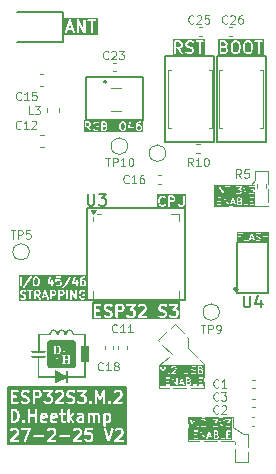
<source format=gbr>
%TF.GenerationSoftware,KiCad,Pcbnew,9.0.0*%
%TF.CreationDate,2025-02-28T21:47:31+01:00*%
%TF.ProjectId,ESP32S3_M.2_Board,45535033-3253-4335-9f4d-2e325f426f61,rev?*%
%TF.SameCoordinates,Original*%
%TF.FileFunction,Legend,Top*%
%TF.FilePolarity,Positive*%
%FSLAX46Y46*%
G04 Gerber Fmt 4.6, Leading zero omitted, Abs format (unit mm)*
G04 Created by KiCad (PCBNEW 9.0.0) date 2025-02-28 21:47:31*
%MOMM*%
%LPD*%
G01*
G04 APERTURE LIST*
%ADD10C,0.100000*%
%ADD11C,0.200000*%
%ADD12C,0.150000*%
%ADD13C,0.120000*%
%ADD14C,0.250000*%
%ADD15C,0.000000*%
G04 APERTURE END LIST*
D10*
X234700000Y-123700000D02*
X233600000Y-123700000D01*
X233200000Y-123700000D02*
X232100000Y-123700000D01*
X231700000Y-123700000D02*
X230875000Y-123700000D01*
X230875000Y-123700000D02*
X230875000Y-122600000D01*
X230875000Y-122200000D02*
X230875000Y-121800000D01*
X230875000Y-121800000D02*
X231695221Y-121067036D01*
X231941728Y-120846753D02*
X231163911Y-120068936D01*
X230881068Y-119786093D02*
X230796051Y-119701076D01*
X230796051Y-119701076D02*
X231584689Y-118934232D01*
X231871467Y-118655380D02*
X232218116Y-118318311D01*
X232218116Y-118318311D02*
X232996862Y-119095199D01*
X233280042Y-119377703D02*
X233352511Y-119450000D01*
X233352512Y-119450000D02*
X233352512Y-120298504D01*
X233352512Y-120298504D02*
X234114901Y-121091450D01*
X234392133Y-121379794D02*
X234699999Y-121700000D01*
X234700000Y-121700000D02*
X234700000Y-121700000D01*
X234700000Y-121700000D02*
X234700000Y-122800000D01*
X234700000Y-123200000D02*
X234700000Y-123700000D01*
D11*
X218075000Y-123675000D02*
X228050000Y-123675000D01*
X228050000Y-128500000D01*
X218075000Y-128500000D01*
X218075000Y-123675000D01*
D12*
X235750000Y-95602293D02*
X239950587Y-95602293D01*
X239950587Y-102875000D01*
X235750000Y-102875000D01*
X235750000Y-95602293D01*
D10*
X233300000Y-126200000D02*
X234400000Y-126200000D01*
X234800000Y-126200000D02*
X235900000Y-126200000D01*
X236300000Y-126200000D02*
X237125000Y-126200000D01*
X237125000Y-126200000D02*
X237125000Y-127000000D01*
X237125000Y-127000000D02*
X238000000Y-127625000D01*
X238000000Y-127625000D02*
X238450000Y-127625000D01*
X238450000Y-127625000D02*
X238450000Y-128725000D01*
X238450000Y-129125000D02*
X238450000Y-130000000D01*
X238450000Y-130000000D02*
X237350000Y-130000000D01*
X237350000Y-130000000D02*
X237350000Y-128900000D01*
X237350000Y-128500000D02*
X237350000Y-128300000D01*
X237350000Y-128300000D02*
X237250000Y-128200000D01*
X237250000Y-128200000D02*
X236150000Y-128200000D01*
X235750000Y-128200000D02*
X234650000Y-128200000D01*
X234250000Y-128200000D02*
X233300000Y-128200000D01*
X233300000Y-128200000D02*
X233300000Y-127100000D01*
X233300000Y-126700000D02*
X233300000Y-126200000D01*
D12*
X237517131Y-111367403D02*
X240142718Y-111367403D01*
X240142718Y-115662816D01*
X237517131Y-115662816D01*
X237517131Y-111367403D01*
D10*
X235525000Y-106500000D02*
X236625000Y-106500000D01*
X237025000Y-106500000D02*
X238125000Y-106500000D01*
X238525000Y-106500000D02*
X238650000Y-106500000D01*
X238650000Y-106500000D02*
X239000000Y-106150000D01*
X239000000Y-106150000D02*
X239000000Y-105350000D01*
X239000000Y-105350000D02*
X240100000Y-105350000D01*
X240150000Y-105350000D02*
X240150000Y-106450000D01*
X240150000Y-106850000D02*
X240150000Y-107950000D01*
X240150000Y-108350000D02*
X240150000Y-108350000D01*
X240150000Y-108350000D02*
X239250000Y-108350000D01*
X239250000Y-108350000D02*
X238250000Y-108350000D01*
X238250000Y-108350000D02*
X237150000Y-108350000D01*
X236750000Y-108350000D02*
X235650000Y-108350000D01*
X235525000Y-108350000D02*
X235525000Y-107250000D01*
X235525000Y-106850000D02*
X235525000Y-106500000D01*
X225275247Y-116225000D02*
X232597686Y-116225000D01*
X232597686Y-116525000D01*
X225275247Y-116525000D01*
X225275247Y-116225000D01*
G36*
X225275247Y-116225000D02*
G01*
X232597686Y-116225000D01*
X232597686Y-116525000D01*
X225275247Y-116525000D01*
X225275247Y-116225000D01*
G37*
D12*
X231374413Y-95602293D02*
X235575000Y-95602293D01*
X235575000Y-102875000D01*
X231374413Y-102875000D01*
X231374413Y-95602293D01*
X224800000Y-108450000D02*
X233075000Y-108450000D01*
X233075000Y-116250000D01*
X224800000Y-116250000D01*
X224800000Y-108450000D01*
X224690000Y-97402293D02*
X229500587Y-97402293D01*
X229500587Y-101000000D01*
X224690000Y-101000000D01*
X224690000Y-97402293D01*
G36*
X236522455Y-94959180D02*
G01*
X236548949Y-94985674D01*
X236583207Y-95054190D01*
X236583207Y-95161637D01*
X236548948Y-95230153D01*
X236518541Y-95260561D01*
X236450026Y-95294819D01*
X236161779Y-95294819D01*
X236161779Y-94921009D01*
X236407942Y-94921009D01*
X236522455Y-94959180D01*
G37*
G36*
X236470923Y-94479077D02*
G01*
X236501330Y-94509484D01*
X236535588Y-94578000D01*
X236535588Y-94637828D01*
X236501330Y-94706344D01*
X236470923Y-94736751D01*
X236402407Y-94771009D01*
X236161779Y-94771009D01*
X236161779Y-94444819D01*
X236402407Y-94444819D01*
X236470923Y-94479077D01*
G37*
G36*
X237518542Y-94479077D02*
G01*
X237590484Y-94551019D01*
X237630826Y-94712386D01*
X237630826Y-95027251D01*
X237590484Y-95188617D01*
X237518541Y-95260561D01*
X237450026Y-95294819D01*
X237294960Y-95294819D01*
X237226444Y-95260561D01*
X237154501Y-95188617D01*
X237114160Y-95027251D01*
X237114160Y-94712386D01*
X237154501Y-94551019D01*
X237226444Y-94479077D01*
X237294960Y-94444819D01*
X237450026Y-94444819D01*
X237518542Y-94479077D01*
G37*
G36*
X238566161Y-94479077D02*
G01*
X238638103Y-94551019D01*
X238678445Y-94712386D01*
X238678445Y-95027251D01*
X238638103Y-95188617D01*
X238566160Y-95260561D01*
X238497645Y-95294819D01*
X238342579Y-95294819D01*
X238274063Y-95260561D01*
X238202120Y-95188617D01*
X238161779Y-95027251D01*
X238161779Y-94712386D01*
X238202120Y-94551019D01*
X238274063Y-94479077D01*
X238342579Y-94444819D01*
X238497645Y-94444819D01*
X238566161Y-94479077D01*
G37*
G36*
X239795258Y-95555930D02*
G01*
X235900668Y-95555930D01*
X235900668Y-94369819D01*
X236011779Y-94369819D01*
X236011779Y-95369819D01*
X236013220Y-95384451D01*
X236024419Y-95411487D01*
X236045111Y-95432179D01*
X236072147Y-95443378D01*
X236086779Y-95444819D01*
X236467731Y-95444819D01*
X236482363Y-95443378D01*
X236484852Y-95442346D01*
X236487540Y-95442156D01*
X236501272Y-95436901D01*
X236596510Y-95389282D01*
X236602809Y-95385317D01*
X236604637Y-95384560D01*
X236606693Y-95382872D01*
X236608953Y-95381450D01*
X236610253Y-95379950D01*
X236616003Y-95375232D01*
X236663621Y-95327613D01*
X236668339Y-95321863D01*
X236669838Y-95320564D01*
X236671259Y-95318305D01*
X236672949Y-95316247D01*
X236673706Y-95314417D01*
X236677670Y-95308121D01*
X236725289Y-95212883D01*
X236730544Y-95199152D01*
X236730735Y-95196462D01*
X236731766Y-95193974D01*
X236733207Y-95179342D01*
X236733207Y-95036485D01*
X236731766Y-95021853D01*
X236730735Y-95019364D01*
X236730544Y-95016675D01*
X236725289Y-95002944D01*
X236677670Y-94907706D01*
X236673705Y-94901406D01*
X236672948Y-94899579D01*
X236671259Y-94897522D01*
X236669838Y-94895263D01*
X236668339Y-94893963D01*
X236663621Y-94888214D01*
X236616002Y-94840595D01*
X236604637Y-94831268D01*
X236602146Y-94830236D01*
X236600111Y-94828471D01*
X236594043Y-94825762D01*
X236616002Y-94803804D01*
X236620720Y-94798054D01*
X236622219Y-94796755D01*
X236623640Y-94794495D01*
X236625329Y-94792439D01*
X236626086Y-94790611D01*
X236630051Y-94784312D01*
X236670631Y-94703152D01*
X236964160Y-94703152D01*
X236964160Y-95036485D01*
X236964411Y-95039038D01*
X236964249Y-95040131D01*
X236965058Y-95045604D01*
X236965601Y-95051117D01*
X236966023Y-95052138D01*
X236966399Y-95054675D01*
X237014018Y-95245151D01*
X237018965Y-95258997D01*
X237022284Y-95263476D01*
X237024418Y-95268628D01*
X237033746Y-95279994D01*
X237128984Y-95375233D01*
X237134734Y-95379953D01*
X237136033Y-95381450D01*
X237138287Y-95382869D01*
X237140349Y-95384561D01*
X237142181Y-95385319D01*
X237148476Y-95389282D01*
X237243714Y-95436901D01*
X237257445Y-95442156D01*
X237260134Y-95442347D01*
X237262623Y-95443378D01*
X237277255Y-95444819D01*
X237467731Y-95444819D01*
X237482363Y-95443378D01*
X237484852Y-95442346D01*
X237487540Y-95442156D01*
X237501272Y-95436901D01*
X237596510Y-95389282D01*
X237602809Y-95385317D01*
X237604637Y-95384560D01*
X237606693Y-95382871D01*
X237608953Y-95381450D01*
X237610252Y-95379951D01*
X237616002Y-95375233D01*
X237711241Y-95279993D01*
X237720568Y-95268628D01*
X237722701Y-95263476D01*
X237726021Y-95258997D01*
X237730968Y-95245151D01*
X237778587Y-95054675D01*
X237778962Y-95052138D01*
X237779385Y-95051117D01*
X237779927Y-95045604D01*
X237780737Y-95040131D01*
X237780574Y-95039038D01*
X237780826Y-95036485D01*
X237780826Y-94703152D01*
X238011779Y-94703152D01*
X238011779Y-95036485D01*
X238012030Y-95039038D01*
X238011868Y-95040131D01*
X238012677Y-95045604D01*
X238013220Y-95051117D01*
X238013642Y-95052138D01*
X238014018Y-95054675D01*
X238061637Y-95245151D01*
X238066584Y-95258997D01*
X238069903Y-95263476D01*
X238072037Y-95268628D01*
X238081365Y-95279994D01*
X238176603Y-95375233D01*
X238182353Y-95379953D01*
X238183652Y-95381450D01*
X238185906Y-95382869D01*
X238187968Y-95384561D01*
X238189800Y-95385319D01*
X238196095Y-95389282D01*
X238291333Y-95436901D01*
X238305064Y-95442156D01*
X238307753Y-95442347D01*
X238310242Y-95443378D01*
X238324874Y-95444819D01*
X238515350Y-95444819D01*
X238529982Y-95443378D01*
X238532471Y-95442346D01*
X238535159Y-95442156D01*
X238548891Y-95436901D01*
X238644129Y-95389282D01*
X238650428Y-95385317D01*
X238652256Y-95384560D01*
X238654312Y-95382871D01*
X238656572Y-95381450D01*
X238657871Y-95379951D01*
X238663621Y-95375233D01*
X238758860Y-95279993D01*
X238768187Y-95268628D01*
X238770320Y-95263476D01*
X238773640Y-95258997D01*
X238778587Y-95245151D01*
X238826206Y-95054675D01*
X238826581Y-95052138D01*
X238827004Y-95051117D01*
X238827546Y-95045604D01*
X238828356Y-95040131D01*
X238828193Y-95039038D01*
X238828445Y-95036485D01*
X238828445Y-94703152D01*
X238828193Y-94700598D01*
X238828356Y-94699506D01*
X238827546Y-94694032D01*
X238827004Y-94688520D01*
X238826581Y-94687498D01*
X238826206Y-94684962D01*
X238778587Y-94494486D01*
X238773640Y-94480640D01*
X238770321Y-94476161D01*
X238768187Y-94471008D01*
X238758859Y-94459643D01*
X238663621Y-94364405D01*
X238657871Y-94359686D01*
X238656572Y-94358188D01*
X238654312Y-94356766D01*
X238652389Y-94355187D01*
X238965601Y-94355187D01*
X238965601Y-94384451D01*
X238976800Y-94411487D01*
X238997492Y-94432179D01*
X239024528Y-94443378D01*
X239039160Y-94444819D01*
X239249874Y-94444819D01*
X239249874Y-95369819D01*
X239251315Y-95384451D01*
X239262514Y-95411487D01*
X239283206Y-95432179D01*
X239310242Y-95443378D01*
X239339506Y-95443378D01*
X239366542Y-95432179D01*
X239387234Y-95411487D01*
X239398433Y-95384451D01*
X239399874Y-95369819D01*
X239399874Y-94444819D01*
X239610588Y-94444819D01*
X239625220Y-94443378D01*
X239652256Y-94432179D01*
X239672948Y-94411487D01*
X239684147Y-94384451D01*
X239684147Y-94355187D01*
X239672948Y-94328151D01*
X239652256Y-94307459D01*
X239625220Y-94296260D01*
X239610588Y-94294819D01*
X239039160Y-94294819D01*
X239024528Y-94296260D01*
X238997492Y-94307459D01*
X238976800Y-94328151D01*
X238965601Y-94355187D01*
X238652389Y-94355187D01*
X238652256Y-94355078D01*
X238650428Y-94354320D01*
X238644129Y-94350356D01*
X238548891Y-94302737D01*
X238535159Y-94297482D01*
X238532471Y-94297291D01*
X238529982Y-94296260D01*
X238515350Y-94294819D01*
X238324874Y-94294819D01*
X238310242Y-94296260D01*
X238307753Y-94297290D01*
X238305064Y-94297482D01*
X238291333Y-94302737D01*
X238196095Y-94350356D01*
X238189800Y-94354318D01*
X238187968Y-94355077D01*
X238185906Y-94356768D01*
X238183652Y-94358188D01*
X238182353Y-94359684D01*
X238176603Y-94364405D01*
X238081365Y-94459643D01*
X238072038Y-94471008D01*
X238069904Y-94476158D01*
X238066584Y-94480640D01*
X238061637Y-94494486D01*
X238014018Y-94684962D01*
X238013642Y-94687498D01*
X238013220Y-94688520D01*
X238012677Y-94694032D01*
X238011868Y-94699506D01*
X238012030Y-94700598D01*
X238011779Y-94703152D01*
X237780826Y-94703152D01*
X237780574Y-94700598D01*
X237780737Y-94699506D01*
X237779927Y-94694032D01*
X237779385Y-94688520D01*
X237778962Y-94687498D01*
X237778587Y-94684962D01*
X237730968Y-94494486D01*
X237726021Y-94480640D01*
X237722702Y-94476161D01*
X237720568Y-94471008D01*
X237711240Y-94459643D01*
X237616002Y-94364405D01*
X237610252Y-94359686D01*
X237608953Y-94358188D01*
X237606693Y-94356766D01*
X237604637Y-94355078D01*
X237602809Y-94354320D01*
X237596510Y-94350356D01*
X237501272Y-94302737D01*
X237487540Y-94297482D01*
X237484852Y-94297291D01*
X237482363Y-94296260D01*
X237467731Y-94294819D01*
X237277255Y-94294819D01*
X237262623Y-94296260D01*
X237260134Y-94297290D01*
X237257445Y-94297482D01*
X237243714Y-94302737D01*
X237148476Y-94350356D01*
X237142181Y-94354318D01*
X237140349Y-94355077D01*
X237138287Y-94356768D01*
X237136033Y-94358188D01*
X237134734Y-94359684D01*
X237128984Y-94364405D01*
X237033746Y-94459643D01*
X237024419Y-94471008D01*
X237022285Y-94476158D01*
X237018965Y-94480640D01*
X237014018Y-94494486D01*
X236966399Y-94684962D01*
X236966023Y-94687498D01*
X236965601Y-94688520D01*
X236965058Y-94694032D01*
X236964249Y-94699506D01*
X236964411Y-94700598D01*
X236964160Y-94703152D01*
X236670631Y-94703152D01*
X236677670Y-94689074D01*
X236682925Y-94675343D01*
X236683116Y-94672653D01*
X236684147Y-94670165D01*
X236685588Y-94655533D01*
X236685588Y-94560295D01*
X236684147Y-94545663D01*
X236683116Y-94543174D01*
X236682925Y-94540485D01*
X236677670Y-94526754D01*
X236630051Y-94431516D01*
X236626086Y-94425216D01*
X236625329Y-94423389D01*
X236623640Y-94421332D01*
X236622219Y-94419073D01*
X236620720Y-94417773D01*
X236616002Y-94412024D01*
X236568383Y-94364405D01*
X236562633Y-94359686D01*
X236561334Y-94358188D01*
X236559074Y-94356766D01*
X236557018Y-94355078D01*
X236555190Y-94354320D01*
X236548891Y-94350356D01*
X236453653Y-94302737D01*
X236439921Y-94297482D01*
X236437233Y-94297291D01*
X236434744Y-94296260D01*
X236420112Y-94294819D01*
X236086779Y-94294819D01*
X236072147Y-94296260D01*
X236045111Y-94307459D01*
X236024419Y-94328151D01*
X236013220Y-94355187D01*
X236011779Y-94369819D01*
X235900668Y-94369819D01*
X235900668Y-94183708D01*
X239795258Y-94183708D01*
X239795258Y-95555930D01*
G37*
D10*
G36*
X237807201Y-107979358D02*
G01*
X237821689Y-107993846D01*
X237841354Y-108033174D01*
X237841354Y-108095281D01*
X237821689Y-108134609D01*
X237804592Y-108151707D01*
X237765264Y-108171371D01*
X237598497Y-108171371D01*
X237598497Y-107957085D01*
X237740383Y-107957085D01*
X237807201Y-107979358D01*
G37*
G36*
X237776021Y-107691034D02*
G01*
X237793117Y-107708131D01*
X237812782Y-107747460D01*
X237812782Y-107780997D01*
X237793118Y-107820323D01*
X237776021Y-107837421D01*
X237736693Y-107857085D01*
X237598497Y-107857085D01*
X237598497Y-107671371D01*
X237736693Y-107671371D01*
X237776021Y-107691034D01*
G37*
G36*
X237221982Y-107999942D02*
G01*
X237075010Y-107999942D01*
X237148495Y-107779484D01*
X237221982Y-107999942D01*
G37*
G36*
X239036591Y-108338038D02*
G01*
X235574686Y-108338038D01*
X235574686Y-107621371D01*
X235812783Y-107621371D01*
X235812783Y-108221371D01*
X235816589Y-108240505D01*
X235843649Y-108267565D01*
X235862783Y-108271371D01*
X236148497Y-108271371D01*
X236167631Y-108267565D01*
X236194691Y-108240505D01*
X236194691Y-108202237D01*
X236167631Y-108175177D01*
X236148497Y-108171371D01*
X235912783Y-108171371D01*
X235912783Y-107957085D01*
X236062783Y-107957085D01*
X236081917Y-107953279D01*
X236108977Y-107926219D01*
X236108977Y-107887951D01*
X236081917Y-107860891D01*
X236062783Y-107857085D01*
X235912783Y-107857085D01*
X235912783Y-107671371D01*
X236148497Y-107671371D01*
X236167631Y-107667565D01*
X236194691Y-107640505D01*
X236194691Y-107621371D01*
X236355640Y-107621371D01*
X236355640Y-108221371D01*
X236359446Y-108240505D01*
X236386506Y-108267565D01*
X236424774Y-108267565D01*
X236451834Y-108240505D01*
X236455640Y-108221371D01*
X236455640Y-107809649D01*
X236705085Y-108246178D01*
X236717883Y-108260903D01*
X236724507Y-108262709D01*
X236729363Y-108267565D01*
X236742311Y-108267565D01*
X236754803Y-108270972D01*
X236760765Y-108267565D01*
X236767631Y-108267565D01*
X236776784Y-108258411D01*
X236788029Y-108251986D01*
X236789836Y-108245359D01*
X236794691Y-108240505D01*
X236797792Y-108224915D01*
X236898622Y-108224915D01*
X236915736Y-108259144D01*
X236952040Y-108271245D01*
X236986269Y-108254131D01*
X236995930Y-108237182D01*
X237041677Y-108099942D01*
X237255315Y-108099942D01*
X237301062Y-108237183D01*
X237310723Y-108254131D01*
X237344952Y-108271246D01*
X237381256Y-108259144D01*
X237398370Y-108224916D01*
X237395930Y-108205560D01*
X237201200Y-107621371D01*
X237498497Y-107621371D01*
X237498497Y-108221371D01*
X237502303Y-108240505D01*
X237529363Y-108267565D01*
X237548497Y-108271371D01*
X237777068Y-108271371D01*
X237779524Y-108270882D01*
X237780612Y-108271245D01*
X237788341Y-108269128D01*
X237796202Y-108267565D01*
X237797012Y-108266754D01*
X237799428Y-108266093D01*
X237856572Y-108237521D01*
X237862900Y-108232609D01*
X237869567Y-108228155D01*
X237898138Y-108199583D01*
X237902591Y-108192917D01*
X237907503Y-108186589D01*
X237936075Y-108129446D01*
X237936736Y-108127030D01*
X237937548Y-108126219D01*
X237939111Y-108118357D01*
X237941228Y-108110630D01*
X237940865Y-108109541D01*
X237941354Y-108107085D01*
X237941354Y-108021371D01*
X237940865Y-108018914D01*
X237941228Y-108017826D01*
X237939111Y-108010098D01*
X237937548Y-108002237D01*
X237936736Y-108001425D01*
X237936075Y-107999010D01*
X237907503Y-107941867D01*
X237902591Y-107935538D01*
X237898137Y-107928872D01*
X237869566Y-107900302D01*
X237867483Y-107898910D01*
X237866971Y-107897885D01*
X237860607Y-107894257D01*
X237869567Y-107885297D01*
X237874020Y-107878631D01*
X237878932Y-107872303D01*
X237907503Y-107815160D01*
X237908164Y-107812745D01*
X237908976Y-107811934D01*
X237910540Y-107804068D01*
X237912656Y-107796344D01*
X237912293Y-107795256D01*
X237912782Y-107792800D01*
X237912782Y-107735657D01*
X237912293Y-107733200D01*
X237912656Y-107732113D01*
X237910539Y-107724383D01*
X237908976Y-107716523D01*
X237908165Y-107715712D01*
X237907504Y-107713297D01*
X237878933Y-107656154D01*
X237874021Y-107649825D01*
X237869567Y-107643159D01*
X237847780Y-107621371D01*
X238098497Y-107621371D01*
X238098497Y-108221371D01*
X238102303Y-108240505D01*
X238129363Y-108267565D01*
X238148497Y-108271371D01*
X238434211Y-108271371D01*
X238453345Y-108267565D01*
X238480405Y-108240505D01*
X238480405Y-108202237D01*
X238453345Y-108175177D01*
X238434211Y-108171371D01*
X238198497Y-108171371D01*
X238198497Y-107621371D01*
X238584211Y-107621371D01*
X238584211Y-108221371D01*
X238588017Y-108240505D01*
X238615077Y-108267565D01*
X238634211Y-108271371D01*
X238919925Y-108271371D01*
X238939059Y-108267565D01*
X238966119Y-108240505D01*
X238966119Y-108202237D01*
X238939059Y-108175177D01*
X238919925Y-108171371D01*
X238684211Y-108171371D01*
X238684211Y-107957085D01*
X238834211Y-107957085D01*
X238853345Y-107953279D01*
X238880405Y-107926219D01*
X238880405Y-107887951D01*
X238853345Y-107860891D01*
X238834211Y-107857085D01*
X238684211Y-107857085D01*
X238684211Y-107671371D01*
X238919925Y-107671371D01*
X238939059Y-107667565D01*
X238966119Y-107640505D01*
X238966119Y-107602237D01*
X238939059Y-107575177D01*
X238919925Y-107571371D01*
X238634211Y-107571371D01*
X238615077Y-107575177D01*
X238588017Y-107602237D01*
X238584211Y-107621371D01*
X238198497Y-107621371D01*
X238194691Y-107602237D01*
X238167631Y-107575177D01*
X238129363Y-107575177D01*
X238102303Y-107602237D01*
X238098497Y-107621371D01*
X237847780Y-107621371D01*
X237840996Y-107614587D01*
X237834329Y-107610132D01*
X237828001Y-107605221D01*
X237770857Y-107576649D01*
X237768441Y-107575987D01*
X237767631Y-107575177D01*
X237759770Y-107573613D01*
X237752041Y-107571497D01*
X237750953Y-107571859D01*
X237748497Y-107571371D01*
X237548497Y-107571371D01*
X237529363Y-107575177D01*
X237502303Y-107602237D01*
X237498497Y-107621371D01*
X237201200Y-107621371D01*
X237195930Y-107605560D01*
X237186269Y-107588611D01*
X237182927Y-107586940D01*
X237181256Y-107583598D01*
X237166213Y-107578583D01*
X237152040Y-107571497D01*
X237148497Y-107572677D01*
X237144952Y-107571496D01*
X237130772Y-107578585D01*
X237115736Y-107583598D01*
X237114065Y-107586939D01*
X237110723Y-107588611D01*
X237101062Y-107605559D01*
X236901062Y-108205560D01*
X236898622Y-108224915D01*
X236797792Y-108224915D01*
X236798497Y-108221371D01*
X236798497Y-107621371D01*
X236794691Y-107602237D01*
X236767631Y-107575177D01*
X236729363Y-107575177D01*
X236702303Y-107602237D01*
X236698497Y-107621371D01*
X236698497Y-108033092D01*
X236449052Y-107596564D01*
X236436255Y-107581839D01*
X236429628Y-107580031D01*
X236424774Y-107575177D01*
X236411827Y-107575177D01*
X236399334Y-107571770D01*
X236393372Y-107575177D01*
X236386506Y-107575177D01*
X236377352Y-107584330D01*
X236366108Y-107590756D01*
X236364300Y-107597382D01*
X236359446Y-107602237D01*
X236355640Y-107621371D01*
X236194691Y-107621371D01*
X236194691Y-107602237D01*
X236167631Y-107575177D01*
X236148497Y-107571371D01*
X235862783Y-107571371D01*
X235843649Y-107575177D01*
X235816589Y-107602237D01*
X235812783Y-107621371D01*
X235574686Y-107621371D01*
X235574686Y-106655405D01*
X235641353Y-106655405D01*
X235641353Y-107255405D01*
X235645159Y-107274539D01*
X235672219Y-107301599D01*
X235710487Y-107301599D01*
X235737547Y-107274539D01*
X235741353Y-107255405D01*
X235741353Y-106655405D01*
X235927067Y-106655405D01*
X235927067Y-107255405D01*
X235930873Y-107274539D01*
X235957933Y-107301599D01*
X235996201Y-107301599D01*
X236023261Y-107274539D01*
X236027067Y-107255405D01*
X236027067Y-106843683D01*
X236276512Y-107280212D01*
X236289310Y-107294937D01*
X236295934Y-107296743D01*
X236300790Y-107301599D01*
X236313738Y-107301599D01*
X236326230Y-107305006D01*
X236332192Y-107301599D01*
X236339058Y-107301599D01*
X236348211Y-107292445D01*
X236359456Y-107286020D01*
X236361263Y-107279393D01*
X236366118Y-107274539D01*
X236369924Y-107255405D01*
X236369924Y-106655405D01*
X236366118Y-106636271D01*
X236473729Y-106636271D01*
X236473729Y-106674539D01*
X236500789Y-106701599D01*
X236519923Y-106705405D01*
X236641352Y-106705405D01*
X236641352Y-107255405D01*
X236645158Y-107274539D01*
X236672218Y-107301599D01*
X236710486Y-107301599D01*
X236737546Y-107274539D01*
X236741352Y-107255405D01*
X236741352Y-106705405D01*
X236862781Y-106705405D01*
X236881915Y-106701599D01*
X236908975Y-106674539D01*
X236908975Y-106636271D01*
X237416587Y-106636271D01*
X237416587Y-106674539D01*
X237443647Y-106701599D01*
X237462781Y-106705405D01*
X237724020Y-106705405D01*
X237596580Y-106851051D01*
X237589485Y-106863371D01*
X237588015Y-106864842D01*
X237588015Y-106865925D01*
X237586845Y-106867957D01*
X237588015Y-106885511D01*
X237588015Y-106903110D01*
X237589271Y-106904366D01*
X237589390Y-106906141D01*
X237602634Y-106917729D01*
X237615075Y-106930170D01*
X237617375Y-106930627D01*
X237618190Y-106931340D01*
X237620262Y-106931201D01*
X237634209Y-106933976D01*
X237708121Y-106933976D01*
X237747449Y-106953640D01*
X237764544Y-106970736D01*
X237784209Y-107010065D01*
X237784209Y-107129316D01*
X237764544Y-107168644D01*
X237747448Y-107185741D01*
X237708120Y-107205405D01*
X237560298Y-107205405D01*
X237520970Y-107185741D01*
X237498137Y-107162907D01*
X237481916Y-107152068D01*
X237443647Y-107152068D01*
X237416587Y-107179127D01*
X237416587Y-107217396D01*
X237427425Y-107233617D01*
X237455996Y-107262189D01*
X237462660Y-107266642D01*
X237468992Y-107271556D01*
X237526135Y-107300127D01*
X237528550Y-107300788D01*
X237529361Y-107301599D01*
X237537221Y-107303162D01*
X237544951Y-107305279D01*
X237546038Y-107304916D01*
X237548495Y-107305405D01*
X237719924Y-107305405D01*
X237722380Y-107304916D01*
X237723468Y-107305279D01*
X237731197Y-107303162D01*
X237739058Y-107301599D01*
X237739868Y-107300788D01*
X237742284Y-107300127D01*
X237799428Y-107271555D01*
X237805756Y-107266643D01*
X237812423Y-107262189D01*
X237840994Y-107233617D01*
X237845448Y-107226950D01*
X237850360Y-107220622D01*
X237878931Y-107163479D01*
X237879592Y-107161063D01*
X237880403Y-107160253D01*
X237881966Y-107152392D01*
X237884083Y-107144663D01*
X237883720Y-107143575D01*
X237884209Y-107141119D01*
X237884209Y-106998262D01*
X237883720Y-106995805D01*
X237884083Y-106994718D01*
X237881966Y-106986988D01*
X237880403Y-106979128D01*
X237879592Y-106978317D01*
X237878931Y-106975902D01*
X237850360Y-106918759D01*
X237845449Y-106912431D01*
X237840993Y-106905763D01*
X237812422Y-106877193D01*
X237805762Y-106872742D01*
X237799428Y-106867827D01*
X237742285Y-106839255D01*
X237740262Y-106838701D01*
X237871838Y-106688330D01*
X237878932Y-106676009D01*
X237880403Y-106674539D01*
X237880403Y-106673455D01*
X237881573Y-106671424D01*
X237880403Y-106653869D01*
X237880403Y-106651861D01*
X237955764Y-106651861D01*
X237958204Y-106671216D01*
X238158204Y-107271217D01*
X238167865Y-107288165D01*
X238171207Y-107289836D01*
X238172878Y-107293178D01*
X238187914Y-107298190D01*
X238202094Y-107305280D01*
X238205639Y-107304098D01*
X238209182Y-107305279D01*
X238223355Y-107298192D01*
X238238398Y-107293178D01*
X238240069Y-107289835D01*
X238243411Y-107288165D01*
X238253072Y-107271216D01*
X238453072Y-106671216D01*
X238455512Y-106651860D01*
X238447717Y-106636271D01*
X238502302Y-106636271D01*
X238502302Y-106674539D01*
X238529362Y-106701599D01*
X238548496Y-106705405D01*
X238809735Y-106705405D01*
X238682295Y-106851051D01*
X238675200Y-106863371D01*
X238673730Y-106864842D01*
X238673730Y-106865925D01*
X238672560Y-106867957D01*
X238673730Y-106885511D01*
X238673730Y-106903110D01*
X238674986Y-106904366D01*
X238675105Y-106906141D01*
X238688349Y-106917729D01*
X238700790Y-106930170D01*
X238703090Y-106930627D01*
X238703905Y-106931340D01*
X238705977Y-106931201D01*
X238719924Y-106933976D01*
X238793836Y-106933976D01*
X238833164Y-106953640D01*
X238850259Y-106970736D01*
X238869924Y-107010065D01*
X238869924Y-107129316D01*
X238850259Y-107168644D01*
X238833163Y-107185741D01*
X238793835Y-107205405D01*
X238646013Y-107205405D01*
X238606685Y-107185741D01*
X238583852Y-107162907D01*
X238567631Y-107152068D01*
X238529362Y-107152068D01*
X238502302Y-107179127D01*
X238502302Y-107217396D01*
X238513140Y-107233617D01*
X238541711Y-107262189D01*
X238548375Y-107266642D01*
X238554707Y-107271556D01*
X238611850Y-107300127D01*
X238614265Y-107300788D01*
X238615076Y-107301599D01*
X238622936Y-107303162D01*
X238630666Y-107305279D01*
X238631753Y-107304916D01*
X238634210Y-107305405D01*
X238805639Y-107305405D01*
X238808095Y-107304916D01*
X238809183Y-107305279D01*
X238816912Y-107303162D01*
X238824773Y-107301599D01*
X238825583Y-107300788D01*
X238827999Y-107300127D01*
X238885143Y-107271555D01*
X238891471Y-107266643D01*
X238898138Y-107262189D01*
X238926709Y-107233617D01*
X238931163Y-107226950D01*
X238936075Y-107220622D01*
X238964646Y-107163479D01*
X238965307Y-107161063D01*
X238966118Y-107160253D01*
X238967681Y-107152392D01*
X238969798Y-107144663D01*
X238969435Y-107143575D01*
X238969924Y-107141119D01*
X238969924Y-106998262D01*
X238969435Y-106995805D01*
X238969798Y-106994718D01*
X238967681Y-106986988D01*
X238966118Y-106979128D01*
X238965307Y-106978317D01*
X238964646Y-106975902D01*
X238936075Y-106918759D01*
X238931164Y-106912431D01*
X238926708Y-106905763D01*
X238898137Y-106877193D01*
X238891477Y-106872742D01*
X238885143Y-106867827D01*
X238828000Y-106839255D01*
X238825977Y-106838701D01*
X238957553Y-106688330D01*
X238964647Y-106676009D01*
X238966118Y-106674539D01*
X238966118Y-106673455D01*
X238967288Y-106671424D01*
X238966118Y-106653869D01*
X238966118Y-106636271D01*
X238964861Y-106635014D01*
X238964743Y-106633240D01*
X238951498Y-106621651D01*
X238939058Y-106609211D01*
X238936757Y-106608753D01*
X238935943Y-106608041D01*
X238933870Y-106608179D01*
X238919924Y-106605405D01*
X238548496Y-106605405D01*
X238529362Y-106609211D01*
X238502302Y-106636271D01*
X238447717Y-106636271D01*
X238438398Y-106617632D01*
X238402094Y-106605530D01*
X238367865Y-106622645D01*
X238358204Y-106639593D01*
X238205637Y-107097291D01*
X238053072Y-106639594D01*
X238043411Y-106622645D01*
X238009182Y-106605531D01*
X237972878Y-106617632D01*
X237955764Y-106651861D01*
X237880403Y-106651861D01*
X237880403Y-106636271D01*
X237879146Y-106635014D01*
X237879028Y-106633240D01*
X237865783Y-106621651D01*
X237853343Y-106609211D01*
X237851042Y-106608753D01*
X237850228Y-106608041D01*
X237848155Y-106608179D01*
X237834209Y-106605405D01*
X237462781Y-106605405D01*
X237443647Y-106609211D01*
X237416587Y-106636271D01*
X236908975Y-106636271D01*
X236881915Y-106609211D01*
X236862781Y-106605405D01*
X236519923Y-106605405D01*
X236500789Y-106609211D01*
X236473729Y-106636271D01*
X236366118Y-106636271D01*
X236339058Y-106609211D01*
X236300790Y-106609211D01*
X236273730Y-106636271D01*
X236269924Y-106655405D01*
X236269924Y-107067126D01*
X236020479Y-106630598D01*
X236007682Y-106615873D01*
X236001055Y-106614065D01*
X235996201Y-106609211D01*
X235983254Y-106609211D01*
X235970761Y-106605804D01*
X235964799Y-106609211D01*
X235957933Y-106609211D01*
X235948779Y-106618364D01*
X235937535Y-106624790D01*
X235935727Y-106631416D01*
X235930873Y-106636271D01*
X235927067Y-106655405D01*
X235741353Y-106655405D01*
X235737547Y-106636271D01*
X235710487Y-106609211D01*
X235672219Y-106609211D01*
X235645159Y-106636271D01*
X235641353Y-106655405D01*
X235574686Y-106655405D01*
X235574686Y-106538738D01*
X239036591Y-106538738D01*
X239036591Y-108338038D01*
G37*
G36*
X235807201Y-127729358D02*
G01*
X235821689Y-127743846D01*
X235841354Y-127783174D01*
X235841354Y-127845281D01*
X235821689Y-127884609D01*
X235804592Y-127901707D01*
X235765264Y-127921371D01*
X235598497Y-127921371D01*
X235598497Y-127707085D01*
X235740383Y-127707085D01*
X235807201Y-127729358D01*
G37*
G36*
X235776021Y-127441034D02*
G01*
X235793117Y-127458131D01*
X235812782Y-127497460D01*
X235812782Y-127530997D01*
X235793118Y-127570323D01*
X235776021Y-127587421D01*
X235736693Y-127607085D01*
X235598497Y-127607085D01*
X235598497Y-127421371D01*
X235736693Y-127421371D01*
X235776021Y-127441034D01*
G37*
G36*
X235221982Y-127749942D02*
G01*
X235075010Y-127749942D01*
X235148495Y-127529484D01*
X235221982Y-127749942D01*
G37*
G36*
X237036591Y-128088038D02*
G01*
X233403257Y-128088038D01*
X233403257Y-127371371D01*
X233812783Y-127371371D01*
X233812783Y-127971371D01*
X233816589Y-127990505D01*
X233843649Y-128017565D01*
X233862783Y-128021371D01*
X234148497Y-128021371D01*
X234167631Y-128017565D01*
X234194691Y-127990505D01*
X234194691Y-127952237D01*
X234167631Y-127925177D01*
X234148497Y-127921371D01*
X233912783Y-127921371D01*
X233912783Y-127707085D01*
X234062783Y-127707085D01*
X234081917Y-127703279D01*
X234108977Y-127676219D01*
X234108977Y-127637951D01*
X234081917Y-127610891D01*
X234062783Y-127607085D01*
X233912783Y-127607085D01*
X233912783Y-127421371D01*
X234148497Y-127421371D01*
X234167631Y-127417565D01*
X234194691Y-127390505D01*
X234194691Y-127371371D01*
X234355640Y-127371371D01*
X234355640Y-127971371D01*
X234359446Y-127990505D01*
X234386506Y-128017565D01*
X234424774Y-128017565D01*
X234451834Y-127990505D01*
X234455640Y-127971371D01*
X234455640Y-127559649D01*
X234705085Y-127996178D01*
X234717883Y-128010903D01*
X234724507Y-128012709D01*
X234729363Y-128017565D01*
X234742311Y-128017565D01*
X234754803Y-128020972D01*
X234760765Y-128017565D01*
X234767631Y-128017565D01*
X234776784Y-128008411D01*
X234788029Y-128001986D01*
X234789836Y-127995359D01*
X234794691Y-127990505D01*
X234797792Y-127974915D01*
X234898622Y-127974915D01*
X234915736Y-128009144D01*
X234952040Y-128021245D01*
X234986269Y-128004131D01*
X234995930Y-127987182D01*
X235041677Y-127849942D01*
X235255315Y-127849942D01*
X235301062Y-127987183D01*
X235310723Y-128004131D01*
X235344952Y-128021246D01*
X235381256Y-128009144D01*
X235398370Y-127974916D01*
X235395930Y-127955560D01*
X235201200Y-127371371D01*
X235498497Y-127371371D01*
X235498497Y-127971371D01*
X235502303Y-127990505D01*
X235529363Y-128017565D01*
X235548497Y-128021371D01*
X235777068Y-128021371D01*
X235779524Y-128020882D01*
X235780612Y-128021245D01*
X235788341Y-128019128D01*
X235796202Y-128017565D01*
X235797012Y-128016754D01*
X235799428Y-128016093D01*
X235856572Y-127987521D01*
X235862900Y-127982609D01*
X235869567Y-127978155D01*
X235898138Y-127949583D01*
X235902591Y-127942917D01*
X235907503Y-127936589D01*
X235936075Y-127879446D01*
X235936736Y-127877030D01*
X235937548Y-127876219D01*
X235939111Y-127868357D01*
X235941228Y-127860630D01*
X235940865Y-127859541D01*
X235941354Y-127857085D01*
X235941354Y-127771371D01*
X235940865Y-127768914D01*
X235941228Y-127767826D01*
X235939111Y-127760098D01*
X235937548Y-127752237D01*
X235936736Y-127751425D01*
X235936075Y-127749010D01*
X235907503Y-127691867D01*
X235902591Y-127685538D01*
X235898137Y-127678872D01*
X235869566Y-127650302D01*
X235867483Y-127648910D01*
X235866971Y-127647885D01*
X235860607Y-127644257D01*
X235869567Y-127635297D01*
X235874020Y-127628631D01*
X235878932Y-127622303D01*
X235907503Y-127565160D01*
X235908164Y-127562745D01*
X235908976Y-127561934D01*
X235910540Y-127554068D01*
X235912656Y-127546344D01*
X235912293Y-127545256D01*
X235912782Y-127542800D01*
X235912782Y-127485657D01*
X235912293Y-127483200D01*
X235912656Y-127482113D01*
X235910539Y-127474383D01*
X235908976Y-127466523D01*
X235908165Y-127465712D01*
X235907504Y-127463297D01*
X235878933Y-127406154D01*
X235874021Y-127399825D01*
X235869567Y-127393159D01*
X235847780Y-127371371D01*
X236098497Y-127371371D01*
X236098497Y-127971371D01*
X236102303Y-127990505D01*
X236129363Y-128017565D01*
X236148497Y-128021371D01*
X236434211Y-128021371D01*
X236453345Y-128017565D01*
X236480405Y-127990505D01*
X236480405Y-127952237D01*
X236453345Y-127925177D01*
X236434211Y-127921371D01*
X236198497Y-127921371D01*
X236198497Y-127371371D01*
X236584211Y-127371371D01*
X236584211Y-127971371D01*
X236588017Y-127990505D01*
X236615077Y-128017565D01*
X236634211Y-128021371D01*
X236919925Y-128021371D01*
X236939059Y-128017565D01*
X236966119Y-127990505D01*
X236966119Y-127952237D01*
X236939059Y-127925177D01*
X236919925Y-127921371D01*
X236684211Y-127921371D01*
X236684211Y-127707085D01*
X236834211Y-127707085D01*
X236853345Y-127703279D01*
X236880405Y-127676219D01*
X236880405Y-127637951D01*
X236853345Y-127610891D01*
X236834211Y-127607085D01*
X236684211Y-127607085D01*
X236684211Y-127421371D01*
X236919925Y-127421371D01*
X236939059Y-127417565D01*
X236966119Y-127390505D01*
X236966119Y-127352237D01*
X236939059Y-127325177D01*
X236919925Y-127321371D01*
X236634211Y-127321371D01*
X236615077Y-127325177D01*
X236588017Y-127352237D01*
X236584211Y-127371371D01*
X236198497Y-127371371D01*
X236194691Y-127352237D01*
X236167631Y-127325177D01*
X236129363Y-127325177D01*
X236102303Y-127352237D01*
X236098497Y-127371371D01*
X235847780Y-127371371D01*
X235840996Y-127364587D01*
X235834329Y-127360132D01*
X235828001Y-127355221D01*
X235770857Y-127326649D01*
X235768441Y-127325987D01*
X235767631Y-127325177D01*
X235759770Y-127323613D01*
X235752041Y-127321497D01*
X235750953Y-127321859D01*
X235748497Y-127321371D01*
X235548497Y-127321371D01*
X235529363Y-127325177D01*
X235502303Y-127352237D01*
X235498497Y-127371371D01*
X235201200Y-127371371D01*
X235195930Y-127355560D01*
X235186269Y-127338611D01*
X235182927Y-127336940D01*
X235181256Y-127333598D01*
X235166213Y-127328583D01*
X235152040Y-127321497D01*
X235148497Y-127322677D01*
X235144952Y-127321496D01*
X235130772Y-127328585D01*
X235115736Y-127333598D01*
X235114065Y-127336939D01*
X235110723Y-127338611D01*
X235101062Y-127355559D01*
X234901062Y-127955560D01*
X234898622Y-127974915D01*
X234797792Y-127974915D01*
X234798497Y-127971371D01*
X234798497Y-127371371D01*
X234794691Y-127352237D01*
X234767631Y-127325177D01*
X234729363Y-127325177D01*
X234702303Y-127352237D01*
X234698497Y-127371371D01*
X234698497Y-127783092D01*
X234449052Y-127346564D01*
X234436255Y-127331839D01*
X234429628Y-127330031D01*
X234424774Y-127325177D01*
X234411827Y-127325177D01*
X234399334Y-127321770D01*
X234393372Y-127325177D01*
X234386506Y-127325177D01*
X234377352Y-127334330D01*
X234366108Y-127340756D01*
X234364300Y-127347382D01*
X234359446Y-127352237D01*
X234355640Y-127371371D01*
X234194691Y-127371371D01*
X234194691Y-127352237D01*
X234167631Y-127325177D01*
X234148497Y-127321371D01*
X233862783Y-127321371D01*
X233843649Y-127325177D01*
X233816589Y-127352237D01*
X233812783Y-127371371D01*
X233403257Y-127371371D01*
X233403257Y-126405405D01*
X233469924Y-126405405D01*
X233469924Y-127005405D01*
X233473730Y-127024539D01*
X233500790Y-127051599D01*
X233539058Y-127051599D01*
X233566118Y-127024539D01*
X233569924Y-127005405D01*
X233569924Y-126630782D01*
X233674615Y-126855120D01*
X233682237Y-126865509D01*
X233683050Y-126867745D01*
X233684307Y-126868331D01*
X233686155Y-126870850D01*
X233702227Y-126876694D01*
X233717728Y-126883928D01*
X233719924Y-126883129D01*
X233722120Y-126883928D01*
X233737620Y-126876694D01*
X233753693Y-126870850D01*
X233755540Y-126868331D01*
X233756798Y-126867745D01*
X233757610Y-126865509D01*
X233765233Y-126855120D01*
X233869924Y-126630782D01*
X233869924Y-127005405D01*
X233873730Y-127024539D01*
X233900790Y-127051599D01*
X233939058Y-127051599D01*
X233966118Y-127024539D01*
X233969924Y-127005405D01*
X233969924Y-126957700D01*
X234130872Y-126957700D01*
X234130872Y-126995969D01*
X234141711Y-127012190D01*
X234170283Y-127040761D01*
X234186504Y-127051599D01*
X234224772Y-127051599D01*
X234240993Y-127040760D01*
X234269564Y-127012190D01*
X234280403Y-126995969D01*
X234280403Y-126986271D01*
X234388015Y-126986271D01*
X234388015Y-127024539D01*
X234415075Y-127051599D01*
X234434209Y-127055405D01*
X234805637Y-127055405D01*
X234824771Y-127051599D01*
X234851831Y-127024539D01*
X234851831Y-126986271D01*
X234824771Y-126959211D01*
X234805637Y-126955405D01*
X234554919Y-126955405D01*
X234812421Y-126697903D01*
X234813811Y-126695821D01*
X234814839Y-126695308D01*
X234818809Y-126688342D01*
X234823260Y-126681682D01*
X234823260Y-126680534D01*
X234824500Y-126678359D01*
X234853071Y-126592646D01*
X234854073Y-126584695D01*
X234855637Y-126576834D01*
X234855637Y-126519691D01*
X234855148Y-126517234D01*
X234855511Y-126516147D01*
X234853394Y-126508417D01*
X234851831Y-126500557D01*
X234851020Y-126499746D01*
X234850359Y-126497331D01*
X234821788Y-126440188D01*
X234816876Y-126433859D01*
X234812422Y-126427193D01*
X234783851Y-126398621D01*
X234777184Y-126394166D01*
X234770856Y-126389255D01*
X234764888Y-126386271D01*
X235416587Y-126386271D01*
X235416587Y-126424539D01*
X235443647Y-126451599D01*
X235462781Y-126455405D01*
X235724020Y-126455405D01*
X235596580Y-126601051D01*
X235589485Y-126613371D01*
X235588015Y-126614842D01*
X235588015Y-126615925D01*
X235586845Y-126617957D01*
X235588015Y-126635511D01*
X235588015Y-126653110D01*
X235589271Y-126654366D01*
X235589390Y-126656141D01*
X235602634Y-126667729D01*
X235615075Y-126680170D01*
X235617375Y-126680627D01*
X235618190Y-126681340D01*
X235620262Y-126681201D01*
X235634209Y-126683976D01*
X235708121Y-126683976D01*
X235747449Y-126703640D01*
X235764544Y-126720736D01*
X235784209Y-126760065D01*
X235784209Y-126879316D01*
X235764544Y-126918644D01*
X235747448Y-126935741D01*
X235708120Y-126955405D01*
X235560298Y-126955405D01*
X235520970Y-126935741D01*
X235498137Y-126912907D01*
X235481916Y-126902068D01*
X235443647Y-126902068D01*
X235416587Y-126929127D01*
X235416587Y-126967396D01*
X235427425Y-126983617D01*
X235455996Y-127012189D01*
X235462660Y-127016642D01*
X235468992Y-127021556D01*
X235526135Y-127050127D01*
X235528550Y-127050788D01*
X235529361Y-127051599D01*
X235537221Y-127053162D01*
X235544951Y-127055279D01*
X235546038Y-127054916D01*
X235548495Y-127055405D01*
X235719924Y-127055405D01*
X235722380Y-127054916D01*
X235723468Y-127055279D01*
X235731197Y-127053162D01*
X235739058Y-127051599D01*
X235739868Y-127050788D01*
X235742284Y-127050127D01*
X235799428Y-127021555D01*
X235805756Y-127016643D01*
X235812423Y-127012189D01*
X235840994Y-126983617D01*
X235845448Y-126976950D01*
X235850360Y-126970622D01*
X235878931Y-126913479D01*
X235879592Y-126911063D01*
X235880403Y-126910253D01*
X235881966Y-126902392D01*
X235884083Y-126894663D01*
X235883720Y-126893575D01*
X235884209Y-126891119D01*
X235884209Y-126748262D01*
X235883720Y-126745805D01*
X235884083Y-126744718D01*
X235881966Y-126736988D01*
X235880403Y-126729128D01*
X235879592Y-126728317D01*
X235878931Y-126725902D01*
X235850360Y-126668759D01*
X235845449Y-126662431D01*
X235840993Y-126655763D01*
X235812422Y-126627193D01*
X235805762Y-126622742D01*
X235799428Y-126617827D01*
X235742285Y-126589255D01*
X235740262Y-126588701D01*
X235871838Y-126438330D01*
X235878932Y-126426009D01*
X235880403Y-126424539D01*
X235880403Y-126423455D01*
X235881573Y-126421424D01*
X235880403Y-126403869D01*
X235880403Y-126401861D01*
X235955764Y-126401861D01*
X235958204Y-126421216D01*
X236158204Y-127021217D01*
X236167865Y-127038165D01*
X236171207Y-127039836D01*
X236172878Y-127043178D01*
X236187914Y-127048190D01*
X236202094Y-127055280D01*
X236205639Y-127054098D01*
X236209182Y-127055279D01*
X236223355Y-127048192D01*
X236238398Y-127043178D01*
X236240069Y-127039835D01*
X236243411Y-127038165D01*
X236253072Y-127021216D01*
X236453072Y-126421216D01*
X236455512Y-126401860D01*
X236447717Y-126386271D01*
X236502302Y-126386271D01*
X236502302Y-126424539D01*
X236529362Y-126451599D01*
X236548496Y-126455405D01*
X236809735Y-126455405D01*
X236682295Y-126601051D01*
X236675200Y-126613371D01*
X236673730Y-126614842D01*
X236673730Y-126615925D01*
X236672560Y-126617957D01*
X236673730Y-126635511D01*
X236673730Y-126653110D01*
X236674986Y-126654366D01*
X236675105Y-126656141D01*
X236688349Y-126667729D01*
X236700790Y-126680170D01*
X236703090Y-126680627D01*
X236703905Y-126681340D01*
X236705977Y-126681201D01*
X236719924Y-126683976D01*
X236793836Y-126683976D01*
X236833164Y-126703640D01*
X236850259Y-126720736D01*
X236869924Y-126760065D01*
X236869924Y-126879316D01*
X236850259Y-126918644D01*
X236833163Y-126935741D01*
X236793835Y-126955405D01*
X236646013Y-126955405D01*
X236606685Y-126935741D01*
X236583852Y-126912907D01*
X236567631Y-126902068D01*
X236529362Y-126902068D01*
X236502302Y-126929127D01*
X236502302Y-126967396D01*
X236513140Y-126983617D01*
X236541711Y-127012189D01*
X236548375Y-127016642D01*
X236554707Y-127021556D01*
X236611850Y-127050127D01*
X236614265Y-127050788D01*
X236615076Y-127051599D01*
X236622936Y-127053162D01*
X236630666Y-127055279D01*
X236631753Y-127054916D01*
X236634210Y-127055405D01*
X236805639Y-127055405D01*
X236808095Y-127054916D01*
X236809183Y-127055279D01*
X236816912Y-127053162D01*
X236824773Y-127051599D01*
X236825583Y-127050788D01*
X236827999Y-127050127D01*
X236885143Y-127021555D01*
X236891471Y-127016643D01*
X236898138Y-127012189D01*
X236926709Y-126983617D01*
X236931163Y-126976950D01*
X236936075Y-126970622D01*
X236964646Y-126913479D01*
X236965307Y-126911063D01*
X236966118Y-126910253D01*
X236967681Y-126902392D01*
X236969798Y-126894663D01*
X236969435Y-126893575D01*
X236969924Y-126891119D01*
X236969924Y-126748262D01*
X236969435Y-126745805D01*
X236969798Y-126744718D01*
X236967681Y-126736988D01*
X236966118Y-126729128D01*
X236965307Y-126728317D01*
X236964646Y-126725902D01*
X236936075Y-126668759D01*
X236931164Y-126662431D01*
X236926708Y-126655763D01*
X236898137Y-126627193D01*
X236891477Y-126622742D01*
X236885143Y-126617827D01*
X236828000Y-126589255D01*
X236825977Y-126588701D01*
X236957553Y-126438330D01*
X236964647Y-126426009D01*
X236966118Y-126424539D01*
X236966118Y-126423455D01*
X236967288Y-126421424D01*
X236966118Y-126403869D01*
X236966118Y-126386271D01*
X236964861Y-126385014D01*
X236964743Y-126383240D01*
X236951498Y-126371651D01*
X236939058Y-126359211D01*
X236936757Y-126358753D01*
X236935943Y-126358041D01*
X236933870Y-126358179D01*
X236919924Y-126355405D01*
X236548496Y-126355405D01*
X236529362Y-126359211D01*
X236502302Y-126386271D01*
X236447717Y-126386271D01*
X236438398Y-126367632D01*
X236402094Y-126355530D01*
X236367865Y-126372645D01*
X236358204Y-126389593D01*
X236205637Y-126847291D01*
X236053072Y-126389594D01*
X236043411Y-126372645D01*
X236009182Y-126355531D01*
X235972878Y-126367632D01*
X235955764Y-126401861D01*
X235880403Y-126401861D01*
X235880403Y-126386271D01*
X235879146Y-126385014D01*
X235879028Y-126383240D01*
X235865783Y-126371651D01*
X235853343Y-126359211D01*
X235851042Y-126358753D01*
X235850228Y-126358041D01*
X235848155Y-126358179D01*
X235834209Y-126355405D01*
X235462781Y-126355405D01*
X235443647Y-126359211D01*
X235416587Y-126386271D01*
X234764888Y-126386271D01*
X234713712Y-126360683D01*
X234711296Y-126360021D01*
X234710486Y-126359211D01*
X234702625Y-126357647D01*
X234694896Y-126355531D01*
X234693808Y-126355893D01*
X234691352Y-126355405D01*
X234548495Y-126355405D01*
X234546038Y-126355893D01*
X234544951Y-126355531D01*
X234537221Y-126357647D01*
X234529361Y-126359211D01*
X234528550Y-126360021D01*
X234526135Y-126360683D01*
X234468992Y-126389254D01*
X234462658Y-126394169D01*
X234455997Y-126398621D01*
X234427425Y-126427193D01*
X234416586Y-126443414D01*
X234416586Y-126481682D01*
X234443646Y-126508742D01*
X234481914Y-126508742D01*
X234498135Y-126497903D01*
X234520968Y-126475070D01*
X234560298Y-126455405D01*
X234679548Y-126455405D01*
X234718876Y-126475068D01*
X234735972Y-126492165D01*
X234755637Y-126531494D01*
X234755637Y-126568721D01*
X234733364Y-126635539D01*
X234398854Y-126970050D01*
X234388016Y-126986270D01*
X234388015Y-126986271D01*
X234280403Y-126986271D01*
X234280403Y-126957700D01*
X234269565Y-126941479D01*
X234240994Y-126912907D01*
X234224773Y-126902068D01*
X234224772Y-126902068D01*
X234186504Y-126902068D01*
X234170283Y-126912907D01*
X234141711Y-126941479D01*
X234130872Y-126957700D01*
X233969924Y-126957700D01*
X233969924Y-126405405D01*
X233966118Y-126386271D01*
X233959835Y-126379988D01*
X233956798Y-126371636D01*
X233946832Y-126366985D01*
X233939058Y-126359211D01*
X233930173Y-126359211D01*
X233922120Y-126355453D01*
X233911785Y-126359211D01*
X233900790Y-126359211D01*
X233894507Y-126365493D01*
X233886155Y-126368531D01*
X233874615Y-126384261D01*
X233719924Y-126715741D01*
X233565233Y-126384261D01*
X233553693Y-126368531D01*
X233545340Y-126365493D01*
X233539058Y-126359211D01*
X233528063Y-126359211D01*
X233517728Y-126355453D01*
X233509675Y-126359211D01*
X233500790Y-126359211D01*
X233493015Y-126366985D01*
X233483050Y-126371636D01*
X233480012Y-126379988D01*
X233473730Y-126386271D01*
X233469924Y-126405405D01*
X233403257Y-126405405D01*
X233403257Y-126288738D01*
X237036591Y-126288738D01*
X237036591Y-128088038D01*
G37*
D11*
G36*
X227710070Y-116823455D02*
G01*
X227734739Y-116848123D01*
X227764544Y-116907733D01*
X227764544Y-117003376D01*
X227734739Y-117062985D01*
X227710070Y-117087653D01*
X227650461Y-117117459D01*
X227393116Y-117117459D01*
X227393116Y-116793650D01*
X227650461Y-116793650D01*
X227710070Y-116823455D01*
G37*
G36*
X232647084Y-117904761D02*
G01*
X225224862Y-117904761D01*
X225224862Y-116693650D01*
X225335973Y-116693650D01*
X225335973Y-117693650D01*
X225337894Y-117713159D01*
X225352826Y-117749207D01*
X225380416Y-117776797D01*
X225416464Y-117791729D01*
X225435973Y-117793650D01*
X225912163Y-117793650D01*
X225931672Y-117791729D01*
X225967720Y-117776797D01*
X225995310Y-117749207D01*
X226010242Y-117713159D01*
X226010242Y-117674141D01*
X225995310Y-117638093D01*
X225967720Y-117610503D01*
X225931672Y-117595571D01*
X225912163Y-117593650D01*
X225535973Y-117593650D01*
X225535973Y-117269840D01*
X225769306Y-117269840D01*
X225788815Y-117267919D01*
X225824863Y-117252987D01*
X225852453Y-117225397D01*
X225867385Y-117189349D01*
X225867385Y-117150331D01*
X225852453Y-117114283D01*
X225824863Y-117086693D01*
X225788815Y-117071761D01*
X225769306Y-117069840D01*
X225535973Y-117069840D01*
X225535973Y-116884126D01*
X226193116Y-116884126D01*
X226193116Y-116979364D01*
X226195037Y-116998873D01*
X226196412Y-117002193D01*
X226196667Y-117005777D01*
X226203673Y-117024085D01*
X226251292Y-117119323D01*
X226256577Y-117127719D01*
X226257588Y-117130159D01*
X226259841Y-117132905D01*
X226261735Y-117135913D01*
X226263729Y-117137642D01*
X226270024Y-117145313D01*
X226317643Y-117192931D01*
X226325309Y-117199223D01*
X226327042Y-117201221D01*
X226330050Y-117203114D01*
X226332796Y-117205368D01*
X226335236Y-117206378D01*
X226343633Y-117211664D01*
X226438870Y-117259283D01*
X226440298Y-117259829D01*
X226440878Y-117260259D01*
X226449054Y-117263180D01*
X226457179Y-117266289D01*
X226457899Y-117266340D01*
X226459338Y-117266854D01*
X226639163Y-117311810D01*
X226710070Y-117347264D01*
X226734739Y-117371932D01*
X226764544Y-117431542D01*
X226764544Y-117479566D01*
X226734739Y-117539174D01*
X226710070Y-117563844D01*
X226650461Y-117593650D01*
X226452199Y-117593650D01*
X226324739Y-117551163D01*
X226305623Y-117546816D01*
X226266703Y-117549582D01*
X226231804Y-117567032D01*
X226206239Y-117596508D01*
X226193901Y-117633524D01*
X226196667Y-117672444D01*
X226214117Y-117707343D01*
X226243593Y-117732908D01*
X226261493Y-117740899D01*
X226404350Y-117788518D01*
X226414022Y-117790717D01*
X226416464Y-117791729D01*
X226420001Y-117792077D01*
X226423465Y-117792865D01*
X226426099Y-117792677D01*
X226435973Y-117793650D01*
X226674068Y-117793650D01*
X226693577Y-117791729D01*
X226696897Y-117790353D01*
X226700481Y-117790099D01*
X226718789Y-117783093D01*
X226814027Y-117735474D01*
X226822422Y-117730189D01*
X226824864Y-117729178D01*
X226827611Y-117726922D01*
X226830617Y-117725031D01*
X226832347Y-117723036D01*
X226840017Y-117716741D01*
X226887636Y-117669121D01*
X226893928Y-117661454D01*
X226895925Y-117659723D01*
X226897818Y-117656715D01*
X226900073Y-117653968D01*
X226901084Y-117651526D01*
X226906368Y-117643132D01*
X226953987Y-117547895D01*
X226960993Y-117529586D01*
X226961247Y-117526002D01*
X226962623Y-117522682D01*
X226964544Y-117503173D01*
X226964544Y-117407935D01*
X226962623Y-117388426D01*
X226961247Y-117385105D01*
X226960993Y-117381522D01*
X226953987Y-117363213D01*
X226906368Y-117267976D01*
X226901082Y-117259579D01*
X226900072Y-117257139D01*
X226897818Y-117254393D01*
X226895925Y-117251385D01*
X226893927Y-117249652D01*
X226887635Y-117241986D01*
X226840017Y-117194367D01*
X226832346Y-117188072D01*
X226830617Y-117186078D01*
X226827609Y-117184184D01*
X226824863Y-117181931D01*
X226822423Y-117180920D01*
X226814027Y-117175635D01*
X226718789Y-117128016D01*
X226717362Y-117127470D01*
X226716782Y-117127040D01*
X226708605Y-117124118D01*
X226700481Y-117121010D01*
X226699758Y-117120958D01*
X226698321Y-117120445D01*
X226518496Y-117075488D01*
X226447589Y-117040035D01*
X226422921Y-117015366D01*
X226393116Y-116955756D01*
X226393116Y-116907733D01*
X226422921Y-116848123D01*
X226447589Y-116823454D01*
X226507199Y-116793650D01*
X226705460Y-116793650D01*
X226832921Y-116836137D01*
X226852036Y-116840484D01*
X226890956Y-116837718D01*
X226925855Y-116820268D01*
X226951420Y-116790792D01*
X226963759Y-116753776D01*
X226960992Y-116714856D01*
X226950389Y-116693650D01*
X227193116Y-116693650D01*
X227193116Y-117693650D01*
X227195037Y-117713159D01*
X227209969Y-117749207D01*
X227237559Y-117776797D01*
X227273607Y-117791729D01*
X227312625Y-117791729D01*
X227348673Y-117776797D01*
X227376263Y-117749207D01*
X227391195Y-117713159D01*
X227393116Y-117693650D01*
X227393116Y-117317459D01*
X227674068Y-117317459D01*
X227693577Y-117315538D01*
X227696897Y-117314162D01*
X227700481Y-117313908D01*
X227718789Y-117306902D01*
X227814027Y-117259283D01*
X227822423Y-117253997D01*
X227824863Y-117252987D01*
X227827609Y-117250733D01*
X227830617Y-117248840D01*
X227832346Y-117246845D01*
X227840017Y-117240551D01*
X227887635Y-117192932D01*
X227893927Y-117185265D01*
X227895925Y-117183533D01*
X227897818Y-117180524D01*
X227900072Y-117177779D01*
X227901082Y-117175338D01*
X227906368Y-117166942D01*
X227953987Y-117071705D01*
X227960993Y-117053396D01*
X227961247Y-117049812D01*
X227962623Y-117046492D01*
X227964544Y-117026983D01*
X227964544Y-116884126D01*
X227962623Y-116864617D01*
X227961247Y-116861296D01*
X227960993Y-116857713D01*
X227953987Y-116839404D01*
X227906368Y-116744167D01*
X227901082Y-116735770D01*
X227900072Y-116733330D01*
X227897818Y-116730584D01*
X227895925Y-116727576D01*
X227893927Y-116725843D01*
X227887635Y-116718177D01*
X227843600Y-116674141D01*
X228099799Y-116674141D01*
X228099799Y-116713159D01*
X228114731Y-116749207D01*
X228142321Y-116776797D01*
X228178369Y-116791729D01*
X228197878Y-116793650D01*
X228596548Y-116793650D01*
X228408334Y-117008752D01*
X228402304Y-117017185D01*
X228400445Y-117019045D01*
X228399714Y-117020808D01*
X228396933Y-117024699D01*
X228391728Y-117040087D01*
X228385513Y-117055093D01*
X228385513Y-117058466D01*
X228384433Y-117061660D01*
X228385513Y-117077862D01*
X228385513Y-117094111D01*
X228386803Y-117097226D01*
X228387028Y-117100592D01*
X228394228Y-117115152D01*
X228400445Y-117130159D01*
X228402829Y-117132543D01*
X228404325Y-117135567D01*
X228416550Y-117146264D01*
X228428035Y-117157749D01*
X228431149Y-117159039D01*
X228433689Y-117161261D01*
X228449077Y-117166465D01*
X228464083Y-117172681D01*
X228468842Y-117173149D01*
X228470650Y-117173761D01*
X228473274Y-117173586D01*
X228483592Y-117174602D01*
X228602842Y-117174602D01*
X228662451Y-117204407D01*
X228687120Y-117229075D01*
X228716925Y-117288685D01*
X228716925Y-117479566D01*
X228687120Y-117539174D01*
X228662451Y-117563844D01*
X228602842Y-117593650D01*
X228364342Y-117593650D01*
X228304732Y-117563845D01*
X228268589Y-117527701D01*
X228253436Y-117515264D01*
X228217388Y-117500333D01*
X228178370Y-117500332D01*
X228142321Y-117515263D01*
X228114731Y-117542853D01*
X228099800Y-117578901D01*
X228099799Y-117617919D01*
X228114730Y-117653968D01*
X228127167Y-117669121D01*
X228174785Y-117716741D01*
X228182453Y-117723034D01*
X228184185Y-117725031D01*
X228187193Y-117726924D01*
X228189939Y-117729178D01*
X228192379Y-117730188D01*
X228200776Y-117735474D01*
X228296013Y-117783093D01*
X228314322Y-117790099D01*
X228317905Y-117790353D01*
X228321226Y-117791729D01*
X228340735Y-117793650D01*
X228626449Y-117793650D01*
X228645958Y-117791729D01*
X228649278Y-117790353D01*
X228652862Y-117790099D01*
X228671170Y-117783093D01*
X228766408Y-117735474D01*
X228774803Y-117730189D01*
X228777245Y-117729178D01*
X228779992Y-117726922D01*
X228782998Y-117725031D01*
X228784728Y-117723036D01*
X228792398Y-117716741D01*
X228834997Y-117674141D01*
X229052180Y-117674141D01*
X229052180Y-117713159D01*
X229067112Y-117749207D01*
X229094702Y-117776797D01*
X229130750Y-117791729D01*
X229150259Y-117793650D01*
X229769306Y-117793650D01*
X229788815Y-117791729D01*
X229824863Y-117776797D01*
X229852453Y-117749207D01*
X229867385Y-117713159D01*
X229867385Y-117674141D01*
X229852453Y-117638093D01*
X229824863Y-117610503D01*
X229788815Y-117595571D01*
X229769306Y-117593650D01*
X229391681Y-117593650D01*
X229792398Y-117192932D01*
X229804834Y-117177778D01*
X229806208Y-117174459D01*
X229808564Y-117171744D01*
X229816555Y-117153844D01*
X229864174Y-117010987D01*
X229866373Y-117001314D01*
X229867385Y-116998873D01*
X229867733Y-116995335D01*
X229868521Y-116991872D01*
X229868333Y-116989237D01*
X229869306Y-116979364D01*
X229869306Y-116884126D01*
X230812164Y-116884126D01*
X230812164Y-116979364D01*
X230814085Y-116998873D01*
X230815460Y-117002193D01*
X230815715Y-117005777D01*
X230822721Y-117024085D01*
X230870340Y-117119323D01*
X230875625Y-117127719D01*
X230876636Y-117130159D01*
X230878889Y-117132905D01*
X230880783Y-117135913D01*
X230882777Y-117137642D01*
X230889072Y-117145313D01*
X230936691Y-117192931D01*
X230944357Y-117199223D01*
X230946090Y-117201221D01*
X230949098Y-117203114D01*
X230951844Y-117205368D01*
X230954284Y-117206378D01*
X230962681Y-117211664D01*
X231057918Y-117259283D01*
X231059346Y-117259829D01*
X231059926Y-117260259D01*
X231068102Y-117263180D01*
X231076227Y-117266289D01*
X231076947Y-117266340D01*
X231078386Y-117266854D01*
X231258211Y-117311810D01*
X231329118Y-117347264D01*
X231353787Y-117371932D01*
X231383592Y-117431542D01*
X231383592Y-117479566D01*
X231353787Y-117539174D01*
X231329118Y-117563844D01*
X231269509Y-117593650D01*
X231071247Y-117593650D01*
X230943787Y-117551163D01*
X230924671Y-117546816D01*
X230885751Y-117549582D01*
X230850852Y-117567032D01*
X230825287Y-117596508D01*
X230812949Y-117633524D01*
X230815715Y-117672444D01*
X230833165Y-117707343D01*
X230862641Y-117732908D01*
X230880541Y-117740899D01*
X231023398Y-117788518D01*
X231033070Y-117790717D01*
X231035512Y-117791729D01*
X231039049Y-117792077D01*
X231042513Y-117792865D01*
X231045147Y-117792677D01*
X231055021Y-117793650D01*
X231293116Y-117793650D01*
X231312625Y-117791729D01*
X231315945Y-117790353D01*
X231319529Y-117790099D01*
X231337837Y-117783093D01*
X231433075Y-117735474D01*
X231441470Y-117730189D01*
X231443912Y-117729178D01*
X231446659Y-117726922D01*
X231449665Y-117725031D01*
X231451395Y-117723036D01*
X231459065Y-117716741D01*
X231506684Y-117669121D01*
X231512976Y-117661454D01*
X231514973Y-117659723D01*
X231516866Y-117656715D01*
X231519121Y-117653968D01*
X231520132Y-117651526D01*
X231525416Y-117643132D01*
X231573035Y-117547895D01*
X231580041Y-117529586D01*
X231580295Y-117526002D01*
X231581671Y-117522682D01*
X231583592Y-117503173D01*
X231583592Y-117407935D01*
X231581671Y-117388426D01*
X231580295Y-117385105D01*
X231580041Y-117381522D01*
X231573035Y-117363213D01*
X231525416Y-117267976D01*
X231520130Y-117259579D01*
X231519120Y-117257139D01*
X231516866Y-117254393D01*
X231514973Y-117251385D01*
X231512975Y-117249652D01*
X231506683Y-117241986D01*
X231459065Y-117194367D01*
X231451394Y-117188072D01*
X231449665Y-117186078D01*
X231446657Y-117184184D01*
X231443911Y-117181931D01*
X231441471Y-117180920D01*
X231433075Y-117175635D01*
X231337837Y-117128016D01*
X231336410Y-117127470D01*
X231335830Y-117127040D01*
X231327653Y-117124118D01*
X231319529Y-117121010D01*
X231318806Y-117120958D01*
X231317369Y-117120445D01*
X231137544Y-117075488D01*
X231066637Y-117040035D01*
X231041969Y-117015366D01*
X231012164Y-116955756D01*
X231012164Y-116907733D01*
X231041969Y-116848123D01*
X231066637Y-116823454D01*
X231126247Y-116793650D01*
X231324508Y-116793650D01*
X231451969Y-116836137D01*
X231471084Y-116840484D01*
X231510004Y-116837718D01*
X231544903Y-116820268D01*
X231570468Y-116790792D01*
X231582807Y-116753776D01*
X231580040Y-116714856D01*
X231562591Y-116679957D01*
X231555885Y-116674141D01*
X231718847Y-116674141D01*
X231718847Y-116713159D01*
X231733779Y-116749207D01*
X231761369Y-116776797D01*
X231797417Y-116791729D01*
X231816926Y-116793650D01*
X232215596Y-116793650D01*
X232027382Y-117008752D01*
X232021352Y-117017185D01*
X232019493Y-117019045D01*
X232018762Y-117020808D01*
X232015981Y-117024699D01*
X232010776Y-117040087D01*
X232004561Y-117055093D01*
X232004561Y-117058466D01*
X232003481Y-117061660D01*
X232004561Y-117077862D01*
X232004561Y-117094111D01*
X232005851Y-117097226D01*
X232006076Y-117100592D01*
X232013276Y-117115152D01*
X232019493Y-117130159D01*
X232021877Y-117132543D01*
X232023373Y-117135567D01*
X232035598Y-117146264D01*
X232047083Y-117157749D01*
X232050197Y-117159039D01*
X232052737Y-117161261D01*
X232068125Y-117166465D01*
X232083131Y-117172681D01*
X232087890Y-117173149D01*
X232089698Y-117173761D01*
X232092322Y-117173586D01*
X232102640Y-117174602D01*
X232221890Y-117174602D01*
X232281499Y-117204407D01*
X232306168Y-117229075D01*
X232335973Y-117288685D01*
X232335973Y-117479566D01*
X232306168Y-117539174D01*
X232281499Y-117563844D01*
X232221890Y-117593650D01*
X231983390Y-117593650D01*
X231923780Y-117563845D01*
X231887637Y-117527701D01*
X231872484Y-117515264D01*
X231836436Y-117500333D01*
X231797418Y-117500332D01*
X231761369Y-117515263D01*
X231733779Y-117542853D01*
X231718848Y-117578901D01*
X231718847Y-117617919D01*
X231733778Y-117653968D01*
X231746215Y-117669121D01*
X231793833Y-117716741D01*
X231801501Y-117723034D01*
X231803233Y-117725031D01*
X231806241Y-117726924D01*
X231808987Y-117729178D01*
X231811427Y-117730188D01*
X231819824Y-117735474D01*
X231915061Y-117783093D01*
X231933370Y-117790099D01*
X231936953Y-117790353D01*
X231940274Y-117791729D01*
X231959783Y-117793650D01*
X232245497Y-117793650D01*
X232265006Y-117791729D01*
X232268326Y-117790353D01*
X232271910Y-117790099D01*
X232290218Y-117783093D01*
X232385456Y-117735474D01*
X232393851Y-117730189D01*
X232396293Y-117729178D01*
X232399040Y-117726922D01*
X232402046Y-117725031D01*
X232403776Y-117723036D01*
X232411446Y-117716741D01*
X232459065Y-117669121D01*
X232465357Y-117661454D01*
X232467354Y-117659723D01*
X232469247Y-117656715D01*
X232471502Y-117653968D01*
X232472513Y-117651526D01*
X232477797Y-117643132D01*
X232525416Y-117547895D01*
X232532422Y-117529586D01*
X232532676Y-117526002D01*
X232534052Y-117522682D01*
X232535973Y-117503173D01*
X232535973Y-117265078D01*
X232534052Y-117245569D01*
X232532676Y-117242248D01*
X232532422Y-117238665D01*
X232525416Y-117220356D01*
X232477797Y-117125119D01*
X232472511Y-117116722D01*
X232471501Y-117114282D01*
X232469247Y-117111536D01*
X232467354Y-117108528D01*
X232465356Y-117106795D01*
X232459064Y-117099129D01*
X232411446Y-117051510D01*
X232403775Y-117045215D01*
X232402046Y-117043221D01*
X232399038Y-117041327D01*
X232396292Y-117039074D01*
X232393852Y-117038063D01*
X232385456Y-117032778D01*
X232306608Y-116993354D01*
X232511231Y-116759500D01*
X232517260Y-116751066D01*
X232519120Y-116749207D01*
X232519850Y-116747443D01*
X232522632Y-116743553D01*
X232527836Y-116728164D01*
X232534052Y-116713159D01*
X232534052Y-116709785D01*
X232535132Y-116706592D01*
X232534052Y-116690389D01*
X232534052Y-116674141D01*
X232532761Y-116671025D01*
X232532537Y-116667660D01*
X232525334Y-116653094D01*
X232519120Y-116638093D01*
X232516736Y-116635709D01*
X232515241Y-116632685D01*
X232503007Y-116621980D01*
X232491530Y-116610503D01*
X232488416Y-116609213D01*
X232485877Y-116606991D01*
X232470485Y-116601785D01*
X232455482Y-116595571D01*
X232450722Y-116595102D01*
X232448915Y-116594491D01*
X232446290Y-116594665D01*
X232435973Y-116593650D01*
X231816926Y-116593650D01*
X231797417Y-116595571D01*
X231761369Y-116610503D01*
X231733779Y-116638093D01*
X231718847Y-116674141D01*
X231555885Y-116674141D01*
X231533115Y-116654392D01*
X231515214Y-116646401D01*
X231372358Y-116598782D01*
X231362686Y-116596582D01*
X231360244Y-116595571D01*
X231356705Y-116595222D01*
X231353242Y-116594435D01*
X231350608Y-116594622D01*
X231340735Y-116593650D01*
X231102640Y-116593650D01*
X231083131Y-116595571D01*
X231079810Y-116596946D01*
X231076227Y-116597201D01*
X231057918Y-116604207D01*
X230962681Y-116651826D01*
X230954284Y-116657111D01*
X230951844Y-116658122D01*
X230949098Y-116660375D01*
X230946090Y-116662269D01*
X230944357Y-116664266D01*
X230936691Y-116670559D01*
X230889072Y-116718177D01*
X230882777Y-116725847D01*
X230880783Y-116727577D01*
X230878889Y-116730584D01*
X230876636Y-116733331D01*
X230875625Y-116735770D01*
X230870340Y-116744167D01*
X230822721Y-116839405D01*
X230815715Y-116857713D01*
X230815460Y-116861296D01*
X230814085Y-116864617D01*
X230812164Y-116884126D01*
X229869306Y-116884126D01*
X229867385Y-116864617D01*
X229866009Y-116861296D01*
X229865755Y-116857713D01*
X229858749Y-116839404D01*
X229811130Y-116744167D01*
X229805844Y-116735770D01*
X229804834Y-116733330D01*
X229802580Y-116730584D01*
X229800687Y-116727576D01*
X229798689Y-116725843D01*
X229792397Y-116718177D01*
X229744779Y-116670558D01*
X229737108Y-116664263D01*
X229735379Y-116662269D01*
X229732371Y-116660375D01*
X229729625Y-116658122D01*
X229727185Y-116657111D01*
X229718789Y-116651826D01*
X229623551Y-116604207D01*
X229605243Y-116597201D01*
X229601659Y-116596946D01*
X229598339Y-116595571D01*
X229578830Y-116593650D01*
X229340735Y-116593650D01*
X229321226Y-116595571D01*
X229317905Y-116596946D01*
X229314322Y-116597201D01*
X229296013Y-116604207D01*
X229200776Y-116651826D01*
X229192379Y-116657111D01*
X229189939Y-116658122D01*
X229187193Y-116660375D01*
X229184185Y-116662269D01*
X229182452Y-116664266D01*
X229174786Y-116670559D01*
X229127167Y-116718177D01*
X229114731Y-116733331D01*
X229099799Y-116769379D01*
X229099799Y-116808397D01*
X229114731Y-116844445D01*
X229142321Y-116872035D01*
X229178369Y-116886967D01*
X229217387Y-116886967D01*
X229253435Y-116872035D01*
X229268589Y-116859599D01*
X229304732Y-116823454D01*
X229364342Y-116793650D01*
X229555223Y-116793650D01*
X229614832Y-116823455D01*
X229639501Y-116848123D01*
X229669306Y-116907733D01*
X229669306Y-116963137D01*
X229634284Y-117068201D01*
X229079548Y-117622939D01*
X229067112Y-117638093D01*
X229052180Y-117674141D01*
X228834997Y-117674141D01*
X228840017Y-117669121D01*
X228846309Y-117661454D01*
X228848306Y-117659723D01*
X228850199Y-117656715D01*
X228852454Y-117653968D01*
X228853465Y-117651526D01*
X228858749Y-117643132D01*
X228906368Y-117547895D01*
X228913374Y-117529586D01*
X228913628Y-117526002D01*
X228915004Y-117522682D01*
X228916925Y-117503173D01*
X228916925Y-117265078D01*
X228915004Y-117245569D01*
X228913628Y-117242248D01*
X228913374Y-117238665D01*
X228906368Y-117220356D01*
X228858749Y-117125119D01*
X228853463Y-117116722D01*
X228852453Y-117114282D01*
X228850199Y-117111536D01*
X228848306Y-117108528D01*
X228846308Y-117106795D01*
X228840016Y-117099129D01*
X228792398Y-117051510D01*
X228784727Y-117045215D01*
X228782998Y-117043221D01*
X228779990Y-117041327D01*
X228777244Y-117039074D01*
X228774804Y-117038063D01*
X228766408Y-117032778D01*
X228687560Y-116993354D01*
X228892183Y-116759500D01*
X228898212Y-116751066D01*
X228900072Y-116749207D01*
X228900802Y-116747443D01*
X228903584Y-116743553D01*
X228908788Y-116728164D01*
X228915004Y-116713159D01*
X228915004Y-116709785D01*
X228916084Y-116706592D01*
X228915004Y-116690389D01*
X228915004Y-116674141D01*
X228913713Y-116671025D01*
X228913489Y-116667660D01*
X228906286Y-116653094D01*
X228900072Y-116638093D01*
X228897688Y-116635709D01*
X228896193Y-116632685D01*
X228883959Y-116621980D01*
X228872482Y-116610503D01*
X228869368Y-116609213D01*
X228866829Y-116606991D01*
X228851437Y-116601785D01*
X228836434Y-116595571D01*
X228831674Y-116595102D01*
X228829867Y-116594491D01*
X228827242Y-116594665D01*
X228816925Y-116593650D01*
X228197878Y-116593650D01*
X228178369Y-116595571D01*
X228142321Y-116610503D01*
X228114731Y-116638093D01*
X228099799Y-116674141D01*
X227843600Y-116674141D01*
X227840017Y-116670558D01*
X227832346Y-116664263D01*
X227830617Y-116662269D01*
X227827609Y-116660375D01*
X227824863Y-116658122D01*
X227822423Y-116657111D01*
X227814027Y-116651826D01*
X227718789Y-116604207D01*
X227700481Y-116597201D01*
X227696897Y-116596946D01*
X227693577Y-116595571D01*
X227674068Y-116593650D01*
X227293116Y-116593650D01*
X227273607Y-116595571D01*
X227237559Y-116610503D01*
X227209969Y-116638093D01*
X227195037Y-116674141D01*
X227193116Y-116693650D01*
X226950389Y-116693650D01*
X226943543Y-116679957D01*
X226914067Y-116654392D01*
X226896166Y-116646401D01*
X226753310Y-116598782D01*
X226743638Y-116596582D01*
X226741196Y-116595571D01*
X226737657Y-116595222D01*
X226734194Y-116594435D01*
X226731560Y-116594622D01*
X226721687Y-116593650D01*
X226483592Y-116593650D01*
X226464083Y-116595571D01*
X226460762Y-116596946D01*
X226457179Y-116597201D01*
X226438870Y-116604207D01*
X226343633Y-116651826D01*
X226335236Y-116657111D01*
X226332796Y-116658122D01*
X226330050Y-116660375D01*
X226327042Y-116662269D01*
X226325309Y-116664266D01*
X226317643Y-116670559D01*
X226270024Y-116718177D01*
X226263729Y-116725847D01*
X226261735Y-116727577D01*
X226259841Y-116730584D01*
X226257588Y-116733331D01*
X226256577Y-116735770D01*
X226251292Y-116744167D01*
X226203673Y-116839405D01*
X226196667Y-116857713D01*
X226196412Y-116861296D01*
X226195037Y-116864617D01*
X226193116Y-116884126D01*
X225535973Y-116884126D01*
X225535973Y-116793650D01*
X225912163Y-116793650D01*
X225931672Y-116791729D01*
X225967720Y-116776797D01*
X225995310Y-116749207D01*
X226010242Y-116713159D01*
X226010242Y-116674141D01*
X225995310Y-116638093D01*
X225967720Y-116610503D01*
X225931672Y-116595571D01*
X225912163Y-116593650D01*
X225435973Y-116593650D01*
X225416464Y-116595571D01*
X225380416Y-116610503D01*
X225352826Y-116638093D01*
X225337894Y-116674141D01*
X225335973Y-116693650D01*
X225224862Y-116693650D01*
X225224862Y-116482539D01*
X232647084Y-116482539D01*
X232647084Y-117904761D01*
G37*
D10*
G36*
X233457201Y-123229358D02*
G01*
X233471689Y-123243846D01*
X233491354Y-123283174D01*
X233491354Y-123345281D01*
X233471689Y-123384609D01*
X233454592Y-123401707D01*
X233415264Y-123421371D01*
X233248497Y-123421371D01*
X233248497Y-123207085D01*
X233390383Y-123207085D01*
X233457201Y-123229358D01*
G37*
G36*
X233426021Y-122941034D02*
G01*
X233443117Y-122958131D01*
X233462782Y-122997460D01*
X233462782Y-123030997D01*
X233443118Y-123070323D01*
X233426021Y-123087421D01*
X233386693Y-123107085D01*
X233248497Y-123107085D01*
X233248497Y-122921371D01*
X233386693Y-122921371D01*
X233426021Y-122941034D01*
G37*
G36*
X232871982Y-123249942D02*
G01*
X232725010Y-123249942D01*
X232798495Y-123029484D01*
X232871982Y-123249942D01*
G37*
G36*
X234485772Y-122263392D02*
G01*
X234500260Y-122277880D01*
X234519925Y-122317208D01*
X234519925Y-122379315D01*
X234500260Y-122418643D01*
X234483163Y-122435741D01*
X234443835Y-122455405D01*
X234277068Y-122455405D01*
X234277068Y-122241119D01*
X234418954Y-122241119D01*
X234485772Y-122263392D01*
G37*
G36*
X234454592Y-121975068D02*
G01*
X234471688Y-121992165D01*
X234491353Y-122031494D01*
X234491353Y-122065031D01*
X234471689Y-122104357D01*
X234454592Y-122121455D01*
X234415264Y-122141119D01*
X234277068Y-122141119D01*
X234277068Y-121955405D01*
X234415264Y-121955405D01*
X234454592Y-121975068D01*
G37*
G36*
X234686592Y-123588038D02*
G01*
X230910401Y-123588038D01*
X230910401Y-122871371D01*
X231462783Y-122871371D01*
X231462783Y-123471371D01*
X231466589Y-123490505D01*
X231493649Y-123517565D01*
X231512783Y-123521371D01*
X231798497Y-123521371D01*
X231817631Y-123517565D01*
X231844691Y-123490505D01*
X231844691Y-123452237D01*
X231817631Y-123425177D01*
X231798497Y-123421371D01*
X231562783Y-123421371D01*
X231562783Y-123207085D01*
X231712783Y-123207085D01*
X231731917Y-123203279D01*
X231758977Y-123176219D01*
X231758977Y-123137951D01*
X231731917Y-123110891D01*
X231712783Y-123107085D01*
X231562783Y-123107085D01*
X231562783Y-122921371D01*
X231798497Y-122921371D01*
X231817631Y-122917565D01*
X231844691Y-122890505D01*
X231844691Y-122871371D01*
X232005640Y-122871371D01*
X232005640Y-123471371D01*
X232009446Y-123490505D01*
X232036506Y-123517565D01*
X232074774Y-123517565D01*
X232101834Y-123490505D01*
X232105640Y-123471371D01*
X232105640Y-123059649D01*
X232355085Y-123496178D01*
X232367883Y-123510903D01*
X232374507Y-123512709D01*
X232379363Y-123517565D01*
X232392311Y-123517565D01*
X232404803Y-123520972D01*
X232410765Y-123517565D01*
X232417631Y-123517565D01*
X232426784Y-123508411D01*
X232438029Y-123501986D01*
X232439836Y-123495359D01*
X232444691Y-123490505D01*
X232447792Y-123474915D01*
X232548622Y-123474915D01*
X232565736Y-123509144D01*
X232602040Y-123521245D01*
X232636269Y-123504131D01*
X232645930Y-123487182D01*
X232691677Y-123349942D01*
X232905315Y-123349942D01*
X232951062Y-123487183D01*
X232960723Y-123504131D01*
X232994952Y-123521246D01*
X233031256Y-123509144D01*
X233048370Y-123474916D01*
X233045930Y-123455560D01*
X232851200Y-122871371D01*
X233148497Y-122871371D01*
X233148497Y-123471371D01*
X233152303Y-123490505D01*
X233179363Y-123517565D01*
X233198497Y-123521371D01*
X233427068Y-123521371D01*
X233429524Y-123520882D01*
X233430612Y-123521245D01*
X233438341Y-123519128D01*
X233446202Y-123517565D01*
X233447012Y-123516754D01*
X233449428Y-123516093D01*
X233506572Y-123487521D01*
X233512900Y-123482609D01*
X233519567Y-123478155D01*
X233548138Y-123449583D01*
X233552591Y-123442917D01*
X233557503Y-123436589D01*
X233586075Y-123379446D01*
X233586736Y-123377030D01*
X233587548Y-123376219D01*
X233589111Y-123368357D01*
X233591228Y-123360630D01*
X233590865Y-123359541D01*
X233591354Y-123357085D01*
X233591354Y-123271371D01*
X233590865Y-123268914D01*
X233591228Y-123267826D01*
X233589111Y-123260098D01*
X233587548Y-123252237D01*
X233586736Y-123251425D01*
X233586075Y-123249010D01*
X233557503Y-123191867D01*
X233552591Y-123185538D01*
X233548137Y-123178872D01*
X233519566Y-123150302D01*
X233517483Y-123148910D01*
X233516971Y-123147885D01*
X233510607Y-123144257D01*
X233519567Y-123135297D01*
X233524020Y-123128631D01*
X233528932Y-123122303D01*
X233557503Y-123065160D01*
X233558164Y-123062745D01*
X233558976Y-123061934D01*
X233560540Y-123054068D01*
X233562656Y-123046344D01*
X233562293Y-123045256D01*
X233562782Y-123042800D01*
X233562782Y-122985657D01*
X233562293Y-122983200D01*
X233562656Y-122982113D01*
X233560539Y-122974383D01*
X233558976Y-122966523D01*
X233558165Y-122965712D01*
X233557504Y-122963297D01*
X233528933Y-122906154D01*
X233524021Y-122899825D01*
X233519567Y-122893159D01*
X233497780Y-122871371D01*
X233748497Y-122871371D01*
X233748497Y-123471371D01*
X233752303Y-123490505D01*
X233779363Y-123517565D01*
X233798497Y-123521371D01*
X234084211Y-123521371D01*
X234103345Y-123517565D01*
X234130405Y-123490505D01*
X234130405Y-123452237D01*
X234103345Y-123425177D01*
X234084211Y-123421371D01*
X233848497Y-123421371D01*
X233848497Y-122871371D01*
X234234211Y-122871371D01*
X234234211Y-123471371D01*
X234238017Y-123490505D01*
X234265077Y-123517565D01*
X234284211Y-123521371D01*
X234569925Y-123521371D01*
X234589059Y-123517565D01*
X234616119Y-123490505D01*
X234616119Y-123452237D01*
X234589059Y-123425177D01*
X234569925Y-123421371D01*
X234334211Y-123421371D01*
X234334211Y-123207085D01*
X234484211Y-123207085D01*
X234503345Y-123203279D01*
X234530405Y-123176219D01*
X234530405Y-123137951D01*
X234503345Y-123110891D01*
X234484211Y-123107085D01*
X234334211Y-123107085D01*
X234334211Y-122921371D01*
X234569925Y-122921371D01*
X234589059Y-122917565D01*
X234616119Y-122890505D01*
X234616119Y-122852237D01*
X234589059Y-122825177D01*
X234569925Y-122821371D01*
X234284211Y-122821371D01*
X234265077Y-122825177D01*
X234238017Y-122852237D01*
X234234211Y-122871371D01*
X233848497Y-122871371D01*
X233844691Y-122852237D01*
X233817631Y-122825177D01*
X233779363Y-122825177D01*
X233752303Y-122852237D01*
X233748497Y-122871371D01*
X233497780Y-122871371D01*
X233490996Y-122864587D01*
X233484329Y-122860132D01*
X233478001Y-122855221D01*
X233420857Y-122826649D01*
X233418441Y-122825987D01*
X233417631Y-122825177D01*
X233409770Y-122823613D01*
X233402041Y-122821497D01*
X233400953Y-122821859D01*
X233398497Y-122821371D01*
X233198497Y-122821371D01*
X233179363Y-122825177D01*
X233152303Y-122852237D01*
X233148497Y-122871371D01*
X232851200Y-122871371D01*
X232845930Y-122855560D01*
X232836269Y-122838611D01*
X232832927Y-122836940D01*
X232831256Y-122833598D01*
X232816213Y-122828583D01*
X232802040Y-122821497D01*
X232798497Y-122822677D01*
X232794952Y-122821496D01*
X232780772Y-122828585D01*
X232765736Y-122833598D01*
X232764065Y-122836939D01*
X232760723Y-122838611D01*
X232751062Y-122855559D01*
X232551062Y-123455560D01*
X232548622Y-123474915D01*
X232447792Y-123474915D01*
X232448497Y-123471371D01*
X232448497Y-122871371D01*
X232444691Y-122852237D01*
X232417631Y-122825177D01*
X232379363Y-122825177D01*
X232352303Y-122852237D01*
X232348497Y-122871371D01*
X232348497Y-123283092D01*
X232099052Y-122846564D01*
X232086255Y-122831839D01*
X232079628Y-122830031D01*
X232074774Y-122825177D01*
X232061827Y-122825177D01*
X232049334Y-122821770D01*
X232043372Y-122825177D01*
X232036506Y-122825177D01*
X232027352Y-122834330D01*
X232016108Y-122840756D01*
X232014300Y-122847382D01*
X232009446Y-122852237D01*
X232005640Y-122871371D01*
X231844691Y-122871371D01*
X231844691Y-122852237D01*
X231817631Y-122825177D01*
X231798497Y-122821371D01*
X231512783Y-122821371D01*
X231493649Y-122825177D01*
X231466589Y-122852237D01*
X231462783Y-122871371D01*
X230910401Y-122871371D01*
X230910401Y-121905405D01*
X230977068Y-121905405D01*
X230977068Y-122505405D01*
X230980874Y-122524539D01*
X231007934Y-122551599D01*
X231046202Y-122551599D01*
X231073262Y-122524539D01*
X231077068Y-122505405D01*
X231077068Y-122130782D01*
X231181759Y-122355120D01*
X231189381Y-122365509D01*
X231190194Y-122367745D01*
X231191451Y-122368331D01*
X231193299Y-122370850D01*
X231209371Y-122376694D01*
X231224872Y-122383928D01*
X231227068Y-122383129D01*
X231229264Y-122383928D01*
X231244764Y-122376694D01*
X231260837Y-122370850D01*
X231262684Y-122368331D01*
X231263942Y-122367745D01*
X231264754Y-122365509D01*
X231272377Y-122355120D01*
X231377068Y-122130782D01*
X231377068Y-122505405D01*
X231380874Y-122524539D01*
X231407934Y-122551599D01*
X231446202Y-122551599D01*
X231473262Y-122524539D01*
X231477068Y-122505405D01*
X231477068Y-122457700D01*
X231638016Y-122457700D01*
X231638016Y-122495969D01*
X231648855Y-122512190D01*
X231677427Y-122540761D01*
X231693648Y-122551599D01*
X231731916Y-122551599D01*
X231748137Y-122540760D01*
X231776708Y-122512190D01*
X231787547Y-122495969D01*
X231787547Y-122486271D01*
X231895159Y-122486271D01*
X231895159Y-122524539D01*
X231922219Y-122551599D01*
X231941353Y-122555405D01*
X232312781Y-122555405D01*
X232331915Y-122551599D01*
X232358975Y-122524539D01*
X232358975Y-122486271D01*
X232331915Y-122459211D01*
X232312781Y-122455405D01*
X232062063Y-122455405D01*
X232319565Y-122197903D01*
X232320955Y-122195821D01*
X232321983Y-122195308D01*
X232325953Y-122188342D01*
X232330404Y-122181682D01*
X232330404Y-122180534D01*
X232331644Y-122178359D01*
X232360215Y-122092646D01*
X232361217Y-122084695D01*
X232362781Y-122076834D01*
X232362781Y-122019691D01*
X232362292Y-122017234D01*
X232362655Y-122016147D01*
X232360538Y-122008417D01*
X232358975Y-122000557D01*
X232358164Y-121999746D01*
X232357503Y-121997331D01*
X232328932Y-121940188D01*
X232324020Y-121933859D01*
X232319566Y-121927193D01*
X232297779Y-121905405D01*
X232977068Y-121905405D01*
X232977068Y-122391119D01*
X232977556Y-122393575D01*
X232977194Y-122394663D01*
X232979310Y-122402392D01*
X232980874Y-122410253D01*
X232981684Y-122411063D01*
X232982346Y-122413479D01*
X233010918Y-122470623D01*
X233015833Y-122476957D01*
X233020284Y-122483617D01*
X233048856Y-122512189D01*
X233055515Y-122516639D01*
X233061850Y-122521555D01*
X233118993Y-122550126D01*
X233121407Y-122550787D01*
X233122219Y-122551599D01*
X233130084Y-122553163D01*
X233137809Y-122555279D01*
X233138896Y-122554916D01*
X233141353Y-122555405D01*
X233255639Y-122555405D01*
X233258095Y-122554916D01*
X233259183Y-122555279D01*
X233266912Y-122553162D01*
X233274773Y-122551599D01*
X233275583Y-122550788D01*
X233277999Y-122550127D01*
X233335143Y-122521555D01*
X233341471Y-122516643D01*
X233348138Y-122512189D01*
X233376709Y-122483617D01*
X233381162Y-122476951D01*
X233386074Y-122470623D01*
X233414646Y-122413480D01*
X233415307Y-122411064D01*
X233416119Y-122410253D01*
X233417682Y-122402391D01*
X233419799Y-122394664D01*
X233419436Y-122393575D01*
X233419925Y-122391119D01*
X233419925Y-122019691D01*
X233577067Y-122019691D01*
X233577067Y-122076834D01*
X233577555Y-122079290D01*
X233577193Y-122080379D01*
X233579309Y-122088106D01*
X233580873Y-122095968D01*
X233581684Y-122096779D01*
X233582346Y-122099195D01*
X233610918Y-122156337D01*
X233615829Y-122162665D01*
X233620283Y-122169331D01*
X233648854Y-122197903D01*
X233655518Y-122202356D01*
X233661850Y-122207270D01*
X233718993Y-122235841D01*
X233724275Y-122237287D01*
X233729226Y-122239626D01*
X233838186Y-122266866D01*
X233883163Y-122289354D01*
X233900260Y-122306452D01*
X233919924Y-122345779D01*
X233919924Y-122379316D01*
X233900259Y-122418644D01*
X233883163Y-122435741D01*
X233843835Y-122455405D01*
X233720895Y-122455405D01*
X233642878Y-122429400D01*
X233623522Y-122426960D01*
X233589294Y-122444074D01*
X233577193Y-122480379D01*
X233594307Y-122514607D01*
X233611256Y-122524268D01*
X233696971Y-122552839D01*
X233704919Y-122553841D01*
X233712782Y-122555405D01*
X233855639Y-122555405D01*
X233858095Y-122554916D01*
X233859183Y-122555279D01*
X233866912Y-122553162D01*
X233874773Y-122551599D01*
X233875583Y-122550788D01*
X233877999Y-122550127D01*
X233935143Y-122521555D01*
X233941471Y-122516643D01*
X233948138Y-122512189D01*
X233976709Y-122483617D01*
X233981163Y-122476950D01*
X233986075Y-122470622D01*
X234014646Y-122413479D01*
X234015307Y-122411063D01*
X234016118Y-122410253D01*
X234017681Y-122402392D01*
X234019798Y-122394663D01*
X234019435Y-122393575D01*
X234019924Y-122391119D01*
X234019924Y-122333976D01*
X234019435Y-122331519D01*
X234019798Y-122330432D01*
X234017682Y-122322707D01*
X234016118Y-122314842D01*
X234015306Y-122314030D01*
X234014645Y-122311616D01*
X233986074Y-122254473D01*
X233981162Y-122248144D01*
X233976709Y-122241479D01*
X233948138Y-122212907D01*
X233941471Y-122208452D01*
X233935143Y-122203541D01*
X233877999Y-122174969D01*
X233872715Y-122173522D01*
X233867766Y-122171184D01*
X233758804Y-122143943D01*
X233713828Y-122121455D01*
X233696730Y-122104357D01*
X233677067Y-122065030D01*
X233677067Y-122031494D01*
X233696731Y-121992166D01*
X233713828Y-121975068D01*
X233753156Y-121955405D01*
X233876097Y-121955405D01*
X233954112Y-121981410D01*
X233973468Y-121983850D01*
X234007697Y-121966736D01*
X234019798Y-121930431D01*
X234007284Y-121905405D01*
X234177068Y-121905405D01*
X234177068Y-122505405D01*
X234180874Y-122524538D01*
X234180874Y-122524539D01*
X234207934Y-122551599D01*
X234227068Y-122555405D01*
X234455639Y-122555405D01*
X234458095Y-122554916D01*
X234459183Y-122555279D01*
X234466912Y-122553162D01*
X234474773Y-122551599D01*
X234475583Y-122550788D01*
X234477999Y-122550127D01*
X234535143Y-122521555D01*
X234541471Y-122516643D01*
X234548138Y-122512189D01*
X234576709Y-122483617D01*
X234581162Y-122476951D01*
X234586074Y-122470623D01*
X234614646Y-122413480D01*
X234615307Y-122411064D01*
X234616119Y-122410253D01*
X234617682Y-122402391D01*
X234619799Y-122394664D01*
X234619436Y-122393575D01*
X234619925Y-122391119D01*
X234619925Y-122305405D01*
X234619436Y-122302948D01*
X234619799Y-122301860D01*
X234617682Y-122294132D01*
X234616119Y-122286271D01*
X234615307Y-122285459D01*
X234614646Y-122283044D01*
X234586074Y-122225901D01*
X234581162Y-122219572D01*
X234576708Y-122212906D01*
X234548137Y-122184336D01*
X234546054Y-122182944D01*
X234545542Y-122181919D01*
X234539178Y-122178291D01*
X234548138Y-122169331D01*
X234552591Y-122162665D01*
X234557503Y-122156337D01*
X234586074Y-122099194D01*
X234586735Y-122096779D01*
X234587547Y-122095968D01*
X234589111Y-122088102D01*
X234591227Y-122080378D01*
X234590864Y-122079290D01*
X234591353Y-122076834D01*
X234591353Y-122019691D01*
X234590864Y-122017234D01*
X234591227Y-122016147D01*
X234589110Y-122008417D01*
X234587547Y-122000557D01*
X234586736Y-121999746D01*
X234586075Y-121997331D01*
X234557504Y-121940188D01*
X234552592Y-121933859D01*
X234548138Y-121927193D01*
X234519567Y-121898621D01*
X234512900Y-121894166D01*
X234506572Y-121889255D01*
X234449428Y-121860683D01*
X234447012Y-121860021D01*
X234446202Y-121859211D01*
X234438341Y-121857647D01*
X234430612Y-121855531D01*
X234429524Y-121855893D01*
X234427068Y-121855405D01*
X234227068Y-121855405D01*
X234207934Y-121859211D01*
X234180874Y-121886271D01*
X234177068Y-121905405D01*
X234007284Y-121905405D01*
X234002683Y-121896203D01*
X233985735Y-121886542D01*
X233900021Y-121857971D01*
X233892072Y-121856968D01*
X233884210Y-121855405D01*
X233741353Y-121855405D01*
X233738896Y-121855893D01*
X233737809Y-121855531D01*
X233730079Y-121857647D01*
X233722219Y-121859211D01*
X233721408Y-121860021D01*
X233718993Y-121860683D01*
X233661850Y-121889254D01*
X233655518Y-121894167D01*
X233648854Y-121898621D01*
X233620283Y-121927193D01*
X233615829Y-121933858D01*
X233610918Y-121940187D01*
X233582346Y-121997330D01*
X233581684Y-121999745D01*
X233580873Y-122000557D01*
X233579309Y-122008418D01*
X233577193Y-122016146D01*
X233577555Y-122017234D01*
X233577067Y-122019691D01*
X233419925Y-122019691D01*
X233419925Y-121905405D01*
X233416119Y-121886271D01*
X233389059Y-121859211D01*
X233350791Y-121859211D01*
X233323731Y-121886271D01*
X233319925Y-121905405D01*
X233319925Y-122379315D01*
X233300260Y-122418643D01*
X233283163Y-122435741D01*
X233243835Y-122455405D01*
X233153156Y-122455405D01*
X233113828Y-122435741D01*
X233096733Y-122418646D01*
X233077068Y-122379315D01*
X233077068Y-121905405D01*
X233073262Y-121886271D01*
X233046202Y-121859211D01*
X233007934Y-121859211D01*
X232980874Y-121886271D01*
X232977068Y-121905405D01*
X232297779Y-121905405D01*
X232290995Y-121898621D01*
X232284328Y-121894166D01*
X232278000Y-121889255D01*
X232220856Y-121860683D01*
X232218440Y-121860021D01*
X232217630Y-121859211D01*
X232209769Y-121857647D01*
X232202040Y-121855531D01*
X232200952Y-121855893D01*
X232198496Y-121855405D01*
X232055639Y-121855405D01*
X232053182Y-121855893D01*
X232052095Y-121855531D01*
X232044365Y-121857647D01*
X232036505Y-121859211D01*
X232035694Y-121860021D01*
X232033279Y-121860683D01*
X231976136Y-121889254D01*
X231969802Y-121894169D01*
X231963141Y-121898621D01*
X231934569Y-121927193D01*
X231923730Y-121943414D01*
X231923730Y-121981682D01*
X231950790Y-122008742D01*
X231989058Y-122008742D01*
X232005279Y-121997903D01*
X232028112Y-121975070D01*
X232067442Y-121955405D01*
X232186692Y-121955405D01*
X232226020Y-121975068D01*
X232243116Y-121992165D01*
X232262781Y-122031494D01*
X232262781Y-122068721D01*
X232240508Y-122135539D01*
X231905998Y-122470050D01*
X231895160Y-122486270D01*
X231895159Y-122486271D01*
X231787547Y-122486271D01*
X231787547Y-122457700D01*
X231776709Y-122441479D01*
X231748138Y-122412907D01*
X231731917Y-122402068D01*
X231731916Y-122402068D01*
X231693648Y-122402068D01*
X231677427Y-122412907D01*
X231648855Y-122441479D01*
X231638016Y-122457700D01*
X231477068Y-122457700D01*
X231477068Y-121905405D01*
X231473262Y-121886271D01*
X231466979Y-121879988D01*
X231463942Y-121871636D01*
X231453976Y-121866985D01*
X231446202Y-121859211D01*
X231437317Y-121859211D01*
X231429264Y-121855453D01*
X231418929Y-121859211D01*
X231407934Y-121859211D01*
X231401651Y-121865493D01*
X231393299Y-121868531D01*
X231381759Y-121884261D01*
X231227068Y-122215741D01*
X231072377Y-121884261D01*
X231060837Y-121868531D01*
X231052484Y-121865493D01*
X231046202Y-121859211D01*
X231035207Y-121859211D01*
X231024872Y-121855453D01*
X231016819Y-121859211D01*
X231007934Y-121859211D01*
X231000159Y-121866985D01*
X230990194Y-121871636D01*
X230987156Y-121879988D01*
X230980874Y-121886271D01*
X230977068Y-121905405D01*
X230910401Y-121905405D01*
X230910401Y-121788738D01*
X234686592Y-121788738D01*
X234686592Y-123588038D01*
G37*
G36*
X238811912Y-111023412D02*
G01*
X238664940Y-111023412D01*
X238738425Y-110802954D01*
X238811912Y-111023412D01*
G37*
G36*
X240169380Y-111361508D02*
G01*
X237507474Y-111361508D01*
X237507474Y-110644841D01*
X237574141Y-110644841D01*
X237574141Y-111244841D01*
X237577947Y-111263975D01*
X237605007Y-111291035D01*
X237643275Y-111291035D01*
X237670335Y-111263975D01*
X237674141Y-111244841D01*
X237674141Y-110980555D01*
X237824141Y-110980555D01*
X237843275Y-110976749D01*
X237870335Y-110949689D01*
X237870335Y-110911421D01*
X237843275Y-110884361D01*
X237824141Y-110880555D01*
X237674141Y-110880555D01*
X237674141Y-110694841D01*
X237909855Y-110694841D01*
X237928989Y-110691035D01*
X237956049Y-110663975D01*
X237956049Y-110644841D01*
X238088427Y-110644841D01*
X238088427Y-111244841D01*
X238092233Y-111263975D01*
X238119293Y-111291035D01*
X238138427Y-111294841D01*
X238424141Y-111294841D01*
X238443275Y-111291035D01*
X238470335Y-111263975D01*
X238470335Y-111248385D01*
X238488552Y-111248385D01*
X238505666Y-111282614D01*
X238541970Y-111294715D01*
X238576199Y-111277601D01*
X238585860Y-111260652D01*
X238631607Y-111123412D01*
X238845245Y-111123412D01*
X238890992Y-111260653D01*
X238900653Y-111277601D01*
X238934882Y-111294716D01*
X238971186Y-111282614D01*
X238988300Y-111248386D01*
X238985860Y-111229030D01*
X238829226Y-110759127D01*
X239059855Y-110759127D01*
X239059855Y-110816270D01*
X239060343Y-110818726D01*
X239059981Y-110819815D01*
X239062097Y-110827542D01*
X239063661Y-110835404D01*
X239064472Y-110836215D01*
X239065134Y-110838631D01*
X239093706Y-110895773D01*
X239098617Y-110902101D01*
X239103071Y-110908767D01*
X239131642Y-110937339D01*
X239138306Y-110941792D01*
X239144638Y-110946706D01*
X239201781Y-110975277D01*
X239207063Y-110976723D01*
X239212014Y-110979062D01*
X239320974Y-111006302D01*
X239365951Y-111028790D01*
X239383048Y-111045888D01*
X239402712Y-111085215D01*
X239402712Y-111118752D01*
X239383047Y-111158080D01*
X239365951Y-111175177D01*
X239326623Y-111194841D01*
X239203683Y-111194841D01*
X239125666Y-111168836D01*
X239106310Y-111166396D01*
X239072082Y-111183510D01*
X239059981Y-111219815D01*
X239077095Y-111254043D01*
X239094044Y-111263704D01*
X239179759Y-111292275D01*
X239187707Y-111293277D01*
X239195570Y-111294841D01*
X239338427Y-111294841D01*
X239340883Y-111294352D01*
X239341971Y-111294715D01*
X239349700Y-111292598D01*
X239357561Y-111291035D01*
X239358371Y-111290224D01*
X239360787Y-111289563D01*
X239417931Y-111260991D01*
X239424259Y-111256079D01*
X239430926Y-111251625D01*
X239459497Y-111223053D01*
X239463951Y-111216386D01*
X239468863Y-111210058D01*
X239497434Y-111152915D01*
X239498095Y-111150499D01*
X239498906Y-111149689D01*
X239500469Y-111141828D01*
X239502586Y-111134099D01*
X239502223Y-111133011D01*
X239502712Y-111130555D01*
X239502712Y-111073412D01*
X239502223Y-111070955D01*
X239502586Y-111069868D01*
X239500470Y-111062143D01*
X239498906Y-111054278D01*
X239498094Y-111053466D01*
X239497433Y-111051052D01*
X239468862Y-110993909D01*
X239463950Y-110987580D01*
X239459497Y-110980915D01*
X239430926Y-110952343D01*
X239424259Y-110947888D01*
X239417931Y-110942977D01*
X239360787Y-110914405D01*
X239355503Y-110912958D01*
X239350554Y-110910620D01*
X239241592Y-110883379D01*
X239196616Y-110860891D01*
X239179518Y-110843793D01*
X239159855Y-110804466D01*
X239159855Y-110770930D01*
X239179519Y-110731602D01*
X239196616Y-110714504D01*
X239235944Y-110694841D01*
X239358885Y-110694841D01*
X239436900Y-110720846D01*
X239456256Y-110723286D01*
X239490485Y-110706172D01*
X239502586Y-110669867D01*
X239490072Y-110644841D01*
X239659856Y-110644841D01*
X239659856Y-111244841D01*
X239663662Y-111263975D01*
X239690722Y-111291035D01*
X239728990Y-111291035D01*
X239756050Y-111263975D01*
X239759856Y-111244841D01*
X239759856Y-110980555D01*
X240002713Y-110980555D01*
X240002713Y-111244841D01*
X240006519Y-111263975D01*
X240033579Y-111291035D01*
X240071847Y-111291035D01*
X240098907Y-111263975D01*
X240102713Y-111244841D01*
X240102713Y-110644841D01*
X240098907Y-110625707D01*
X240071847Y-110598647D01*
X240033579Y-110598647D01*
X240006519Y-110625707D01*
X240002713Y-110644841D01*
X240002713Y-110880555D01*
X239759856Y-110880555D01*
X239759856Y-110644841D01*
X239756050Y-110625707D01*
X239728990Y-110598647D01*
X239690722Y-110598647D01*
X239663662Y-110625707D01*
X239659856Y-110644841D01*
X239490072Y-110644841D01*
X239485471Y-110635639D01*
X239468523Y-110625978D01*
X239382809Y-110597407D01*
X239374860Y-110596404D01*
X239366998Y-110594841D01*
X239224141Y-110594841D01*
X239221684Y-110595329D01*
X239220597Y-110594967D01*
X239212867Y-110597083D01*
X239205007Y-110598647D01*
X239204196Y-110599457D01*
X239201781Y-110600119D01*
X239144638Y-110628690D01*
X239138306Y-110633603D01*
X239131642Y-110638057D01*
X239103071Y-110666629D01*
X239098617Y-110673294D01*
X239093706Y-110679623D01*
X239065134Y-110736766D01*
X239064472Y-110739181D01*
X239063661Y-110739993D01*
X239062097Y-110747854D01*
X239059981Y-110755582D01*
X239060343Y-110756670D01*
X239059855Y-110759127D01*
X238829226Y-110759127D01*
X238785860Y-110629030D01*
X238776199Y-110612081D01*
X238772857Y-110610410D01*
X238771186Y-110607068D01*
X238756143Y-110602053D01*
X238741970Y-110594967D01*
X238738427Y-110596147D01*
X238734882Y-110594966D01*
X238720702Y-110602055D01*
X238705666Y-110607068D01*
X238703995Y-110610409D01*
X238700653Y-110612081D01*
X238690992Y-110629029D01*
X238490992Y-111229030D01*
X238488552Y-111248385D01*
X238470335Y-111248385D01*
X238470335Y-111225707D01*
X238443275Y-111198647D01*
X238424141Y-111194841D01*
X238188427Y-111194841D01*
X238188427Y-110644841D01*
X238184621Y-110625707D01*
X238157561Y-110598647D01*
X238119293Y-110598647D01*
X238092233Y-110625707D01*
X238088427Y-110644841D01*
X237956049Y-110644841D01*
X237956049Y-110625707D01*
X237928989Y-110598647D01*
X237909855Y-110594841D01*
X237624141Y-110594841D01*
X237605007Y-110598647D01*
X237577947Y-110625707D01*
X237574141Y-110644841D01*
X237507474Y-110644841D01*
X237507474Y-110528174D01*
X240169380Y-110528174D01*
X240169380Y-111361508D01*
G37*
D11*
G36*
X226598532Y-126045413D02*
G01*
X226623201Y-126070081D01*
X226653006Y-126129691D01*
X226653006Y-126368191D01*
X226623201Y-126427799D01*
X226598532Y-126452469D01*
X226538923Y-126482275D01*
X226395661Y-126482275D01*
X226376816Y-126472852D01*
X226376816Y-126025030D01*
X226395661Y-126015608D01*
X226538923Y-126015608D01*
X226598532Y-126045413D01*
G37*
G36*
X218746605Y-125717296D02*
G01*
X218813678Y-125784369D01*
X218849130Y-125855274D01*
X218891101Y-126023155D01*
X218891101Y-126141393D01*
X218849130Y-126309274D01*
X218813677Y-126380180D01*
X218746606Y-126447253D01*
X218641541Y-126482275D01*
X218519673Y-126482275D01*
X218519673Y-125682275D01*
X218641541Y-125682275D01*
X218746605Y-125717296D01*
G37*
G36*
X221249898Y-126037763D02*
G01*
X221267348Y-126072663D01*
X220995863Y-126126960D01*
X220995863Y-126082072D01*
X221018018Y-126037762D01*
X221062327Y-126015608D01*
X221205589Y-126015608D01*
X221249898Y-126037763D01*
G37*
G36*
X222107041Y-126037763D02*
G01*
X222124491Y-126072663D01*
X221853006Y-126126960D01*
X221853006Y-126082072D01*
X221875161Y-126037762D01*
X221919470Y-126015608D01*
X222062732Y-126015608D01*
X222107041Y-126037763D01*
G37*
G36*
X224367292Y-126472852D02*
G01*
X224348447Y-126482275D01*
X224157566Y-126482275D01*
X224113256Y-126460120D01*
X224091102Y-126415810D01*
X224091102Y-126367786D01*
X224113257Y-126323476D01*
X224157566Y-126301322D01*
X224367292Y-126301322D01*
X224367292Y-126472852D01*
G37*
G36*
X220693770Y-124102136D02*
G01*
X220718439Y-124126804D01*
X220748244Y-124186414D01*
X220748244Y-124282057D01*
X220718439Y-124341666D01*
X220693770Y-124366334D01*
X220634161Y-124396140D01*
X220376816Y-124396140D01*
X220376816Y-124072331D01*
X220634161Y-124072331D01*
X220693770Y-124102136D01*
G37*
G36*
X228011736Y-128403330D02*
G01*
X218115245Y-128403330D01*
X218115245Y-128172710D01*
X218226356Y-128172710D01*
X218226356Y-128211728D01*
X218241288Y-128247776D01*
X218268878Y-128275366D01*
X218304926Y-128290298D01*
X218324435Y-128292219D01*
X218943482Y-128292219D01*
X218962991Y-128290298D01*
X218999039Y-128275366D01*
X219026629Y-128247776D01*
X219041561Y-128211728D01*
X219041561Y-128172710D01*
X219026629Y-128136662D01*
X218999039Y-128109072D01*
X218962991Y-128094140D01*
X218943482Y-128092219D01*
X218565857Y-128092219D01*
X218966574Y-127691501D01*
X218979010Y-127676347D01*
X218980384Y-127673028D01*
X218982740Y-127670313D01*
X218990731Y-127652413D01*
X219038350Y-127509556D01*
X219040549Y-127499883D01*
X219041561Y-127497442D01*
X219041909Y-127493904D01*
X219042697Y-127490441D01*
X219042509Y-127487806D01*
X219043482Y-127477933D01*
X219043482Y-127382695D01*
X219041561Y-127363186D01*
X219040185Y-127359865D01*
X219039931Y-127356282D01*
X219032925Y-127337973D01*
X218985306Y-127242736D01*
X218980020Y-127234339D01*
X218979010Y-127231899D01*
X218976756Y-127229153D01*
X218974863Y-127226145D01*
X218972865Y-127224412D01*
X218966573Y-127216746D01*
X218922538Y-127172710D01*
X219178737Y-127172710D01*
X219178737Y-127211728D01*
X219193669Y-127247776D01*
X219221259Y-127275366D01*
X219257307Y-127290298D01*
X219276816Y-127292219D01*
X219791828Y-127292219D01*
X219422996Y-128152827D01*
X219417077Y-128171515D01*
X219416602Y-128210531D01*
X219431093Y-128246758D01*
X219458344Y-128274683D01*
X219494207Y-128290053D01*
X219533223Y-128290528D01*
X219569450Y-128276037D01*
X219597375Y-128248786D01*
X219606826Y-128231611D01*
X219632069Y-128172710D01*
X221369213Y-128172710D01*
X221369213Y-128211728D01*
X221384145Y-128247776D01*
X221411735Y-128275366D01*
X221447783Y-128290298D01*
X221467292Y-128292219D01*
X222086339Y-128292219D01*
X222105848Y-128290298D01*
X222141896Y-128275366D01*
X222169486Y-128247776D01*
X222184418Y-128211728D01*
X222184418Y-128172710D01*
X223559689Y-128172710D01*
X223559689Y-128211728D01*
X223574621Y-128247776D01*
X223602211Y-128275366D01*
X223638259Y-128290298D01*
X223657768Y-128292219D01*
X224276815Y-128292219D01*
X224296324Y-128290298D01*
X224332372Y-128275366D01*
X224359962Y-128247776D01*
X224374894Y-128211728D01*
X224374894Y-128172710D01*
X224359962Y-128136662D01*
X224332372Y-128109072D01*
X224296324Y-128094140D01*
X224276815Y-128092219D01*
X223899190Y-128092219D01*
X224299907Y-127691501D01*
X224310936Y-127678062D01*
X224558235Y-127678062D01*
X224559689Y-127682880D01*
X224559689Y-127687918D01*
X224565285Y-127701427D01*
X224569506Y-127715417D01*
X224572693Y-127719313D01*
X224574621Y-127723966D01*
X224584957Y-127734302D01*
X224594213Y-127745615D01*
X224598650Y-127747995D01*
X224602211Y-127751556D01*
X224615716Y-127757150D01*
X224628597Y-127764060D01*
X224633606Y-127764560D01*
X224638259Y-127766488D01*
X224652880Y-127766488D01*
X224667421Y-127767942D01*
X224672240Y-127766488D01*
X224677277Y-127766488D01*
X224690786Y-127760891D01*
X224704776Y-127756671D01*
X224708672Y-127753483D01*
X224713325Y-127751556D01*
X224728479Y-127739120D01*
X224764622Y-127702975D01*
X224824232Y-127673171D01*
X225015113Y-127673171D01*
X225074722Y-127702976D01*
X225099391Y-127727644D01*
X225129196Y-127787254D01*
X225129196Y-127978135D01*
X225099391Y-128037743D01*
X225074722Y-128062413D01*
X225015113Y-128092219D01*
X224824232Y-128092219D01*
X224764622Y-128062414D01*
X224728479Y-128026270D01*
X224713326Y-128013833D01*
X224677278Y-127998902D01*
X224638260Y-127998901D01*
X224602211Y-128013832D01*
X224574621Y-128041422D01*
X224559690Y-128077470D01*
X224559689Y-128116488D01*
X224574620Y-128152537D01*
X224587057Y-128167690D01*
X224634675Y-128215310D01*
X224642343Y-128221603D01*
X224644075Y-128223600D01*
X224647083Y-128225493D01*
X224649829Y-128227747D01*
X224652269Y-128228757D01*
X224660666Y-128234043D01*
X224755903Y-128281662D01*
X224774212Y-128288668D01*
X224777795Y-128288922D01*
X224781116Y-128290298D01*
X224800625Y-128292219D01*
X225038720Y-128292219D01*
X225058229Y-128290298D01*
X225061549Y-128288922D01*
X225065133Y-128288668D01*
X225083441Y-128281662D01*
X225178679Y-128234043D01*
X225187074Y-128228758D01*
X225189516Y-128227747D01*
X225192263Y-128225491D01*
X225195269Y-128223600D01*
X225196999Y-128221605D01*
X225204669Y-128215310D01*
X225252288Y-128167690D01*
X225258580Y-128160023D01*
X225260577Y-128158292D01*
X225262470Y-128155284D01*
X225264725Y-128152537D01*
X225265736Y-128150095D01*
X225271020Y-128141701D01*
X225318639Y-128046464D01*
X225325645Y-128028155D01*
X225325899Y-128024571D01*
X225327275Y-128021251D01*
X225329196Y-128001742D01*
X225329196Y-127763647D01*
X225327275Y-127744138D01*
X225325899Y-127740817D01*
X225325645Y-127737234D01*
X225318639Y-127718925D01*
X225271020Y-127623688D01*
X225265734Y-127615291D01*
X225264724Y-127612851D01*
X225262470Y-127610105D01*
X225260577Y-127607097D01*
X225258579Y-127605364D01*
X225252287Y-127597698D01*
X225204669Y-127550079D01*
X225196998Y-127543784D01*
X225195269Y-127541790D01*
X225192261Y-127539896D01*
X225189515Y-127537643D01*
X225187075Y-127536632D01*
X225178679Y-127531347D01*
X225083441Y-127483728D01*
X225065133Y-127476722D01*
X225061549Y-127476467D01*
X225058229Y-127475092D01*
X225038720Y-127473171D01*
X224800625Y-127473171D01*
X224781116Y-127475092D01*
X224777795Y-127476467D01*
X224777458Y-127476491D01*
X224795886Y-127292219D01*
X225181577Y-127292219D01*
X225201086Y-127290298D01*
X225237134Y-127275366D01*
X225264724Y-127247776D01*
X225279656Y-127211728D01*
X225279656Y-127204726D01*
X226177601Y-127204726D01*
X226181948Y-127223842D01*
X226515281Y-128223841D01*
X226523272Y-128241742D01*
X226527955Y-128247141D01*
X226531150Y-128253531D01*
X226540621Y-128261746D01*
X226548837Y-128271218D01*
X226555225Y-128274412D01*
X226560626Y-128279096D01*
X226572527Y-128283063D01*
X226583736Y-128288667D01*
X226590860Y-128289173D01*
X226597642Y-128291434D01*
X226610151Y-128290544D01*
X226622656Y-128291434D01*
X226629434Y-128289174D01*
X226636562Y-128288668D01*
X226647778Y-128283059D01*
X226659672Y-128279095D01*
X226665069Y-128274414D01*
X226671461Y-128271218D01*
X226679679Y-128261742D01*
X226689148Y-128253530D01*
X226692341Y-128247143D01*
X226697026Y-128241742D01*
X226705017Y-128223842D01*
X226722061Y-128172710D01*
X227083499Y-128172710D01*
X227083499Y-128211728D01*
X227098431Y-128247776D01*
X227126021Y-128275366D01*
X227162069Y-128290298D01*
X227181578Y-128292219D01*
X227800625Y-128292219D01*
X227820134Y-128290298D01*
X227856182Y-128275366D01*
X227883772Y-128247776D01*
X227898704Y-128211728D01*
X227898704Y-128172710D01*
X227883772Y-128136662D01*
X227856182Y-128109072D01*
X227820134Y-128094140D01*
X227800625Y-128092219D01*
X227423000Y-128092219D01*
X227823717Y-127691501D01*
X227836153Y-127676347D01*
X227837527Y-127673028D01*
X227839883Y-127670313D01*
X227847874Y-127652413D01*
X227895493Y-127509556D01*
X227897692Y-127499883D01*
X227898704Y-127497442D01*
X227899052Y-127493904D01*
X227899840Y-127490441D01*
X227899652Y-127487806D01*
X227900625Y-127477933D01*
X227900625Y-127382695D01*
X227898704Y-127363186D01*
X227897328Y-127359865D01*
X227897074Y-127356282D01*
X227890068Y-127337973D01*
X227842449Y-127242736D01*
X227837163Y-127234339D01*
X227836153Y-127231899D01*
X227833899Y-127229153D01*
X227832006Y-127226145D01*
X227830008Y-127224412D01*
X227823716Y-127216746D01*
X227776098Y-127169127D01*
X227768427Y-127162832D01*
X227766698Y-127160838D01*
X227763690Y-127158944D01*
X227760944Y-127156691D01*
X227758504Y-127155680D01*
X227750108Y-127150395D01*
X227654870Y-127102776D01*
X227636562Y-127095770D01*
X227632978Y-127095515D01*
X227629658Y-127094140D01*
X227610149Y-127092219D01*
X227372054Y-127092219D01*
X227352545Y-127094140D01*
X227349224Y-127095515D01*
X227345641Y-127095770D01*
X227327332Y-127102776D01*
X227232095Y-127150395D01*
X227223698Y-127155680D01*
X227221258Y-127156691D01*
X227218512Y-127158944D01*
X227215504Y-127160838D01*
X227213771Y-127162835D01*
X227206105Y-127169128D01*
X227158486Y-127216746D01*
X227146050Y-127231900D01*
X227131118Y-127267948D01*
X227131118Y-127306966D01*
X227146050Y-127343014D01*
X227173640Y-127370604D01*
X227209688Y-127385536D01*
X227248706Y-127385536D01*
X227284754Y-127370604D01*
X227299908Y-127358168D01*
X227336051Y-127322023D01*
X227395661Y-127292219D01*
X227586542Y-127292219D01*
X227646151Y-127322024D01*
X227670820Y-127346692D01*
X227700625Y-127406302D01*
X227700625Y-127461706D01*
X227665603Y-127566770D01*
X227110867Y-128121508D01*
X227098431Y-128136662D01*
X227083499Y-128172710D01*
X226722061Y-128172710D01*
X227038350Y-127223842D01*
X227042697Y-127204727D01*
X227039931Y-127165807D01*
X227022481Y-127130908D01*
X226993005Y-127105343D01*
X226955989Y-127093004D01*
X226917069Y-127095771D01*
X226882170Y-127113220D01*
X226856605Y-127142696D01*
X226848614Y-127160597D01*
X226610149Y-127875991D01*
X226371684Y-127160596D01*
X226363693Y-127142696D01*
X226338128Y-127113220D01*
X226303229Y-127095770D01*
X226264309Y-127093004D01*
X226227293Y-127105342D01*
X226197817Y-127130907D01*
X226180367Y-127165806D01*
X226177601Y-127204726D01*
X225279656Y-127204726D01*
X225279656Y-127172710D01*
X225264724Y-127136662D01*
X225237134Y-127109072D01*
X225201086Y-127094140D01*
X225181577Y-127092219D01*
X224705387Y-127092219D01*
X224698170Y-127092929D01*
X224695734Y-127092686D01*
X224693355Y-127093403D01*
X224685878Y-127094140D01*
X224672368Y-127099736D01*
X224658379Y-127103957D01*
X224654482Y-127107144D01*
X224649830Y-127109072D01*
X224639493Y-127119408D01*
X224628181Y-127128664D01*
X224625800Y-127133101D01*
X224622240Y-127136662D01*
X224616645Y-127150167D01*
X224609736Y-127163048D01*
X224608259Y-127170412D01*
X224607308Y-127172710D01*
X224607308Y-127175160D01*
X224605883Y-127182269D01*
X224558264Y-127658459D01*
X224558235Y-127678062D01*
X224310936Y-127678062D01*
X224312343Y-127676347D01*
X224313717Y-127673028D01*
X224316073Y-127670313D01*
X224324064Y-127652413D01*
X224371683Y-127509556D01*
X224373882Y-127499883D01*
X224374894Y-127497442D01*
X224375242Y-127493904D01*
X224376030Y-127490441D01*
X224375842Y-127487806D01*
X224376815Y-127477933D01*
X224376815Y-127382695D01*
X224374894Y-127363186D01*
X224373518Y-127359865D01*
X224373264Y-127356282D01*
X224366258Y-127337973D01*
X224318639Y-127242736D01*
X224313353Y-127234339D01*
X224312343Y-127231899D01*
X224310089Y-127229153D01*
X224308196Y-127226145D01*
X224306198Y-127224412D01*
X224299906Y-127216746D01*
X224252288Y-127169127D01*
X224244617Y-127162832D01*
X224242888Y-127160838D01*
X224239880Y-127158944D01*
X224237134Y-127156691D01*
X224234694Y-127155680D01*
X224226298Y-127150395D01*
X224131060Y-127102776D01*
X224112752Y-127095770D01*
X224109168Y-127095515D01*
X224105848Y-127094140D01*
X224086339Y-127092219D01*
X223848244Y-127092219D01*
X223828735Y-127094140D01*
X223825414Y-127095515D01*
X223821831Y-127095770D01*
X223803522Y-127102776D01*
X223708285Y-127150395D01*
X223699888Y-127155680D01*
X223697448Y-127156691D01*
X223694702Y-127158944D01*
X223691694Y-127160838D01*
X223689961Y-127162835D01*
X223682295Y-127169128D01*
X223634676Y-127216746D01*
X223622240Y-127231900D01*
X223607308Y-127267948D01*
X223607308Y-127306966D01*
X223622240Y-127343014D01*
X223649830Y-127370604D01*
X223685878Y-127385536D01*
X223724896Y-127385536D01*
X223760944Y-127370604D01*
X223776098Y-127358168D01*
X223812241Y-127322023D01*
X223871851Y-127292219D01*
X224062732Y-127292219D01*
X224122341Y-127322024D01*
X224147010Y-127346692D01*
X224176815Y-127406302D01*
X224176815Y-127461706D01*
X224141793Y-127566770D01*
X223587057Y-128121508D01*
X223574621Y-128136662D01*
X223559689Y-128172710D01*
X222184418Y-128172710D01*
X222169486Y-128136662D01*
X222141896Y-128109072D01*
X222105848Y-128094140D01*
X222086339Y-128092219D01*
X221708714Y-128092219D01*
X222009175Y-127791757D01*
X222416832Y-127791757D01*
X222416832Y-127830775D01*
X222431764Y-127866823D01*
X222459354Y-127894413D01*
X222495402Y-127909345D01*
X222514911Y-127911266D01*
X223276816Y-127911266D01*
X223296325Y-127909345D01*
X223332373Y-127894413D01*
X223359963Y-127866823D01*
X223374895Y-127830775D01*
X223374895Y-127791757D01*
X223359963Y-127755709D01*
X223332373Y-127728119D01*
X223296325Y-127713187D01*
X223276816Y-127711266D01*
X222514911Y-127711266D01*
X222495402Y-127713187D01*
X222459354Y-127728119D01*
X222431764Y-127755709D01*
X222416832Y-127791757D01*
X222009175Y-127791757D01*
X222109431Y-127691501D01*
X222121867Y-127676347D01*
X222123241Y-127673028D01*
X222125597Y-127670313D01*
X222133588Y-127652413D01*
X222181207Y-127509556D01*
X222183406Y-127499883D01*
X222184418Y-127497442D01*
X222184766Y-127493904D01*
X222185554Y-127490441D01*
X222185366Y-127487806D01*
X222186339Y-127477933D01*
X222186339Y-127382695D01*
X222184418Y-127363186D01*
X222183042Y-127359865D01*
X222182788Y-127356282D01*
X222175782Y-127337973D01*
X222128163Y-127242736D01*
X222122877Y-127234339D01*
X222121867Y-127231899D01*
X222119613Y-127229153D01*
X222117720Y-127226145D01*
X222115722Y-127224412D01*
X222109430Y-127216746D01*
X222061812Y-127169127D01*
X222054141Y-127162832D01*
X222052412Y-127160838D01*
X222049404Y-127158944D01*
X222046658Y-127156691D01*
X222044218Y-127155680D01*
X222035822Y-127150395D01*
X221940584Y-127102776D01*
X221922276Y-127095770D01*
X221918692Y-127095515D01*
X221915372Y-127094140D01*
X221895863Y-127092219D01*
X221657768Y-127092219D01*
X221638259Y-127094140D01*
X221634938Y-127095515D01*
X221631355Y-127095770D01*
X221613046Y-127102776D01*
X221517809Y-127150395D01*
X221509412Y-127155680D01*
X221506972Y-127156691D01*
X221504226Y-127158944D01*
X221501218Y-127160838D01*
X221499485Y-127162835D01*
X221491819Y-127169128D01*
X221444200Y-127216746D01*
X221431764Y-127231900D01*
X221416832Y-127267948D01*
X221416832Y-127306966D01*
X221431764Y-127343014D01*
X221459354Y-127370604D01*
X221495402Y-127385536D01*
X221534420Y-127385536D01*
X221570468Y-127370604D01*
X221585622Y-127358168D01*
X221621765Y-127322023D01*
X221681375Y-127292219D01*
X221872256Y-127292219D01*
X221931865Y-127322024D01*
X221956534Y-127346692D01*
X221986339Y-127406302D01*
X221986339Y-127461706D01*
X221951317Y-127566770D01*
X221396581Y-128121508D01*
X221384145Y-128136662D01*
X221369213Y-128172710D01*
X219632069Y-128172710D01*
X219795334Y-127791757D01*
X220226356Y-127791757D01*
X220226356Y-127830775D01*
X220241288Y-127866823D01*
X220268878Y-127894413D01*
X220304926Y-127909345D01*
X220324435Y-127911266D01*
X221086340Y-127911266D01*
X221105849Y-127909345D01*
X221141897Y-127894413D01*
X221169487Y-127866823D01*
X221184419Y-127830775D01*
X221184419Y-127791757D01*
X221169487Y-127755709D01*
X221141897Y-127728119D01*
X221105849Y-127713187D01*
X221086340Y-127711266D01*
X220324435Y-127711266D01*
X220304926Y-127713187D01*
X220268878Y-127728119D01*
X220241288Y-127755709D01*
X220226356Y-127791757D01*
X219795334Y-127791757D01*
X220035396Y-127231611D01*
X220041316Y-127212923D01*
X220041323Y-127212301D01*
X220041561Y-127211728D01*
X220041561Y-127192799D01*
X220041791Y-127173908D01*
X220041561Y-127173332D01*
X220041561Y-127172710D01*
X220034307Y-127155199D01*
X220027300Y-127137680D01*
X220026866Y-127137236D01*
X220026629Y-127136662D01*
X220013249Y-127123282D01*
X220000049Y-127109756D01*
X219999478Y-127109511D01*
X219999039Y-127109072D01*
X219981522Y-127101816D01*
X219964185Y-127094386D01*
X219963566Y-127094378D01*
X219962991Y-127094140D01*
X219943482Y-127092219D01*
X219276816Y-127092219D01*
X219257307Y-127094140D01*
X219221259Y-127109072D01*
X219193669Y-127136662D01*
X219178737Y-127172710D01*
X218922538Y-127172710D01*
X218918955Y-127169127D01*
X218911284Y-127162832D01*
X218909555Y-127160838D01*
X218906547Y-127158944D01*
X218903801Y-127156691D01*
X218901361Y-127155680D01*
X218892965Y-127150395D01*
X218797727Y-127102776D01*
X218779419Y-127095770D01*
X218775835Y-127095515D01*
X218772515Y-127094140D01*
X218753006Y-127092219D01*
X218514911Y-127092219D01*
X218495402Y-127094140D01*
X218492081Y-127095515D01*
X218488498Y-127095770D01*
X218470189Y-127102776D01*
X218374952Y-127150395D01*
X218366555Y-127155680D01*
X218364115Y-127156691D01*
X218361369Y-127158944D01*
X218358361Y-127160838D01*
X218356628Y-127162835D01*
X218348962Y-127169128D01*
X218301343Y-127216746D01*
X218288907Y-127231900D01*
X218273975Y-127267948D01*
X218273975Y-127306966D01*
X218288907Y-127343014D01*
X218316497Y-127370604D01*
X218352545Y-127385536D01*
X218391563Y-127385536D01*
X218427611Y-127370604D01*
X218442765Y-127358168D01*
X218478908Y-127322023D01*
X218538518Y-127292219D01*
X218729399Y-127292219D01*
X218789008Y-127322024D01*
X218813677Y-127346692D01*
X218843482Y-127406302D01*
X218843482Y-127461706D01*
X218808460Y-127566770D01*
X218253724Y-128121508D01*
X218241288Y-128136662D01*
X218226356Y-128172710D01*
X218115245Y-128172710D01*
X218115245Y-125582275D01*
X218319673Y-125582275D01*
X218319673Y-126582275D01*
X218321594Y-126601784D01*
X218336526Y-126637832D01*
X218364116Y-126665422D01*
X218400164Y-126680354D01*
X218419673Y-126682275D01*
X218657768Y-126682275D01*
X218667641Y-126681302D01*
X218670275Y-126681490D01*
X218673738Y-126680702D01*
X218677277Y-126680354D01*
X218679719Y-126679342D01*
X218689391Y-126677143D01*
X218832247Y-126629524D01*
X218850148Y-126621533D01*
X218852863Y-126619178D01*
X218856183Y-126617803D01*
X218871336Y-126605366D01*
X218961554Y-126515147D01*
X219273975Y-126515147D01*
X219273975Y-126554165D01*
X219280438Y-126569768D01*
X219288907Y-126590214D01*
X219288911Y-126590218D01*
X219301343Y-126605367D01*
X219348962Y-126652985D01*
X219364115Y-126665422D01*
X219373118Y-126669151D01*
X219400164Y-126680354D01*
X219439182Y-126680354D01*
X219475230Y-126665422D01*
X219490384Y-126652986D01*
X219538002Y-126605367D01*
X219550439Y-126590214D01*
X219557191Y-126573912D01*
X219565370Y-126554166D01*
X219565371Y-126515148D01*
X219550440Y-126479099D01*
X219538003Y-126463946D01*
X219490384Y-126416326D01*
X219475231Y-126403889D01*
X219453037Y-126394696D01*
X219450637Y-126393702D01*
X219439182Y-126388957D01*
X219400164Y-126388957D01*
X219389606Y-126393330D01*
X219364116Y-126403888D01*
X219364115Y-126403889D01*
X219348961Y-126416326D01*
X219301343Y-126463946D01*
X219288906Y-126479099D01*
X219279947Y-126500729D01*
X219273975Y-126515147D01*
X218961554Y-126515147D01*
X218966574Y-126510127D01*
X218972866Y-126502460D01*
X218974863Y-126500729D01*
X218976756Y-126497721D01*
X218979011Y-126494974D01*
X218980022Y-126492532D01*
X218985306Y-126484138D01*
X219032925Y-126388901D01*
X219033471Y-126387472D01*
X219033901Y-126386893D01*
X219036822Y-126378716D01*
X219039931Y-126370592D01*
X219039982Y-126369871D01*
X219040496Y-126368433D01*
X219088115Y-126177957D01*
X219088615Y-126174575D01*
X219089180Y-126173212D01*
X219089903Y-126165861D01*
X219090983Y-126158564D01*
X219090765Y-126157105D01*
X219091101Y-126153703D01*
X219091101Y-126010846D01*
X219090765Y-126007443D01*
X219090983Y-126005985D01*
X219089903Y-125998687D01*
X219089180Y-125991337D01*
X219088615Y-125989973D01*
X219088115Y-125986592D01*
X219040496Y-125796116D01*
X219039982Y-125794677D01*
X219039931Y-125793957D01*
X219036822Y-125785832D01*
X219033901Y-125777656D01*
X219033471Y-125777076D01*
X219032925Y-125775648D01*
X218985306Y-125680411D01*
X218980019Y-125672012D01*
X218979010Y-125669575D01*
X218976758Y-125666831D01*
X218974863Y-125663820D01*
X218972865Y-125662087D01*
X218966574Y-125654421D01*
X218894428Y-125582275D01*
X219795863Y-125582275D01*
X219795863Y-126582275D01*
X219797784Y-126601784D01*
X219812716Y-126637832D01*
X219840306Y-126665422D01*
X219876354Y-126680354D01*
X219915372Y-126680354D01*
X219951420Y-126665422D01*
X219979010Y-126637832D01*
X219993942Y-126601784D01*
X219995863Y-126582275D01*
X219995863Y-126158465D01*
X220367291Y-126158465D01*
X220367291Y-126582275D01*
X220369212Y-126601784D01*
X220384144Y-126637832D01*
X220411734Y-126665422D01*
X220447782Y-126680354D01*
X220486800Y-126680354D01*
X220522848Y-126665422D01*
X220550438Y-126637832D01*
X220565370Y-126601784D01*
X220567291Y-126582275D01*
X220567291Y-126058465D01*
X220795863Y-126058465D01*
X220795863Y-126439417D01*
X220797784Y-126458926D01*
X220799159Y-126462246D01*
X220799414Y-126465829D01*
X220806420Y-126484138D01*
X220854039Y-126579377D01*
X220856092Y-126582640D01*
X220856606Y-126584179D01*
X220858268Y-126586095D01*
X220864482Y-126595967D01*
X220873953Y-126604181D01*
X220882170Y-126613656D01*
X220892040Y-126619868D01*
X220893958Y-126621532D01*
X220895498Y-126622045D01*
X220898761Y-126624099D01*
X220993998Y-126671718D01*
X221012307Y-126678724D01*
X221015890Y-126678978D01*
X221019211Y-126680354D01*
X221038720Y-126682275D01*
X221229196Y-126682275D01*
X221248705Y-126680354D01*
X221252025Y-126678978D01*
X221255609Y-126678724D01*
X221273917Y-126671718D01*
X221369155Y-126624099D01*
X221385745Y-126613656D01*
X221411310Y-126584179D01*
X221423648Y-126547163D01*
X221420883Y-126508243D01*
X221403434Y-126473345D01*
X221373957Y-126447780D01*
X221336941Y-126435441D01*
X221298021Y-126438207D01*
X221279712Y-126445213D01*
X221205589Y-126482275D01*
X221062327Y-126482275D01*
X221018017Y-126460120D01*
X220995863Y-126415810D01*
X220995863Y-126330921D01*
X221391559Y-126251782D01*
X221391562Y-126251782D01*
X221391564Y-126251780D01*
X221391664Y-126251761D01*
X221410418Y-126246051D01*
X221418558Y-126240599D01*
X221427610Y-126236850D01*
X221434611Y-126229848D01*
X221442837Y-126224340D01*
X221448271Y-126216188D01*
X221455200Y-126209260D01*
X221458989Y-126200112D01*
X221464481Y-126191875D01*
X221466382Y-126182264D01*
X221470132Y-126173212D01*
X221472053Y-126153703D01*
X221472053Y-126058465D01*
X221653006Y-126058465D01*
X221653006Y-126439417D01*
X221654927Y-126458926D01*
X221656302Y-126462246D01*
X221656557Y-126465829D01*
X221663563Y-126484138D01*
X221711182Y-126579377D01*
X221713235Y-126582640D01*
X221713749Y-126584179D01*
X221715411Y-126586095D01*
X221721625Y-126595967D01*
X221731096Y-126604181D01*
X221739313Y-126613656D01*
X221749183Y-126619868D01*
X221751101Y-126621532D01*
X221752641Y-126622045D01*
X221755904Y-126624099D01*
X221851141Y-126671718D01*
X221869450Y-126678724D01*
X221873033Y-126678978D01*
X221876354Y-126680354D01*
X221895863Y-126682275D01*
X222086339Y-126682275D01*
X222105848Y-126680354D01*
X222109168Y-126678978D01*
X222112752Y-126678724D01*
X222131060Y-126671718D01*
X222226298Y-126624099D01*
X222242888Y-126613656D01*
X222268453Y-126584179D01*
X222280791Y-126547163D01*
X222278026Y-126508243D01*
X222260577Y-126473345D01*
X222231100Y-126447780D01*
X222194084Y-126435441D01*
X222155164Y-126438207D01*
X222136855Y-126445213D01*
X222062732Y-126482275D01*
X221919470Y-126482275D01*
X221875160Y-126460120D01*
X221853006Y-126415810D01*
X221853006Y-126330921D01*
X222248702Y-126251782D01*
X222248705Y-126251782D01*
X222248707Y-126251780D01*
X222248807Y-126251761D01*
X222267561Y-126246051D01*
X222275701Y-126240599D01*
X222284753Y-126236850D01*
X222291754Y-126229848D01*
X222299980Y-126224340D01*
X222305414Y-126216188D01*
X222312343Y-126209260D01*
X222316132Y-126200112D01*
X222321624Y-126191875D01*
X222323525Y-126182264D01*
X222327275Y-126173212D01*
X222329196Y-126153703D01*
X222329196Y-126058465D01*
X222327275Y-126038956D01*
X222325899Y-126035635D01*
X222325645Y-126032052D01*
X222318639Y-126013743D01*
X222271020Y-125918506D01*
X222268965Y-125915242D01*
X222268453Y-125913704D01*
X222266791Y-125911788D01*
X222260577Y-125901915D01*
X222253871Y-125896099D01*
X222416832Y-125896099D01*
X222416832Y-125935117D01*
X222431764Y-125971165D01*
X222459354Y-125998755D01*
X222495402Y-126013687D01*
X222514911Y-126015608D01*
X222557768Y-126015608D01*
X222557768Y-126439417D01*
X222559689Y-126458926D01*
X222561064Y-126462246D01*
X222561319Y-126465829D01*
X222568325Y-126484138D01*
X222615944Y-126579377D01*
X222617997Y-126582640D01*
X222618511Y-126584179D01*
X222620173Y-126586095D01*
X222626387Y-126595967D01*
X222635858Y-126604181D01*
X222644075Y-126613656D01*
X222653945Y-126619868D01*
X222655863Y-126621532D01*
X222657403Y-126622045D01*
X222660666Y-126624099D01*
X222755903Y-126671718D01*
X222774212Y-126678724D01*
X222777795Y-126678978D01*
X222781116Y-126680354D01*
X222800625Y-126682275D01*
X222895863Y-126682275D01*
X222915372Y-126680354D01*
X222951420Y-126665422D01*
X222979010Y-126637832D01*
X222993942Y-126601784D01*
X222993942Y-126562766D01*
X222979010Y-126526718D01*
X222951420Y-126499128D01*
X222915372Y-126484196D01*
X222895863Y-126482275D01*
X222824232Y-126482275D01*
X222779922Y-126460120D01*
X222757768Y-126415810D01*
X222757768Y-126015608D01*
X222895863Y-126015608D01*
X222915372Y-126013687D01*
X222951420Y-125998755D01*
X222979010Y-125971165D01*
X222993942Y-125935117D01*
X222993942Y-125896099D01*
X222979010Y-125860051D01*
X222951420Y-125832461D01*
X222915372Y-125817529D01*
X222895863Y-125815608D01*
X222757768Y-125815608D01*
X222757768Y-125582275D01*
X223129197Y-125582275D01*
X223129197Y-126582275D01*
X223131118Y-126601784D01*
X223146050Y-126637832D01*
X223173640Y-126665422D01*
X223209688Y-126680354D01*
X223248706Y-126680354D01*
X223284754Y-126665422D01*
X223312344Y-126637832D01*
X223327276Y-126601784D01*
X223329197Y-126582275D01*
X223329197Y-126374338D01*
X223530149Y-126642275D01*
X223543391Y-126656730D01*
X223576966Y-126676609D01*
X223615592Y-126682127D01*
X223653389Y-126672444D01*
X223684604Y-126649033D01*
X223704483Y-126615459D01*
X223710001Y-126576833D01*
X223700318Y-126539035D01*
X223690149Y-126522275D01*
X223556577Y-126344179D01*
X223891102Y-126344179D01*
X223891102Y-126439417D01*
X223893023Y-126458926D01*
X223894398Y-126462246D01*
X223894653Y-126465829D01*
X223901659Y-126484138D01*
X223949278Y-126579377D01*
X223951331Y-126582640D01*
X223951845Y-126584179D01*
X223953507Y-126586095D01*
X223959721Y-126595967D01*
X223969192Y-126604181D01*
X223977409Y-126613656D01*
X223987279Y-126619868D01*
X223989197Y-126621532D01*
X223990737Y-126622045D01*
X223994000Y-126624099D01*
X224089237Y-126671718D01*
X224107546Y-126678724D01*
X224111129Y-126678978D01*
X224114450Y-126680354D01*
X224133959Y-126682275D01*
X224372054Y-126682275D01*
X224391563Y-126680354D01*
X224394883Y-126678978D01*
X224398467Y-126678724D01*
X224416775Y-126671718D01*
X224421378Y-126669416D01*
X224447783Y-126680354D01*
X224486801Y-126680354D01*
X224522849Y-126665422D01*
X224550439Y-126637832D01*
X224565371Y-126601784D01*
X224567292Y-126582275D01*
X224567292Y-126058465D01*
X224565371Y-126038956D01*
X224563995Y-126035635D01*
X224563741Y-126032052D01*
X224556735Y-126013743D01*
X224509116Y-125918506D01*
X224507291Y-125915608D01*
X224843483Y-125915608D01*
X224843483Y-126582275D01*
X224845404Y-126601784D01*
X224860336Y-126637832D01*
X224887926Y-126665422D01*
X224923974Y-126680354D01*
X224962992Y-126680354D01*
X224999040Y-126665422D01*
X225026630Y-126637832D01*
X225041562Y-126601784D01*
X225043483Y-126582275D01*
X225043483Y-126052267D01*
X225050337Y-126045412D01*
X225109947Y-126015608D01*
X225205590Y-126015608D01*
X225249899Y-126037763D01*
X225272054Y-126082072D01*
X225272054Y-126582275D01*
X225273975Y-126601784D01*
X225288907Y-126637832D01*
X225316497Y-126665422D01*
X225352545Y-126680354D01*
X225391563Y-126680354D01*
X225427611Y-126665422D01*
X225455201Y-126637832D01*
X225470133Y-126601784D01*
X225472054Y-126582275D01*
X225472054Y-126082072D01*
X225494209Y-126037762D01*
X225538518Y-126015608D01*
X225634161Y-126015608D01*
X225678471Y-126037762D01*
X225700626Y-126082072D01*
X225700626Y-126582275D01*
X225702547Y-126601784D01*
X225717479Y-126637832D01*
X225745069Y-126665422D01*
X225781117Y-126680354D01*
X225820135Y-126680354D01*
X225856183Y-126665422D01*
X225883773Y-126637832D01*
X225898705Y-126601784D01*
X225900626Y-126582275D01*
X225900626Y-126058465D01*
X225898705Y-126038956D01*
X225897329Y-126035635D01*
X225897075Y-126032052D01*
X225890069Y-126013743D01*
X225842450Y-125918506D01*
X225840626Y-125915608D01*
X226176816Y-125915608D01*
X226176816Y-126915608D01*
X226178737Y-126935117D01*
X226193669Y-126971165D01*
X226221259Y-126998755D01*
X226257307Y-127013687D01*
X226296325Y-127013687D01*
X226332373Y-126998755D01*
X226359963Y-126971165D01*
X226374895Y-126935117D01*
X226376816Y-126915608D01*
X226376816Y-126682275D01*
X226562530Y-126682275D01*
X226582039Y-126680354D01*
X226585359Y-126678978D01*
X226588943Y-126678724D01*
X226607251Y-126671718D01*
X226702489Y-126624099D01*
X226710884Y-126618814D01*
X226713326Y-126617803D01*
X226716073Y-126615547D01*
X226719079Y-126613656D01*
X226720809Y-126611661D01*
X226728479Y-126605366D01*
X226776098Y-126557746D01*
X226782390Y-126550079D01*
X226784387Y-126548348D01*
X226786280Y-126545340D01*
X226788535Y-126542593D01*
X226789546Y-126540151D01*
X226794830Y-126531757D01*
X226842449Y-126436520D01*
X226849455Y-126418211D01*
X226849709Y-126414627D01*
X226851085Y-126411307D01*
X226853006Y-126391798D01*
X226853006Y-126106084D01*
X226851085Y-126086575D01*
X226849709Y-126083254D01*
X226849455Y-126079671D01*
X226842449Y-126061362D01*
X226794830Y-125966125D01*
X226789544Y-125957728D01*
X226788534Y-125955288D01*
X226786280Y-125952542D01*
X226784387Y-125949534D01*
X226782389Y-125947801D01*
X226776097Y-125940135D01*
X226728479Y-125892516D01*
X226720808Y-125886221D01*
X226719079Y-125884227D01*
X226716071Y-125882333D01*
X226713325Y-125880080D01*
X226710885Y-125879069D01*
X226702489Y-125873784D01*
X226607251Y-125826165D01*
X226588943Y-125819159D01*
X226585359Y-125818904D01*
X226582039Y-125817529D01*
X226562530Y-125815608D01*
X226372054Y-125815608D01*
X226352545Y-125817529D01*
X226349224Y-125818904D01*
X226345641Y-125819159D01*
X226327332Y-125826165D01*
X226322729Y-125828466D01*
X226296325Y-125817529D01*
X226257307Y-125817529D01*
X226221259Y-125832461D01*
X226193669Y-125860051D01*
X226178737Y-125896099D01*
X226176816Y-125915608D01*
X225840626Y-125915608D01*
X225840396Y-125915243D01*
X225839883Y-125913703D01*
X225838219Y-125911785D01*
X225832007Y-125901915D01*
X225822532Y-125893698D01*
X225814318Y-125884227D01*
X225804446Y-125878013D01*
X225802530Y-125876351D01*
X225800991Y-125875837D01*
X225797728Y-125873784D01*
X225702489Y-125826165D01*
X225684180Y-125819159D01*
X225680597Y-125818904D01*
X225677277Y-125817529D01*
X225657768Y-125815608D01*
X225514911Y-125815608D01*
X225495402Y-125817529D01*
X225492081Y-125818904D01*
X225488498Y-125819159D01*
X225470189Y-125826165D01*
X225374952Y-125873784D01*
X225372053Y-125875608D01*
X225369156Y-125873784D01*
X225273918Y-125826165D01*
X225255610Y-125819159D01*
X225252026Y-125818904D01*
X225248706Y-125817529D01*
X225229197Y-125815608D01*
X225086340Y-125815608D01*
X225066831Y-125817529D01*
X225063510Y-125818904D01*
X225059927Y-125819159D01*
X225041618Y-125826165D01*
X225009035Y-125842456D01*
X224999040Y-125832461D01*
X224962992Y-125817529D01*
X224923974Y-125817529D01*
X224887926Y-125832461D01*
X224860336Y-125860051D01*
X224845404Y-125896099D01*
X224843483Y-125915608D01*
X224507291Y-125915608D01*
X224507061Y-125915242D01*
X224506549Y-125913704D01*
X224504887Y-125911788D01*
X224498673Y-125901915D01*
X224489197Y-125893697D01*
X224480984Y-125884227D01*
X224471112Y-125878013D01*
X224469196Y-125876351D01*
X224467657Y-125875837D01*
X224464394Y-125873784D01*
X224369156Y-125826165D01*
X224350848Y-125819159D01*
X224347264Y-125818904D01*
X224343944Y-125817529D01*
X224324435Y-125815608D01*
X224133959Y-125815608D01*
X224114450Y-125817529D01*
X224111129Y-125818904D01*
X224107546Y-125819159D01*
X224089237Y-125826165D01*
X223994000Y-125873784D01*
X223977409Y-125884227D01*
X223951845Y-125913704D01*
X223939506Y-125950720D01*
X223942272Y-125989640D01*
X223959721Y-126024539D01*
X223989198Y-126050103D01*
X224026214Y-126062442D01*
X224065134Y-126059676D01*
X224083442Y-126052670D01*
X224157566Y-126015608D01*
X224300828Y-126015608D01*
X224345137Y-126037763D01*
X224367292Y-126082072D01*
X224367292Y-126091899D01*
X224348447Y-126101322D01*
X224133959Y-126101322D01*
X224114450Y-126103243D01*
X224111129Y-126104618D01*
X224107546Y-126104873D01*
X224089237Y-126111879D01*
X223994000Y-126159498D01*
X223990736Y-126161552D01*
X223989198Y-126162065D01*
X223987282Y-126163726D01*
X223977409Y-126169941D01*
X223969191Y-126179416D01*
X223959721Y-126187630D01*
X223953507Y-126197501D01*
X223951845Y-126199418D01*
X223951331Y-126200956D01*
X223949278Y-126204220D01*
X223901659Y-126299458D01*
X223894653Y-126317766D01*
X223894398Y-126321349D01*
X223893023Y-126324670D01*
X223891102Y-126344179D01*
X223556577Y-126344179D01*
X223456472Y-126210705D01*
X223680859Y-125986319D01*
X223693296Y-125971166D01*
X223708227Y-125935117D01*
X223708227Y-125896099D01*
X223693296Y-125860051D01*
X223665706Y-125832461D01*
X223629658Y-125817530D01*
X223590640Y-125817530D01*
X223554591Y-125832461D01*
X223539438Y-125844898D01*
X223329197Y-126055138D01*
X223329197Y-125582275D01*
X223327276Y-125562766D01*
X223312344Y-125526718D01*
X223284754Y-125499128D01*
X223248706Y-125484196D01*
X223209688Y-125484196D01*
X223173640Y-125499128D01*
X223146050Y-125526718D01*
X223131118Y-125562766D01*
X223129197Y-125582275D01*
X222757768Y-125582275D01*
X222755847Y-125562766D01*
X222740915Y-125526718D01*
X222713325Y-125499128D01*
X222677277Y-125484196D01*
X222638259Y-125484196D01*
X222602211Y-125499128D01*
X222574621Y-125526718D01*
X222559689Y-125562766D01*
X222557768Y-125582275D01*
X222557768Y-125815608D01*
X222514911Y-125815608D01*
X222495402Y-125817529D01*
X222459354Y-125832461D01*
X222431764Y-125860051D01*
X222416832Y-125896099D01*
X222253871Y-125896099D01*
X222251101Y-125893697D01*
X222242888Y-125884227D01*
X222233016Y-125878013D01*
X222231100Y-125876351D01*
X222229561Y-125875837D01*
X222226298Y-125873784D01*
X222131060Y-125826165D01*
X222112752Y-125819159D01*
X222109168Y-125818904D01*
X222105848Y-125817529D01*
X222086339Y-125815608D01*
X221895863Y-125815608D01*
X221876354Y-125817529D01*
X221873033Y-125818904D01*
X221869450Y-125819159D01*
X221851141Y-125826165D01*
X221755904Y-125873784D01*
X221752640Y-125875838D01*
X221751102Y-125876351D01*
X221749186Y-125878012D01*
X221739313Y-125884227D01*
X221731095Y-125893702D01*
X221721625Y-125901916D01*
X221715411Y-125911787D01*
X221713749Y-125913704D01*
X221713235Y-125915242D01*
X221711182Y-125918506D01*
X221663563Y-126013744D01*
X221656557Y-126032052D01*
X221656302Y-126035635D01*
X221654927Y-126038956D01*
X221653006Y-126058465D01*
X221472053Y-126058465D01*
X221470132Y-126038956D01*
X221468756Y-126035635D01*
X221468502Y-126032052D01*
X221461496Y-126013743D01*
X221413877Y-125918506D01*
X221411822Y-125915242D01*
X221411310Y-125913704D01*
X221409648Y-125911788D01*
X221403434Y-125901915D01*
X221393958Y-125893697D01*
X221385745Y-125884227D01*
X221375873Y-125878013D01*
X221373957Y-125876351D01*
X221372418Y-125875837D01*
X221369155Y-125873784D01*
X221273917Y-125826165D01*
X221255609Y-125819159D01*
X221252025Y-125818904D01*
X221248705Y-125817529D01*
X221229196Y-125815608D01*
X221038720Y-125815608D01*
X221019211Y-125817529D01*
X221015890Y-125818904D01*
X221012307Y-125819159D01*
X220993998Y-125826165D01*
X220898761Y-125873784D01*
X220895497Y-125875838D01*
X220893959Y-125876351D01*
X220892043Y-125878012D01*
X220882170Y-125884227D01*
X220873952Y-125893702D01*
X220864482Y-125901916D01*
X220858268Y-125911787D01*
X220856606Y-125913704D01*
X220856092Y-125915242D01*
X220854039Y-125918506D01*
X220806420Y-126013744D01*
X220799414Y-126032052D01*
X220799159Y-126035635D01*
X220797784Y-126038956D01*
X220795863Y-126058465D01*
X220567291Y-126058465D01*
X220567291Y-125582275D01*
X220565370Y-125562766D01*
X220550438Y-125526718D01*
X220522848Y-125499128D01*
X220486800Y-125484196D01*
X220447782Y-125484196D01*
X220411734Y-125499128D01*
X220384144Y-125526718D01*
X220369212Y-125562766D01*
X220367291Y-125582275D01*
X220367291Y-125958465D01*
X219995863Y-125958465D01*
X219995863Y-125582275D01*
X219993942Y-125562766D01*
X219979010Y-125526718D01*
X219951420Y-125499128D01*
X219915372Y-125484196D01*
X219876354Y-125484196D01*
X219840306Y-125499128D01*
X219812716Y-125526718D01*
X219797784Y-125562766D01*
X219795863Y-125582275D01*
X218894428Y-125582275D01*
X218871336Y-125559183D01*
X218856182Y-125546747D01*
X218852863Y-125545372D01*
X218850148Y-125543017D01*
X218832247Y-125535026D01*
X218689391Y-125487407D01*
X218679719Y-125485207D01*
X218677277Y-125484196D01*
X218673738Y-125483847D01*
X218670275Y-125483060D01*
X218667641Y-125483247D01*
X218657768Y-125482275D01*
X218419673Y-125482275D01*
X218400164Y-125484196D01*
X218364116Y-125499128D01*
X218336526Y-125526718D01*
X218321594Y-125562766D01*
X218319673Y-125582275D01*
X218115245Y-125582275D01*
X218115245Y-123972331D01*
X218319673Y-123972331D01*
X218319673Y-124972331D01*
X218321594Y-124991840D01*
X218336526Y-125027888D01*
X218364116Y-125055478D01*
X218400164Y-125070410D01*
X218419673Y-125072331D01*
X218895863Y-125072331D01*
X218915372Y-125070410D01*
X218951420Y-125055478D01*
X218979010Y-125027888D01*
X218993942Y-124991840D01*
X218993942Y-124952822D01*
X218979010Y-124916774D01*
X218951420Y-124889184D01*
X218915372Y-124874252D01*
X218895863Y-124872331D01*
X218519673Y-124872331D01*
X218519673Y-124548521D01*
X218753006Y-124548521D01*
X218772515Y-124546600D01*
X218808563Y-124531668D01*
X218836153Y-124504078D01*
X218851085Y-124468030D01*
X218851085Y-124429012D01*
X218836153Y-124392964D01*
X218808563Y-124365374D01*
X218772515Y-124350442D01*
X218753006Y-124348521D01*
X218519673Y-124348521D01*
X218519673Y-124162807D01*
X219176816Y-124162807D01*
X219176816Y-124258045D01*
X219178737Y-124277554D01*
X219180112Y-124280874D01*
X219180367Y-124284458D01*
X219187373Y-124302766D01*
X219234992Y-124398004D01*
X219240277Y-124406400D01*
X219241288Y-124408840D01*
X219243541Y-124411586D01*
X219245435Y-124414594D01*
X219247429Y-124416323D01*
X219253724Y-124423994D01*
X219301343Y-124471612D01*
X219309009Y-124477904D01*
X219310742Y-124479902D01*
X219313750Y-124481795D01*
X219316496Y-124484049D01*
X219318936Y-124485059D01*
X219327333Y-124490345D01*
X219422570Y-124537964D01*
X219423998Y-124538510D01*
X219424578Y-124538940D01*
X219432754Y-124541861D01*
X219440879Y-124544970D01*
X219441599Y-124545021D01*
X219443038Y-124545535D01*
X219622863Y-124590491D01*
X219693770Y-124625945D01*
X219718439Y-124650613D01*
X219748244Y-124710223D01*
X219748244Y-124758247D01*
X219718439Y-124817855D01*
X219693770Y-124842525D01*
X219634161Y-124872331D01*
X219435899Y-124872331D01*
X219308439Y-124829844D01*
X219289323Y-124825497D01*
X219250403Y-124828263D01*
X219215504Y-124845713D01*
X219189939Y-124875189D01*
X219177601Y-124912205D01*
X219180367Y-124951125D01*
X219197817Y-124986024D01*
X219227293Y-125011589D01*
X219245193Y-125019580D01*
X219388050Y-125067199D01*
X219397722Y-125069398D01*
X219400164Y-125070410D01*
X219403701Y-125070758D01*
X219407165Y-125071546D01*
X219409799Y-125071358D01*
X219419673Y-125072331D01*
X219657768Y-125072331D01*
X219677277Y-125070410D01*
X219680597Y-125069034D01*
X219684181Y-125068780D01*
X219702489Y-125061774D01*
X219797727Y-125014155D01*
X219806122Y-125008870D01*
X219808564Y-125007859D01*
X219811311Y-125005603D01*
X219814317Y-125003712D01*
X219816047Y-125001717D01*
X219823717Y-124995422D01*
X219871336Y-124947802D01*
X219877628Y-124940135D01*
X219879625Y-124938404D01*
X219881518Y-124935396D01*
X219883773Y-124932649D01*
X219884784Y-124930207D01*
X219890068Y-124921813D01*
X219937687Y-124826576D01*
X219944693Y-124808267D01*
X219944947Y-124804683D01*
X219946323Y-124801363D01*
X219948244Y-124781854D01*
X219948244Y-124686616D01*
X219946323Y-124667107D01*
X219944947Y-124663786D01*
X219944693Y-124660203D01*
X219937687Y-124641894D01*
X219890068Y-124546657D01*
X219884782Y-124538260D01*
X219883772Y-124535820D01*
X219881518Y-124533074D01*
X219879625Y-124530066D01*
X219877627Y-124528333D01*
X219871335Y-124520667D01*
X219823717Y-124473048D01*
X219816046Y-124466753D01*
X219814317Y-124464759D01*
X219811309Y-124462865D01*
X219808563Y-124460612D01*
X219806123Y-124459601D01*
X219797727Y-124454316D01*
X219702489Y-124406697D01*
X219701062Y-124406151D01*
X219700482Y-124405721D01*
X219692305Y-124402799D01*
X219684181Y-124399691D01*
X219683458Y-124399639D01*
X219682021Y-124399126D01*
X219502196Y-124354169D01*
X219431289Y-124318716D01*
X219406621Y-124294047D01*
X219376816Y-124234437D01*
X219376816Y-124186414D01*
X219406621Y-124126804D01*
X219431289Y-124102135D01*
X219490899Y-124072331D01*
X219689160Y-124072331D01*
X219816621Y-124114818D01*
X219835736Y-124119165D01*
X219874656Y-124116399D01*
X219909555Y-124098949D01*
X219935120Y-124069473D01*
X219947459Y-124032457D01*
X219944692Y-123993537D01*
X219934089Y-123972331D01*
X220176816Y-123972331D01*
X220176816Y-124972331D01*
X220178737Y-124991840D01*
X220193669Y-125027888D01*
X220221259Y-125055478D01*
X220257307Y-125070410D01*
X220296325Y-125070410D01*
X220332373Y-125055478D01*
X220359963Y-125027888D01*
X220374895Y-124991840D01*
X220376816Y-124972331D01*
X220376816Y-124596140D01*
X220657768Y-124596140D01*
X220677277Y-124594219D01*
X220680597Y-124592843D01*
X220684181Y-124592589D01*
X220702489Y-124585583D01*
X220797727Y-124537964D01*
X220806123Y-124532678D01*
X220808563Y-124531668D01*
X220811309Y-124529414D01*
X220814317Y-124527521D01*
X220816046Y-124525526D01*
X220823717Y-124519232D01*
X220871335Y-124471613D01*
X220877627Y-124463946D01*
X220879625Y-124462214D01*
X220881518Y-124459205D01*
X220883772Y-124456460D01*
X220884782Y-124454019D01*
X220890068Y-124445623D01*
X220937687Y-124350386D01*
X220944693Y-124332077D01*
X220944947Y-124328493D01*
X220946323Y-124325173D01*
X220948244Y-124305664D01*
X220948244Y-124162807D01*
X220946323Y-124143298D01*
X220944947Y-124139977D01*
X220944693Y-124136394D01*
X220937687Y-124118085D01*
X220890068Y-124022848D01*
X220884782Y-124014451D01*
X220883772Y-124012011D01*
X220881518Y-124009265D01*
X220879625Y-124006257D01*
X220877627Y-124004524D01*
X220871335Y-123996858D01*
X220827300Y-123952822D01*
X221083499Y-123952822D01*
X221083499Y-123991840D01*
X221098431Y-124027888D01*
X221126021Y-124055478D01*
X221162069Y-124070410D01*
X221181578Y-124072331D01*
X221580248Y-124072331D01*
X221392034Y-124287433D01*
X221386004Y-124295866D01*
X221384145Y-124297726D01*
X221383414Y-124299489D01*
X221380633Y-124303380D01*
X221375428Y-124318768D01*
X221369213Y-124333774D01*
X221369213Y-124337147D01*
X221368133Y-124340341D01*
X221369213Y-124356543D01*
X221369213Y-124372792D01*
X221370503Y-124375907D01*
X221370728Y-124379273D01*
X221377928Y-124393833D01*
X221384145Y-124408840D01*
X221386529Y-124411224D01*
X221388025Y-124414248D01*
X221400250Y-124424945D01*
X221411735Y-124436430D01*
X221414849Y-124437720D01*
X221417389Y-124439942D01*
X221432777Y-124445146D01*
X221447783Y-124451362D01*
X221452542Y-124451830D01*
X221454350Y-124452442D01*
X221456974Y-124452267D01*
X221467292Y-124453283D01*
X221586542Y-124453283D01*
X221646151Y-124483088D01*
X221670820Y-124507756D01*
X221700625Y-124567366D01*
X221700625Y-124758247D01*
X221670820Y-124817855D01*
X221646151Y-124842525D01*
X221586542Y-124872331D01*
X221348042Y-124872331D01*
X221288432Y-124842526D01*
X221252289Y-124806382D01*
X221237136Y-124793945D01*
X221201088Y-124779014D01*
X221162070Y-124779013D01*
X221126021Y-124793944D01*
X221098431Y-124821534D01*
X221083500Y-124857582D01*
X221083499Y-124896600D01*
X221098430Y-124932649D01*
X221110867Y-124947802D01*
X221158485Y-124995422D01*
X221166153Y-125001715D01*
X221167885Y-125003712D01*
X221170893Y-125005605D01*
X221173639Y-125007859D01*
X221176079Y-125008869D01*
X221184476Y-125014155D01*
X221279713Y-125061774D01*
X221298022Y-125068780D01*
X221301605Y-125069034D01*
X221304926Y-125070410D01*
X221324435Y-125072331D01*
X221610149Y-125072331D01*
X221629658Y-125070410D01*
X221632978Y-125069034D01*
X221636562Y-125068780D01*
X221654870Y-125061774D01*
X221750108Y-125014155D01*
X221758503Y-125008870D01*
X221760945Y-125007859D01*
X221763692Y-125005603D01*
X221766698Y-125003712D01*
X221768428Y-125001717D01*
X221776098Y-124995422D01*
X221818697Y-124952822D01*
X222035880Y-124952822D01*
X222035880Y-124991840D01*
X222050812Y-125027888D01*
X222078402Y-125055478D01*
X222114450Y-125070410D01*
X222133959Y-125072331D01*
X222753006Y-125072331D01*
X222772515Y-125070410D01*
X222808563Y-125055478D01*
X222836153Y-125027888D01*
X222851085Y-124991840D01*
X222851085Y-124952822D01*
X222836153Y-124916774D01*
X222808563Y-124889184D01*
X222772515Y-124874252D01*
X222753006Y-124872331D01*
X222375381Y-124872331D01*
X222776098Y-124471613D01*
X222788534Y-124456459D01*
X222789908Y-124453140D01*
X222792264Y-124450425D01*
X222800255Y-124432525D01*
X222847874Y-124289668D01*
X222850073Y-124279995D01*
X222851085Y-124277554D01*
X222851433Y-124274016D01*
X222852221Y-124270553D01*
X222852033Y-124267918D01*
X222853006Y-124258045D01*
X222853006Y-124162807D01*
X223033959Y-124162807D01*
X223033959Y-124258045D01*
X223035880Y-124277554D01*
X223037255Y-124280874D01*
X223037510Y-124284458D01*
X223044516Y-124302766D01*
X223092135Y-124398004D01*
X223097420Y-124406400D01*
X223098431Y-124408840D01*
X223100684Y-124411586D01*
X223102578Y-124414594D01*
X223104572Y-124416323D01*
X223110867Y-124423994D01*
X223158486Y-124471612D01*
X223166152Y-124477904D01*
X223167885Y-124479902D01*
X223170893Y-124481795D01*
X223173639Y-124484049D01*
X223176079Y-124485059D01*
X223184476Y-124490345D01*
X223279713Y-124537964D01*
X223281141Y-124538510D01*
X223281721Y-124538940D01*
X223289897Y-124541861D01*
X223298022Y-124544970D01*
X223298742Y-124545021D01*
X223300181Y-124545535D01*
X223480006Y-124590491D01*
X223550913Y-124625945D01*
X223575582Y-124650613D01*
X223605387Y-124710223D01*
X223605387Y-124758247D01*
X223575582Y-124817855D01*
X223550913Y-124842525D01*
X223491304Y-124872331D01*
X223293042Y-124872331D01*
X223165582Y-124829844D01*
X223146466Y-124825497D01*
X223107546Y-124828263D01*
X223072647Y-124845713D01*
X223047082Y-124875189D01*
X223034744Y-124912205D01*
X223037510Y-124951125D01*
X223054960Y-124986024D01*
X223084436Y-125011589D01*
X223102336Y-125019580D01*
X223245193Y-125067199D01*
X223254865Y-125069398D01*
X223257307Y-125070410D01*
X223260844Y-125070758D01*
X223264308Y-125071546D01*
X223266942Y-125071358D01*
X223276816Y-125072331D01*
X223514911Y-125072331D01*
X223534420Y-125070410D01*
X223537740Y-125069034D01*
X223541324Y-125068780D01*
X223559632Y-125061774D01*
X223654870Y-125014155D01*
X223663265Y-125008870D01*
X223665707Y-125007859D01*
X223668454Y-125005603D01*
X223671460Y-125003712D01*
X223673190Y-125001717D01*
X223680860Y-124995422D01*
X223728479Y-124947802D01*
X223734771Y-124940135D01*
X223736768Y-124938404D01*
X223738661Y-124935396D01*
X223740916Y-124932649D01*
X223741927Y-124930207D01*
X223747211Y-124921813D01*
X223794830Y-124826576D01*
X223801836Y-124808267D01*
X223802090Y-124804683D01*
X223803466Y-124801363D01*
X223805387Y-124781854D01*
X223805387Y-124686616D01*
X223803466Y-124667107D01*
X223802090Y-124663786D01*
X223801836Y-124660203D01*
X223794830Y-124641894D01*
X223747211Y-124546657D01*
X223741925Y-124538260D01*
X223740915Y-124535820D01*
X223738661Y-124533074D01*
X223736768Y-124530066D01*
X223734770Y-124528333D01*
X223728478Y-124520667D01*
X223680860Y-124473048D01*
X223673189Y-124466753D01*
X223671460Y-124464759D01*
X223668452Y-124462865D01*
X223665706Y-124460612D01*
X223663266Y-124459601D01*
X223654870Y-124454316D01*
X223559632Y-124406697D01*
X223558205Y-124406151D01*
X223557625Y-124405721D01*
X223549448Y-124402799D01*
X223541324Y-124399691D01*
X223540601Y-124399639D01*
X223539164Y-124399126D01*
X223359339Y-124354169D01*
X223288432Y-124318716D01*
X223263764Y-124294047D01*
X223233959Y-124234437D01*
X223233959Y-124186414D01*
X223263764Y-124126804D01*
X223288432Y-124102135D01*
X223348042Y-124072331D01*
X223546303Y-124072331D01*
X223673764Y-124114818D01*
X223692879Y-124119165D01*
X223731799Y-124116399D01*
X223766698Y-124098949D01*
X223792263Y-124069473D01*
X223804602Y-124032457D01*
X223801835Y-123993537D01*
X223784386Y-123958638D01*
X223777680Y-123952822D01*
X223940642Y-123952822D01*
X223940642Y-123991840D01*
X223955574Y-124027888D01*
X223983164Y-124055478D01*
X224019212Y-124070410D01*
X224038721Y-124072331D01*
X224437391Y-124072331D01*
X224249177Y-124287433D01*
X224243147Y-124295866D01*
X224241288Y-124297726D01*
X224240557Y-124299489D01*
X224237776Y-124303380D01*
X224232571Y-124318768D01*
X224226356Y-124333774D01*
X224226356Y-124337147D01*
X224225276Y-124340341D01*
X224226356Y-124356543D01*
X224226356Y-124372792D01*
X224227646Y-124375907D01*
X224227871Y-124379273D01*
X224235071Y-124393833D01*
X224241288Y-124408840D01*
X224243672Y-124411224D01*
X224245168Y-124414248D01*
X224257393Y-124424945D01*
X224268878Y-124436430D01*
X224271992Y-124437720D01*
X224274532Y-124439942D01*
X224289920Y-124445146D01*
X224304926Y-124451362D01*
X224309685Y-124451830D01*
X224311493Y-124452442D01*
X224314117Y-124452267D01*
X224324435Y-124453283D01*
X224443685Y-124453283D01*
X224503294Y-124483088D01*
X224527963Y-124507756D01*
X224557768Y-124567366D01*
X224557768Y-124758247D01*
X224527963Y-124817855D01*
X224503294Y-124842525D01*
X224443685Y-124872331D01*
X224205185Y-124872331D01*
X224145575Y-124842526D01*
X224109432Y-124806382D01*
X224094279Y-124793945D01*
X224058231Y-124779014D01*
X224019213Y-124779013D01*
X223983164Y-124793944D01*
X223955574Y-124821534D01*
X223940643Y-124857582D01*
X223940642Y-124896600D01*
X223955573Y-124932649D01*
X223968010Y-124947802D01*
X224015628Y-124995422D01*
X224023296Y-125001715D01*
X224025028Y-125003712D01*
X224028036Y-125005605D01*
X224030782Y-125007859D01*
X224033222Y-125008869D01*
X224041619Y-125014155D01*
X224136856Y-125061774D01*
X224155165Y-125068780D01*
X224158748Y-125069034D01*
X224162069Y-125070410D01*
X224181578Y-125072331D01*
X224467292Y-125072331D01*
X224486801Y-125070410D01*
X224490121Y-125069034D01*
X224493705Y-125068780D01*
X224512013Y-125061774D01*
X224607251Y-125014155D01*
X224615646Y-125008870D01*
X224618088Y-125007859D01*
X224620835Y-125005603D01*
X224623841Y-125003712D01*
X224625571Y-125001717D01*
X224633241Y-124995422D01*
X224680860Y-124947802D01*
X224687152Y-124940135D01*
X224689149Y-124938404D01*
X224691042Y-124935396D01*
X224693297Y-124932649D01*
X224694308Y-124930207D01*
X224699592Y-124921813D01*
X224707897Y-124905203D01*
X224940642Y-124905203D01*
X224940642Y-124944221D01*
X224947105Y-124959824D01*
X224955574Y-124980270D01*
X224955578Y-124980274D01*
X224968010Y-124995423D01*
X225015629Y-125043041D01*
X225030782Y-125055478D01*
X225039785Y-125059207D01*
X225066831Y-125070410D01*
X225105849Y-125070410D01*
X225141897Y-125055478D01*
X225157051Y-125043042D01*
X225204669Y-124995423D01*
X225217106Y-124980270D01*
X225223858Y-124963968D01*
X225232037Y-124944222D01*
X225232038Y-124905204D01*
X225217107Y-124869155D01*
X225204670Y-124854002D01*
X225157051Y-124806382D01*
X225141898Y-124793945D01*
X225121406Y-124785457D01*
X225115631Y-124783065D01*
X225105849Y-124779013D01*
X225066831Y-124779013D01*
X225057049Y-124783065D01*
X225030783Y-124793944D01*
X225030782Y-124793945D01*
X225015628Y-124806382D01*
X224968010Y-124854002D01*
X224955573Y-124869155D01*
X224945560Y-124893331D01*
X224940642Y-124905203D01*
X224707897Y-124905203D01*
X224747211Y-124826576D01*
X224754217Y-124808267D01*
X224754471Y-124804683D01*
X224755847Y-124801363D01*
X224757768Y-124781854D01*
X224757768Y-124543759D01*
X224755847Y-124524250D01*
X224754471Y-124520929D01*
X224754217Y-124517346D01*
X224747211Y-124499037D01*
X224699592Y-124403800D01*
X224694306Y-124395403D01*
X224693296Y-124392963D01*
X224691042Y-124390217D01*
X224689149Y-124387209D01*
X224687151Y-124385476D01*
X224680859Y-124377810D01*
X224633241Y-124330191D01*
X224625570Y-124323896D01*
X224623841Y-124321902D01*
X224620833Y-124320008D01*
X224618087Y-124317755D01*
X224615647Y-124316744D01*
X224607251Y-124311459D01*
X224528403Y-124272035D01*
X224733026Y-124038181D01*
X224739055Y-124029747D01*
X224740915Y-124027888D01*
X224741645Y-124026124D01*
X224744427Y-124022234D01*
X224749631Y-124006845D01*
X224755847Y-123991840D01*
X224755847Y-123988466D01*
X224756927Y-123985273D01*
X224756064Y-123972331D01*
X225462530Y-123972331D01*
X225462530Y-124972331D01*
X225464451Y-124991840D01*
X225479383Y-125027888D01*
X225506973Y-125055478D01*
X225543021Y-125070410D01*
X225582039Y-125070410D01*
X225618087Y-125055478D01*
X225645677Y-125027888D01*
X225660609Y-124991840D01*
X225662530Y-124972331D01*
X225662530Y-124423087D01*
X225805245Y-124728905D01*
X225809477Y-124736050D01*
X225810357Y-124738468D01*
X225811922Y-124740177D01*
X225815236Y-124745771D01*
X225826446Y-124756037D01*
X225836708Y-124767243D01*
X225840733Y-124769121D01*
X225844011Y-124772123D01*
X225858293Y-124777316D01*
X225872066Y-124783744D01*
X225876505Y-124783939D01*
X225880680Y-124785457D01*
X225895863Y-124784789D01*
X225911046Y-124785457D01*
X225915219Y-124783939D01*
X225919661Y-124783744D01*
X225933445Y-124777311D01*
X225947715Y-124772122D01*
X225950988Y-124769124D01*
X225955018Y-124767244D01*
X225965287Y-124756029D01*
X225976490Y-124745771D01*
X225979801Y-124740180D01*
X225981370Y-124738468D01*
X225982250Y-124736046D01*
X225986481Y-124728905D01*
X226129196Y-124423086D01*
X226129196Y-124972331D01*
X226131117Y-124991840D01*
X226146049Y-125027888D01*
X226173639Y-125055478D01*
X226209687Y-125070410D01*
X226248705Y-125070410D01*
X226284753Y-125055478D01*
X226312343Y-125027888D01*
X226327275Y-124991840D01*
X226329196Y-124972331D01*
X226329196Y-124905203D01*
X226559689Y-124905203D01*
X226559689Y-124944221D01*
X226566152Y-124959824D01*
X226574621Y-124980270D01*
X226574625Y-124980274D01*
X226587057Y-124995423D01*
X226634676Y-125043041D01*
X226649829Y-125055478D01*
X226658832Y-125059207D01*
X226685878Y-125070410D01*
X226724896Y-125070410D01*
X226760944Y-125055478D01*
X226776098Y-125043042D01*
X226823716Y-124995423D01*
X226836153Y-124980270D01*
X226842905Y-124963968D01*
X226847522Y-124952822D01*
X226988260Y-124952822D01*
X226988260Y-124991840D01*
X227003192Y-125027888D01*
X227030782Y-125055478D01*
X227066830Y-125070410D01*
X227086339Y-125072331D01*
X227705386Y-125072331D01*
X227724895Y-125070410D01*
X227760943Y-125055478D01*
X227788533Y-125027888D01*
X227803465Y-124991840D01*
X227803465Y-124952822D01*
X227788533Y-124916774D01*
X227760943Y-124889184D01*
X227724895Y-124874252D01*
X227705386Y-124872331D01*
X227327761Y-124872331D01*
X227728478Y-124471613D01*
X227740914Y-124456459D01*
X227742288Y-124453140D01*
X227744644Y-124450425D01*
X227752635Y-124432525D01*
X227800254Y-124289668D01*
X227802453Y-124279995D01*
X227803465Y-124277554D01*
X227803813Y-124274016D01*
X227804601Y-124270553D01*
X227804413Y-124267918D01*
X227805386Y-124258045D01*
X227805386Y-124162807D01*
X227803465Y-124143298D01*
X227802089Y-124139977D01*
X227801835Y-124136394D01*
X227794829Y-124118085D01*
X227747210Y-124022848D01*
X227741924Y-124014451D01*
X227740914Y-124012011D01*
X227738660Y-124009265D01*
X227736767Y-124006257D01*
X227734769Y-124004524D01*
X227728477Y-123996858D01*
X227680859Y-123949239D01*
X227673188Y-123942944D01*
X227671459Y-123940950D01*
X227668451Y-123939056D01*
X227665705Y-123936803D01*
X227663265Y-123935792D01*
X227654869Y-123930507D01*
X227559631Y-123882888D01*
X227541323Y-123875882D01*
X227537739Y-123875627D01*
X227534419Y-123874252D01*
X227514910Y-123872331D01*
X227276815Y-123872331D01*
X227257306Y-123874252D01*
X227253985Y-123875627D01*
X227250402Y-123875882D01*
X227232093Y-123882888D01*
X227136856Y-123930507D01*
X227128459Y-123935792D01*
X227126019Y-123936803D01*
X227123273Y-123939056D01*
X227120265Y-123940950D01*
X227118532Y-123942947D01*
X227110866Y-123949240D01*
X227063247Y-123996858D01*
X227050811Y-124012012D01*
X227035879Y-124048060D01*
X227035879Y-124087078D01*
X227050811Y-124123126D01*
X227078401Y-124150716D01*
X227114449Y-124165648D01*
X227153467Y-124165648D01*
X227189515Y-124150716D01*
X227204669Y-124138280D01*
X227240812Y-124102135D01*
X227300422Y-124072331D01*
X227491303Y-124072331D01*
X227550912Y-124102136D01*
X227575581Y-124126804D01*
X227605386Y-124186414D01*
X227605386Y-124241818D01*
X227570364Y-124346882D01*
X227015628Y-124901620D01*
X227003193Y-124916773D01*
X227003192Y-124916774D01*
X226988260Y-124952822D01*
X226847522Y-124952822D01*
X226851084Y-124944222D01*
X226851085Y-124905204D01*
X226836154Y-124869155D01*
X226823717Y-124854002D01*
X226776098Y-124806382D01*
X226760945Y-124793945D01*
X226740453Y-124785457D01*
X226734678Y-124783065D01*
X226724896Y-124779013D01*
X226685878Y-124779013D01*
X226676096Y-124783065D01*
X226649830Y-124793944D01*
X226649829Y-124793945D01*
X226634675Y-124806382D01*
X226587057Y-124854002D01*
X226574620Y-124869155D01*
X226564607Y-124893331D01*
X226559689Y-124905203D01*
X226329196Y-124905203D01*
X226329196Y-123972331D01*
X226327933Y-123959507D01*
X226328037Y-123957148D01*
X226327576Y-123955880D01*
X226327275Y-123952822D01*
X226320634Y-123936791D01*
X226314703Y-123920479D01*
X226313196Y-123918833D01*
X226312343Y-123916774D01*
X226300081Y-123904512D01*
X226288351Y-123891703D01*
X226286327Y-123890758D01*
X226284753Y-123889184D01*
X226268737Y-123882549D01*
X226252994Y-123875203D01*
X226250764Y-123875105D01*
X226248705Y-123874252D01*
X226231353Y-123874252D01*
X226214013Y-123873490D01*
X226211917Y-123874252D01*
X226209687Y-123874252D01*
X226193656Y-123880892D01*
X226177344Y-123886824D01*
X226175698Y-123888330D01*
X226173639Y-123889184D01*
X226161371Y-123901451D01*
X226148569Y-123913176D01*
X226147002Y-123915820D01*
X226146049Y-123916774D01*
X226145145Y-123918955D01*
X226138578Y-123930042D01*
X225895862Y-124450145D01*
X225653148Y-123930042D01*
X225646580Y-123918955D01*
X225645677Y-123916774D01*
X225644723Y-123915820D01*
X225643157Y-123913176D01*
X225630360Y-123901457D01*
X225618087Y-123889184D01*
X225616025Y-123888330D01*
X225614382Y-123886825D01*
X225598080Y-123880896D01*
X225582039Y-123874252D01*
X225579808Y-123874252D01*
X225577713Y-123873490D01*
X225560373Y-123874252D01*
X225543021Y-123874252D01*
X225540961Y-123875105D01*
X225538733Y-123875203D01*
X225523002Y-123882544D01*
X225506973Y-123889184D01*
X225505396Y-123890760D01*
X225503375Y-123891704D01*
X225491656Y-123904500D01*
X225479383Y-123916774D01*
X225478529Y-123918835D01*
X225477024Y-123920479D01*
X225471095Y-123936780D01*
X225464451Y-123952822D01*
X225464149Y-123955880D01*
X225463689Y-123957148D01*
X225463792Y-123959507D01*
X225462530Y-123972331D01*
X224756064Y-123972331D01*
X224755847Y-123969070D01*
X224755847Y-123952822D01*
X224754556Y-123949706D01*
X224754332Y-123946341D01*
X224747129Y-123931775D01*
X224740915Y-123916774D01*
X224738531Y-123914390D01*
X224737036Y-123911366D01*
X224724802Y-123900661D01*
X224713325Y-123889184D01*
X224710211Y-123887894D01*
X224707672Y-123885672D01*
X224692280Y-123880466D01*
X224677277Y-123874252D01*
X224672517Y-123873783D01*
X224670710Y-123873172D01*
X224668085Y-123873346D01*
X224657768Y-123872331D01*
X224038721Y-123872331D01*
X224019212Y-123874252D01*
X223983164Y-123889184D01*
X223955574Y-123916774D01*
X223940642Y-123952822D01*
X223777680Y-123952822D01*
X223754910Y-123933073D01*
X223737009Y-123925082D01*
X223594153Y-123877463D01*
X223584481Y-123875263D01*
X223582039Y-123874252D01*
X223578500Y-123873903D01*
X223575037Y-123873116D01*
X223572403Y-123873303D01*
X223562530Y-123872331D01*
X223324435Y-123872331D01*
X223304926Y-123874252D01*
X223301605Y-123875627D01*
X223298022Y-123875882D01*
X223279713Y-123882888D01*
X223184476Y-123930507D01*
X223176079Y-123935792D01*
X223173639Y-123936803D01*
X223170893Y-123939056D01*
X223167885Y-123940950D01*
X223166152Y-123942947D01*
X223158486Y-123949240D01*
X223110867Y-123996858D01*
X223104572Y-124004528D01*
X223102578Y-124006258D01*
X223100684Y-124009265D01*
X223098431Y-124012012D01*
X223097420Y-124014451D01*
X223092135Y-124022848D01*
X223044516Y-124118086D01*
X223037510Y-124136394D01*
X223037255Y-124139977D01*
X223035880Y-124143298D01*
X223033959Y-124162807D01*
X222853006Y-124162807D01*
X222851085Y-124143298D01*
X222849709Y-124139977D01*
X222849455Y-124136394D01*
X222842449Y-124118085D01*
X222794830Y-124022848D01*
X222789544Y-124014451D01*
X222788534Y-124012011D01*
X222786280Y-124009265D01*
X222784387Y-124006257D01*
X222782389Y-124004524D01*
X222776097Y-123996858D01*
X222728479Y-123949239D01*
X222720808Y-123942944D01*
X222719079Y-123940950D01*
X222716071Y-123939056D01*
X222713325Y-123936803D01*
X222710885Y-123935792D01*
X222702489Y-123930507D01*
X222607251Y-123882888D01*
X222588943Y-123875882D01*
X222585359Y-123875627D01*
X222582039Y-123874252D01*
X222562530Y-123872331D01*
X222324435Y-123872331D01*
X222304926Y-123874252D01*
X222301605Y-123875627D01*
X222298022Y-123875882D01*
X222279713Y-123882888D01*
X222184476Y-123930507D01*
X222176079Y-123935792D01*
X222173639Y-123936803D01*
X222170893Y-123939056D01*
X222167885Y-123940950D01*
X222166152Y-123942947D01*
X222158486Y-123949240D01*
X222110867Y-123996858D01*
X222098431Y-124012012D01*
X222083499Y-124048060D01*
X222083499Y-124087078D01*
X222098431Y-124123126D01*
X222126021Y-124150716D01*
X222162069Y-124165648D01*
X222201087Y-124165648D01*
X222237135Y-124150716D01*
X222252289Y-124138280D01*
X222288432Y-124102135D01*
X222348042Y-124072331D01*
X222538923Y-124072331D01*
X222598532Y-124102136D01*
X222623201Y-124126804D01*
X222653006Y-124186414D01*
X222653006Y-124241818D01*
X222617984Y-124346882D01*
X222063248Y-124901620D01*
X222050813Y-124916773D01*
X222050812Y-124916774D01*
X222035880Y-124952822D01*
X221818697Y-124952822D01*
X221823717Y-124947802D01*
X221830009Y-124940135D01*
X221832006Y-124938404D01*
X221833899Y-124935396D01*
X221836154Y-124932649D01*
X221837165Y-124930207D01*
X221842449Y-124921813D01*
X221890068Y-124826576D01*
X221897074Y-124808267D01*
X221897328Y-124804683D01*
X221898704Y-124801363D01*
X221900625Y-124781854D01*
X221900625Y-124543759D01*
X221898704Y-124524250D01*
X221897328Y-124520929D01*
X221897074Y-124517346D01*
X221890068Y-124499037D01*
X221842449Y-124403800D01*
X221837163Y-124395403D01*
X221836153Y-124392963D01*
X221833899Y-124390217D01*
X221832006Y-124387209D01*
X221830008Y-124385476D01*
X221823716Y-124377810D01*
X221776098Y-124330191D01*
X221768427Y-124323896D01*
X221766698Y-124321902D01*
X221763690Y-124320008D01*
X221760944Y-124317755D01*
X221758504Y-124316744D01*
X221750108Y-124311459D01*
X221671260Y-124272035D01*
X221875883Y-124038181D01*
X221881912Y-124029747D01*
X221883772Y-124027888D01*
X221884502Y-124026124D01*
X221887284Y-124022234D01*
X221892488Y-124006845D01*
X221898704Y-123991840D01*
X221898704Y-123988466D01*
X221899784Y-123985273D01*
X221898704Y-123969070D01*
X221898704Y-123952822D01*
X221897413Y-123949706D01*
X221897189Y-123946341D01*
X221889986Y-123931775D01*
X221883772Y-123916774D01*
X221881388Y-123914390D01*
X221879893Y-123911366D01*
X221867659Y-123900661D01*
X221856182Y-123889184D01*
X221853068Y-123887894D01*
X221850529Y-123885672D01*
X221835137Y-123880466D01*
X221820134Y-123874252D01*
X221815374Y-123873783D01*
X221813567Y-123873172D01*
X221810942Y-123873346D01*
X221800625Y-123872331D01*
X221181578Y-123872331D01*
X221162069Y-123874252D01*
X221126021Y-123889184D01*
X221098431Y-123916774D01*
X221083499Y-123952822D01*
X220827300Y-123952822D01*
X220823717Y-123949239D01*
X220816046Y-123942944D01*
X220814317Y-123940950D01*
X220811309Y-123939056D01*
X220808563Y-123936803D01*
X220806123Y-123935792D01*
X220797727Y-123930507D01*
X220702489Y-123882888D01*
X220684181Y-123875882D01*
X220680597Y-123875627D01*
X220677277Y-123874252D01*
X220657768Y-123872331D01*
X220276816Y-123872331D01*
X220257307Y-123874252D01*
X220221259Y-123889184D01*
X220193669Y-123916774D01*
X220178737Y-123952822D01*
X220176816Y-123972331D01*
X219934089Y-123972331D01*
X219927243Y-123958638D01*
X219897767Y-123933073D01*
X219879866Y-123925082D01*
X219737010Y-123877463D01*
X219727338Y-123875263D01*
X219724896Y-123874252D01*
X219721357Y-123873903D01*
X219717894Y-123873116D01*
X219715260Y-123873303D01*
X219705387Y-123872331D01*
X219467292Y-123872331D01*
X219447783Y-123874252D01*
X219444462Y-123875627D01*
X219440879Y-123875882D01*
X219422570Y-123882888D01*
X219327333Y-123930507D01*
X219318936Y-123935792D01*
X219316496Y-123936803D01*
X219313750Y-123939056D01*
X219310742Y-123940950D01*
X219309009Y-123942947D01*
X219301343Y-123949240D01*
X219253724Y-123996858D01*
X219247429Y-124004528D01*
X219245435Y-124006258D01*
X219243541Y-124009265D01*
X219241288Y-124012012D01*
X219240277Y-124014451D01*
X219234992Y-124022848D01*
X219187373Y-124118086D01*
X219180367Y-124136394D01*
X219180112Y-124139977D01*
X219178737Y-124143298D01*
X219176816Y-124162807D01*
X218519673Y-124162807D01*
X218519673Y-124072331D01*
X218895863Y-124072331D01*
X218915372Y-124070410D01*
X218951420Y-124055478D01*
X218979010Y-124027888D01*
X218993942Y-123991840D01*
X218993942Y-123952822D01*
X218979010Y-123916774D01*
X218951420Y-123889184D01*
X218915372Y-123874252D01*
X218895863Y-123872331D01*
X218419673Y-123872331D01*
X218400164Y-123874252D01*
X218364116Y-123889184D01*
X218336526Y-123916774D01*
X218321594Y-123952822D01*
X218319673Y-123972331D01*
X218115245Y-123972331D01*
X218115245Y-123761220D01*
X228011736Y-123761220D01*
X228011736Y-128403330D01*
G37*
D12*
G36*
X232668542Y-94479077D02*
G01*
X232698949Y-94509484D01*
X232733207Y-94578000D01*
X232733207Y-94685447D01*
X232698949Y-94753963D01*
X232668542Y-94784370D01*
X232600026Y-94818628D01*
X232311779Y-94818628D01*
X232311779Y-94444819D01*
X232600026Y-94444819D01*
X232668542Y-94479077D01*
G37*
G36*
X234802401Y-95555930D02*
G01*
X232050668Y-95555930D01*
X232050668Y-94369819D01*
X232161779Y-94369819D01*
X232161779Y-95369819D01*
X232163220Y-95384451D01*
X232174419Y-95411487D01*
X232195111Y-95432179D01*
X232222147Y-95443378D01*
X232251411Y-95443378D01*
X232278447Y-95432179D01*
X232299139Y-95411487D01*
X232310338Y-95384451D01*
X232311779Y-95369819D01*
X232311779Y-94968628D01*
X232435825Y-94968628D01*
X232746765Y-95412829D01*
X232756336Y-95423989D01*
X232781015Y-95439716D01*
X232809832Y-95444802D01*
X232838403Y-95438472D01*
X232862377Y-95421690D01*
X232878104Y-95397012D01*
X232883189Y-95368194D01*
X232876860Y-95339623D01*
X232869650Y-95326810D01*
X232618846Y-94968518D01*
X232632363Y-94967187D01*
X232634852Y-94966155D01*
X232637540Y-94965965D01*
X232651272Y-94960710D01*
X232746510Y-94913091D01*
X232752809Y-94909126D01*
X232754637Y-94908369D01*
X232756693Y-94906680D01*
X232758953Y-94905259D01*
X232760252Y-94903760D01*
X232766002Y-94899042D01*
X232813621Y-94851423D01*
X232818339Y-94845673D01*
X232819838Y-94844374D01*
X232821259Y-94842114D01*
X232822948Y-94840058D01*
X232823705Y-94838230D01*
X232827670Y-94831931D01*
X232875289Y-94736693D01*
X232880544Y-94722962D01*
X232880735Y-94720272D01*
X232881766Y-94717784D01*
X232883207Y-94703152D01*
X232883207Y-94560295D01*
X233114160Y-94560295D01*
X233114160Y-94655533D01*
X233115601Y-94670165D01*
X233116632Y-94672654D01*
X233116823Y-94675342D01*
X233122078Y-94689074D01*
X233169697Y-94784312D01*
X233173661Y-94790611D01*
X233174419Y-94792439D01*
X233176107Y-94794495D01*
X233177529Y-94796755D01*
X233179027Y-94798054D01*
X233183746Y-94803804D01*
X233231365Y-94851423D01*
X233237114Y-94856141D01*
X233238414Y-94857640D01*
X233240673Y-94859061D01*
X233242730Y-94860750D01*
X233244557Y-94861507D01*
X233250857Y-94865472D01*
X233346095Y-94913091D01*
X233347164Y-94913500D01*
X233347600Y-94913823D01*
X233353736Y-94916015D01*
X233359826Y-94918346D01*
X233360366Y-94918384D01*
X233361446Y-94918770D01*
X233543936Y-94964392D01*
X233620923Y-95002886D01*
X233651330Y-95033293D01*
X233685588Y-95101809D01*
X233685588Y-95161637D01*
X233651329Y-95230153D01*
X233620922Y-95260561D01*
X233552407Y-95294819D01*
X233344187Y-95294819D01*
X233212877Y-95251049D01*
X233198540Y-95247789D01*
X233169350Y-95249864D01*
X233143177Y-95262950D01*
X233124003Y-95285057D01*
X233114749Y-95312820D01*
X233116824Y-95342010D01*
X233129910Y-95368183D01*
X233152017Y-95387357D01*
X233165443Y-95393351D01*
X233308299Y-95440970D01*
X233315554Y-95442619D01*
X233317385Y-95443378D01*
X233320038Y-95443639D01*
X233322636Y-95444230D01*
X233324610Y-95444089D01*
X233332017Y-95444819D01*
X233570112Y-95444819D01*
X233584744Y-95443378D01*
X233587233Y-95442346D01*
X233589921Y-95442156D01*
X233603653Y-95436901D01*
X233698891Y-95389282D01*
X233705190Y-95385317D01*
X233707018Y-95384560D01*
X233709074Y-95382872D01*
X233711334Y-95381450D01*
X233712634Y-95379950D01*
X233718384Y-95375232D01*
X233766002Y-95327613D01*
X233770720Y-95321863D01*
X233772219Y-95320564D01*
X233773640Y-95318305D01*
X233775330Y-95316247D01*
X233776087Y-95314417D01*
X233780051Y-95308121D01*
X233827670Y-95212883D01*
X233832925Y-95199152D01*
X233833116Y-95196462D01*
X233834147Y-95193974D01*
X233835588Y-95179342D01*
X233835588Y-95084104D01*
X233834147Y-95069472D01*
X233833116Y-95066983D01*
X233832925Y-95064294D01*
X233827670Y-95050563D01*
X233780051Y-94955325D01*
X233776086Y-94949025D01*
X233775329Y-94947198D01*
X233773640Y-94945141D01*
X233772219Y-94942882D01*
X233770720Y-94941582D01*
X233766002Y-94935833D01*
X233718383Y-94888214D01*
X233712633Y-94883495D01*
X233711334Y-94881997D01*
X233709074Y-94880575D01*
X233707018Y-94878887D01*
X233705190Y-94878129D01*
X233698891Y-94874165D01*
X233603653Y-94826546D01*
X233602583Y-94826136D01*
X233602148Y-94825814D01*
X233596002Y-94823618D01*
X233589921Y-94821291D01*
X233589381Y-94821252D01*
X233588302Y-94820867D01*
X233405812Y-94775244D01*
X233328825Y-94736751D01*
X233298418Y-94706344D01*
X233264160Y-94637828D01*
X233264160Y-94578000D01*
X233298418Y-94509484D01*
X233328825Y-94479077D01*
X233397341Y-94444819D01*
X233605561Y-94444819D01*
X233736870Y-94488589D01*
X233751207Y-94491849D01*
X233780397Y-94489774D01*
X233806571Y-94476688D01*
X233825745Y-94454580D01*
X233834999Y-94426818D01*
X233832924Y-94397628D01*
X233819837Y-94371455D01*
X233801081Y-94355187D01*
X233972744Y-94355187D01*
X233972744Y-94384451D01*
X233983943Y-94411487D01*
X234004635Y-94432179D01*
X234031671Y-94443378D01*
X234046303Y-94444819D01*
X234257017Y-94444819D01*
X234257017Y-95369819D01*
X234258458Y-95384451D01*
X234269657Y-95411487D01*
X234290349Y-95432179D01*
X234317385Y-95443378D01*
X234346649Y-95443378D01*
X234373685Y-95432179D01*
X234394377Y-95411487D01*
X234405576Y-95384451D01*
X234407017Y-95369819D01*
X234407017Y-94444819D01*
X234617731Y-94444819D01*
X234632363Y-94443378D01*
X234659399Y-94432179D01*
X234680091Y-94411487D01*
X234691290Y-94384451D01*
X234691290Y-94355187D01*
X234680091Y-94328151D01*
X234659399Y-94307459D01*
X234632363Y-94296260D01*
X234617731Y-94294819D01*
X234046303Y-94294819D01*
X234031671Y-94296260D01*
X234004635Y-94307459D01*
X233983943Y-94328151D01*
X233972744Y-94355187D01*
X233801081Y-94355187D01*
X233797730Y-94352281D01*
X233784305Y-94346287D01*
X233641448Y-94298668D01*
X233634194Y-94297018D01*
X233632363Y-94296260D01*
X233629708Y-94295998D01*
X233627111Y-94295408D01*
X233625136Y-94295548D01*
X233617731Y-94294819D01*
X233379636Y-94294819D01*
X233365004Y-94296260D01*
X233362515Y-94297290D01*
X233359826Y-94297482D01*
X233346095Y-94302737D01*
X233250857Y-94350356D01*
X233244557Y-94354320D01*
X233242730Y-94355078D01*
X233240673Y-94356766D01*
X233238414Y-94358188D01*
X233237114Y-94359686D01*
X233231365Y-94364405D01*
X233183746Y-94412024D01*
X233179027Y-94417773D01*
X233177529Y-94419073D01*
X233176107Y-94421332D01*
X233174419Y-94423389D01*
X233173661Y-94425216D01*
X233169697Y-94431516D01*
X233122078Y-94526754D01*
X233116823Y-94540486D01*
X233116632Y-94543173D01*
X233115601Y-94545663D01*
X233114160Y-94560295D01*
X232883207Y-94560295D01*
X232881766Y-94545663D01*
X232880735Y-94543174D01*
X232880544Y-94540485D01*
X232875289Y-94526754D01*
X232827670Y-94431516D01*
X232823705Y-94425216D01*
X232822948Y-94423389D01*
X232821259Y-94421332D01*
X232819838Y-94419073D01*
X232818339Y-94417773D01*
X232813621Y-94412024D01*
X232766002Y-94364405D01*
X232760252Y-94359686D01*
X232758953Y-94358188D01*
X232756693Y-94356766D01*
X232754637Y-94355078D01*
X232752809Y-94354320D01*
X232746510Y-94350356D01*
X232651272Y-94302737D01*
X232637540Y-94297482D01*
X232634852Y-94297291D01*
X232632363Y-94296260D01*
X232617731Y-94294819D01*
X232236779Y-94294819D01*
X232222147Y-94296260D01*
X232195111Y-94307459D01*
X232174419Y-94328151D01*
X232163220Y-94355187D01*
X232161779Y-94369819D01*
X232050668Y-94369819D01*
X232050668Y-94183708D01*
X234802401Y-94183708D01*
X234802401Y-95555930D01*
G37*
D13*
G36*
X226346537Y-101627202D02*
G01*
X226362967Y-101643632D01*
X226385613Y-101688924D01*
X226385613Y-101760595D01*
X226362967Y-101805885D01*
X226343404Y-101825449D01*
X226298116Y-101848093D01*
X226105613Y-101848093D01*
X226105613Y-101601426D01*
X226269210Y-101601426D01*
X226346537Y-101627202D01*
G37*
G36*
X226310073Y-101290738D02*
G01*
X226329634Y-101310300D01*
X226352280Y-101355591D01*
X226352280Y-101393928D01*
X226329635Y-101439217D01*
X226310072Y-101458780D01*
X226264782Y-101481426D01*
X226105613Y-101481426D01*
X226105613Y-101268093D01*
X226264782Y-101268093D01*
X226310073Y-101290738D01*
G37*
G36*
X227910071Y-101290737D02*
G01*
X227958101Y-101338767D01*
X227985613Y-101448811D01*
X227985613Y-101667374D01*
X227958101Y-101777418D01*
X227910071Y-101825448D01*
X227864782Y-101848093D01*
X227759778Y-101848093D01*
X227714487Y-101825448D01*
X227666456Y-101777418D01*
X227638946Y-101667372D01*
X227638946Y-101448813D01*
X227666456Y-101338767D01*
X227714487Y-101290737D01*
X227759778Y-101268093D01*
X227864782Y-101268093D01*
X227910071Y-101290737D01*
G37*
G36*
X229276738Y-101557405D02*
G01*
X229296301Y-101576968D01*
X229318946Y-101622257D01*
X229318946Y-101760595D01*
X229296300Y-101805885D01*
X229276739Y-101825447D01*
X229231448Y-101848093D01*
X229126444Y-101848093D01*
X229081153Y-101825447D01*
X229061591Y-101805886D01*
X229038946Y-101760595D01*
X229038946Y-101622256D01*
X229061589Y-101576968D01*
X229081153Y-101557405D01*
X229126444Y-101534760D01*
X229231448Y-101534760D01*
X229276738Y-101557405D01*
G37*
G36*
X224943404Y-101290736D02*
G01*
X224962967Y-101310300D01*
X224985613Y-101355591D01*
X224985613Y-101427261D01*
X224962967Y-101472553D01*
X224943405Y-101492115D01*
X224898117Y-101514760D01*
X224705613Y-101514760D01*
X224705613Y-101268093D01*
X224898116Y-101268093D01*
X224943404Y-101290736D01*
G37*
G36*
X229516724Y-102045871D02*
G01*
X224507835Y-102045871D01*
X224507835Y-101208093D01*
X224585613Y-101208093D01*
X224585613Y-101908093D01*
X224590180Y-101931054D01*
X224622652Y-101963526D01*
X224668574Y-101963526D01*
X224701046Y-101931054D01*
X224705613Y-101908093D01*
X224705613Y-101634760D01*
X224781040Y-101634760D01*
X224996459Y-101942501D01*
X225013368Y-101958692D01*
X225058592Y-101966673D01*
X225096212Y-101940338D01*
X225104193Y-101895115D01*
X225094767Y-101873685D01*
X224925663Y-101632108D01*
X224925804Y-101632069D01*
X224935241Y-101630193D01*
X224936215Y-101629218D01*
X224939113Y-101628425D01*
X225005780Y-101595092D01*
X225013381Y-101589191D01*
X225021373Y-101583852D01*
X225054706Y-101550519D01*
X225060046Y-101542527D01*
X225065946Y-101534925D01*
X225079362Y-101508093D01*
X225252280Y-101508093D01*
X225252280Y-101608093D01*
X225253713Y-101615300D01*
X225254071Y-101622645D01*
X225287404Y-101755978D01*
X225290212Y-101761923D01*
X225291948Y-101768259D01*
X225325281Y-101834926D01*
X225331176Y-101842522D01*
X225336520Y-101850519D01*
X225403187Y-101917186D01*
X225405684Y-101918854D01*
X225406301Y-101920088D01*
X225414659Y-101924852D01*
X225422652Y-101930193D01*
X225424029Y-101930193D01*
X225426640Y-101931681D01*
X225526639Y-101965014D01*
X225536179Y-101966216D01*
X225545613Y-101968093D01*
X225612280Y-101968093D01*
X225621714Y-101966216D01*
X225631253Y-101965014D01*
X225731253Y-101931681D01*
X225733864Y-101930193D01*
X225735242Y-101930193D01*
X225743239Y-101924848D01*
X225751592Y-101920088D01*
X225752208Y-101918855D01*
X225754707Y-101917186D01*
X225788040Y-101883852D01*
X225801043Y-101864389D01*
X225801046Y-101864387D01*
X225805613Y-101841426D01*
X225805613Y-101608093D01*
X225801046Y-101585132D01*
X225768574Y-101552660D01*
X225745613Y-101548093D01*
X225612280Y-101548093D01*
X225589319Y-101552660D01*
X225556847Y-101585132D01*
X225556847Y-101631054D01*
X225589319Y-101663526D01*
X225612280Y-101668093D01*
X225685613Y-101668093D01*
X225685613Y-101816573D01*
X225679868Y-101822318D01*
X225602544Y-101848093D01*
X225555349Y-101848093D01*
X225478024Y-101822318D01*
X225428256Y-101772550D01*
X225402223Y-101720484D01*
X225372280Y-101600705D01*
X225372280Y-101515480D01*
X225402223Y-101395701D01*
X225428256Y-101343635D01*
X225478024Y-101293867D01*
X225555349Y-101268093D01*
X225631449Y-101268093D01*
X225685448Y-101295092D01*
X225708027Y-101301275D01*
X225751593Y-101286753D01*
X225772130Y-101245679D01*
X225759600Y-101208093D01*
X225985613Y-101208093D01*
X225985613Y-101908093D01*
X225990180Y-101931054D01*
X226022652Y-101963526D01*
X226045613Y-101968093D01*
X226312280Y-101968093D01*
X226315227Y-101967506D01*
X226316533Y-101967942D01*
X226325806Y-101965402D01*
X226335241Y-101963526D01*
X226336214Y-101962552D01*
X226339112Y-101961759D01*
X226405780Y-101928426D01*
X226413375Y-101922530D01*
X226421374Y-101917186D01*
X226454707Y-101883852D01*
X226460048Y-101875857D01*
X226465946Y-101868259D01*
X226499279Y-101801593D01*
X226500072Y-101798694D01*
X226501046Y-101797721D01*
X226502922Y-101788288D01*
X226505462Y-101779013D01*
X226505026Y-101777707D01*
X226505613Y-101774760D01*
X226505613Y-101674760D01*
X226505026Y-101671812D01*
X226505462Y-101670507D01*
X226502922Y-101661233D01*
X226501046Y-101651799D01*
X226500072Y-101650825D01*
X226499279Y-101647928D01*
X226465946Y-101581261D01*
X226460046Y-101573658D01*
X226454706Y-101565667D01*
X226421373Y-101532334D01*
X226418874Y-101530664D01*
X226418259Y-101529433D01*
X226412442Y-101526117D01*
X226421373Y-101517187D01*
X226426718Y-101509188D01*
X226432613Y-101501592D01*
X226465946Y-101434925D01*
X226466739Y-101432027D01*
X226467713Y-101431054D01*
X226469589Y-101421619D01*
X226472129Y-101412346D01*
X226471693Y-101411040D01*
X226472280Y-101408093D01*
X226472280Y-101341426D01*
X226471693Y-101338478D01*
X226472129Y-101337173D01*
X226469589Y-101327897D01*
X226467713Y-101318465D01*
X226466739Y-101317491D01*
X226465946Y-101314593D01*
X226432613Y-101247927D01*
X226426715Y-101240328D01*
X226421373Y-101232333D01*
X226397132Y-101208093D01*
X227218946Y-101208093D01*
X227218946Y-101908093D01*
X227223513Y-101931054D01*
X227255985Y-101963526D01*
X227301907Y-101963526D01*
X227334379Y-101931054D01*
X227338946Y-101908093D01*
X227338946Y-101441426D01*
X227518946Y-101441426D01*
X227518946Y-101674760D01*
X227520379Y-101681967D01*
X227520737Y-101689312D01*
X227554070Y-101822645D01*
X227556846Y-101828520D01*
X227556846Y-101831054D01*
X227560930Y-101837166D01*
X227564070Y-101843812D01*
X227566242Y-101845115D01*
X227569853Y-101850519D01*
X227636519Y-101917186D01*
X227644515Y-101922529D01*
X227652114Y-101928426D01*
X227718781Y-101961759D01*
X227721678Y-101962552D01*
X227722652Y-101963526D01*
X227732086Y-101965402D01*
X227741360Y-101967942D01*
X227742665Y-101967506D01*
X227745613Y-101968093D01*
X227878946Y-101968093D01*
X227881893Y-101967506D01*
X227883199Y-101967942D01*
X227892472Y-101965402D01*
X227901907Y-101963526D01*
X227902880Y-101962552D01*
X227905778Y-101961759D01*
X227972446Y-101928426D01*
X227980041Y-101922530D01*
X227988040Y-101917186D01*
X228054706Y-101850519D01*
X228058316Y-101845116D01*
X228060488Y-101843813D01*
X228063627Y-101837167D01*
X228067712Y-101831054D01*
X228067712Y-101828519D01*
X228070487Y-101822645D01*
X228103822Y-101689312D01*
X228104179Y-101681967D01*
X228104767Y-101679013D01*
X228252430Y-101679013D01*
X228256846Y-101687845D01*
X228256846Y-101697721D01*
X228266722Y-101707597D01*
X228272967Y-101720087D01*
X228282334Y-101723209D01*
X228289318Y-101730193D01*
X228312279Y-101734760D01*
X228585612Y-101734760D01*
X228585612Y-101908093D01*
X228590179Y-101931054D01*
X228622651Y-101963526D01*
X228668573Y-101963526D01*
X228701045Y-101931054D01*
X228705612Y-101908093D01*
X228705612Y-101734760D01*
X228745612Y-101734760D01*
X228768573Y-101730193D01*
X228801045Y-101697721D01*
X228801045Y-101651799D01*
X228768573Y-101619327D01*
X228745612Y-101614760D01*
X228705612Y-101614760D01*
X228705612Y-101508093D01*
X228918946Y-101508093D01*
X228918946Y-101774760D01*
X228919532Y-101777707D01*
X228919097Y-101779013D01*
X228921636Y-101788288D01*
X228923513Y-101797721D01*
X228924486Y-101798694D01*
X228925280Y-101801593D01*
X228958613Y-101868259D01*
X228964513Y-101875860D01*
X228969853Y-101883852D01*
X229003186Y-101917186D01*
X229011181Y-101922528D01*
X229018780Y-101928426D01*
X229085446Y-101961759D01*
X229088344Y-101962552D01*
X229089318Y-101963526D01*
X229098750Y-101965402D01*
X229108026Y-101967942D01*
X229109331Y-101967506D01*
X229112279Y-101968093D01*
X229245613Y-101968093D01*
X229248560Y-101967506D01*
X229249866Y-101967942D01*
X229259141Y-101965402D01*
X229268574Y-101963526D01*
X229269547Y-101962552D01*
X229272446Y-101961759D01*
X229339112Y-101928426D01*
X229346713Y-101922525D01*
X229354705Y-101917186D01*
X229388039Y-101883853D01*
X229393381Y-101875857D01*
X229399279Y-101868259D01*
X229432612Y-101801593D01*
X229433405Y-101798694D01*
X229434379Y-101797721D01*
X229436255Y-101788288D01*
X229438795Y-101779013D01*
X229438359Y-101777707D01*
X229438946Y-101774760D01*
X229438946Y-101608093D01*
X229438359Y-101605145D01*
X229438795Y-101603840D01*
X229436255Y-101594566D01*
X229434379Y-101585132D01*
X229433405Y-101584158D01*
X229432612Y-101581261D01*
X229399279Y-101514594D01*
X229393384Y-101506997D01*
X229388039Y-101498999D01*
X229354705Y-101465666D01*
X229346710Y-101460324D01*
X229339112Y-101454427D01*
X229272446Y-101421094D01*
X229269547Y-101420300D01*
X229268574Y-101419327D01*
X229259141Y-101417450D01*
X229249866Y-101414911D01*
X229248560Y-101415346D01*
X229245613Y-101414760D01*
X229112279Y-101414760D01*
X229109331Y-101415346D01*
X229108026Y-101414911D01*
X229098750Y-101417450D01*
X229089318Y-101419327D01*
X229088344Y-101420300D01*
X229085446Y-101421094D01*
X229059269Y-101434182D01*
X229067966Y-101399395D01*
X229125573Y-101312985D01*
X229147821Y-101290737D01*
X229193111Y-101268093D01*
X229312279Y-101268093D01*
X229335240Y-101263526D01*
X229367712Y-101231054D01*
X229367712Y-101185132D01*
X229335240Y-101152660D01*
X229312279Y-101148093D01*
X229178946Y-101148093D01*
X229175998Y-101148679D01*
X229174693Y-101148244D01*
X229165419Y-101150783D01*
X229155985Y-101152660D01*
X229155011Y-101153633D01*
X229152114Y-101154427D01*
X229085447Y-101187760D01*
X229077850Y-101193654D01*
X229069852Y-101199000D01*
X229036519Y-101232334D01*
X229033218Y-101237273D01*
X229029023Y-101241478D01*
X228962356Y-101341478D01*
X228958447Y-101350941D01*
X228954070Y-101360208D01*
X228920737Y-101493541D01*
X228920379Y-101500885D01*
X228918946Y-101508093D01*
X228705612Y-101508093D01*
X228705612Y-101441426D01*
X228701045Y-101418465D01*
X228668573Y-101385993D01*
X228622651Y-101385993D01*
X228590179Y-101418465D01*
X228585612Y-101441426D01*
X228585612Y-101614760D01*
X228395525Y-101614760D01*
X228535867Y-101193734D01*
X228538795Y-101170507D01*
X228518258Y-101129433D01*
X228474693Y-101114911D01*
X228433618Y-101135448D01*
X228422025Y-101155787D01*
X228255358Y-101655786D01*
X228252430Y-101679013D01*
X228104767Y-101679013D01*
X228105613Y-101674760D01*
X228105613Y-101441426D01*
X228104179Y-101434218D01*
X228103822Y-101426874D01*
X228070487Y-101293541D01*
X228067712Y-101287666D01*
X228067712Y-101285132D01*
X228063627Y-101279018D01*
X228060488Y-101272373D01*
X228058316Y-101271069D01*
X228054706Y-101265667D01*
X227988040Y-101199000D01*
X227980041Y-101193655D01*
X227972446Y-101187760D01*
X227905778Y-101154427D01*
X227902880Y-101153633D01*
X227901907Y-101152660D01*
X227892472Y-101150783D01*
X227883199Y-101148244D01*
X227881893Y-101148679D01*
X227878946Y-101148093D01*
X227745613Y-101148093D01*
X227742665Y-101148679D01*
X227741360Y-101148244D01*
X227732086Y-101150783D01*
X227722652Y-101152660D01*
X227721678Y-101153633D01*
X227718781Y-101154427D01*
X227652114Y-101187760D01*
X227644515Y-101193656D01*
X227636519Y-101199000D01*
X227569853Y-101265667D01*
X227566242Y-101271070D01*
X227564070Y-101272374D01*
X227560930Y-101279019D01*
X227556846Y-101285132D01*
X227556846Y-101287665D01*
X227554070Y-101293541D01*
X227520737Y-101426874D01*
X227520379Y-101434218D01*
X227518946Y-101441426D01*
X227338946Y-101441426D01*
X227338946Y-101208093D01*
X227334379Y-101185132D01*
X227301907Y-101152660D01*
X227255985Y-101152660D01*
X227223513Y-101185132D01*
X227218946Y-101208093D01*
X226397132Y-101208093D01*
X226388039Y-101199000D01*
X226380047Y-101193660D01*
X226372446Y-101187760D01*
X226305780Y-101154427D01*
X226302881Y-101153633D01*
X226301908Y-101152660D01*
X226292475Y-101150783D01*
X226283200Y-101148244D01*
X226281894Y-101148679D01*
X226278947Y-101148093D01*
X226045613Y-101148093D01*
X226022652Y-101152660D01*
X225990180Y-101185132D01*
X225985613Y-101208093D01*
X225759600Y-101208093D01*
X225757607Y-101202114D01*
X225739113Y-101187760D01*
X225672445Y-101154427D01*
X225669547Y-101153633D01*
X225668574Y-101152660D01*
X225659139Y-101150783D01*
X225649866Y-101148244D01*
X225648560Y-101148679D01*
X225645613Y-101148093D01*
X225545613Y-101148093D01*
X225536179Y-101149969D01*
X225526639Y-101151172D01*
X225426640Y-101184505D01*
X225424029Y-101185993D01*
X225422652Y-101185993D01*
X225414659Y-101191333D01*
X225406301Y-101196098D01*
X225405684Y-101197331D01*
X225403187Y-101199000D01*
X225336520Y-101265667D01*
X225331176Y-101273663D01*
X225325281Y-101281260D01*
X225291948Y-101347927D01*
X225290212Y-101354262D01*
X225287404Y-101360208D01*
X225254071Y-101493541D01*
X225253713Y-101500885D01*
X225252280Y-101508093D01*
X225079362Y-101508093D01*
X225099279Y-101468258D01*
X225100072Y-101465360D01*
X225101046Y-101464387D01*
X225102922Y-101454952D01*
X225105462Y-101445679D01*
X225105026Y-101444373D01*
X225105613Y-101441426D01*
X225105613Y-101341426D01*
X225105026Y-101338478D01*
X225105462Y-101337173D01*
X225102922Y-101327897D01*
X225101046Y-101318465D01*
X225100072Y-101317491D01*
X225099279Y-101314593D01*
X225065946Y-101247927D01*
X225060048Y-101240328D01*
X225054707Y-101232334D01*
X225021374Y-101199000D01*
X225013375Y-101193655D01*
X225005780Y-101187760D01*
X224939112Y-101154427D01*
X224936214Y-101153633D01*
X224935241Y-101152660D01*
X224925806Y-101150783D01*
X224916533Y-101148244D01*
X224915227Y-101148679D01*
X224912280Y-101148093D01*
X224645613Y-101148093D01*
X224622652Y-101152660D01*
X224590180Y-101185132D01*
X224585613Y-101208093D01*
X224507835Y-101208093D01*
X224507835Y-101037133D01*
X229516724Y-101037133D01*
X229516724Y-102045871D01*
G37*
D12*
G36*
X232065685Y-107600465D02*
G01*
X232086568Y-107621348D01*
X232111303Y-107670817D01*
X232111303Y-107749691D01*
X232086568Y-107799160D01*
X232065685Y-107820044D01*
X232016217Y-107844778D01*
X231804160Y-107844778D01*
X231804160Y-107575731D01*
X232016217Y-107575731D01*
X232065685Y-107600465D01*
G37*
G36*
X233150192Y-108464620D02*
G01*
X230727175Y-108464620D01*
X230727175Y-107843588D01*
X230816064Y-107843588D01*
X230816064Y-107957874D01*
X230816315Y-107960427D01*
X230816153Y-107961520D01*
X230816962Y-107966994D01*
X230817505Y-107972506D01*
X230817927Y-107973526D01*
X230818303Y-107976065D01*
X230856399Y-108128446D01*
X230856784Y-108129525D01*
X230856823Y-108130064D01*
X230859147Y-108136139D01*
X230861346Y-108142291D01*
X230861668Y-108142726D01*
X230862078Y-108143796D01*
X230900173Y-108219986D01*
X230904136Y-108226282D01*
X230904894Y-108228112D01*
X230906583Y-108230170D01*
X230908005Y-108232429D01*
X230909503Y-108233728D01*
X230914222Y-108239478D01*
X230990412Y-108315669D01*
X231001777Y-108324996D01*
X231004267Y-108326027D01*
X231006303Y-108327793D01*
X231019728Y-108333787D01*
X231134014Y-108371882D01*
X231141267Y-108373531D01*
X231143099Y-108374290D01*
X231145753Y-108374551D01*
X231148351Y-108375142D01*
X231150325Y-108375001D01*
X231157731Y-108375731D01*
X231233922Y-108375731D01*
X231241327Y-108375001D01*
X231243302Y-108375142D01*
X231245899Y-108374551D01*
X231248554Y-108374290D01*
X231250385Y-108373531D01*
X231257639Y-108371882D01*
X231371924Y-108333787D01*
X231385350Y-108327793D01*
X231387386Y-108326026D01*
X231389875Y-108324996D01*
X231401240Y-108315669D01*
X231439336Y-108277573D01*
X231448664Y-108266208D01*
X231459862Y-108239171D01*
X231459862Y-108209908D01*
X231448664Y-108182872D01*
X231427971Y-108162179D01*
X231400935Y-108150981D01*
X231371672Y-108150981D01*
X231344635Y-108162179D01*
X231333270Y-108171507D01*
X231307693Y-108197084D01*
X231221752Y-108225731D01*
X231169901Y-108225731D01*
X231083959Y-108197084D01*
X231028894Y-108142018D01*
X230999924Y-108084078D01*
X230966064Y-107948638D01*
X230966064Y-107852823D01*
X230999924Y-107717382D01*
X231028894Y-107659442D01*
X231083958Y-107604378D01*
X231169901Y-107575731D01*
X231221752Y-107575731D01*
X231307693Y-107604378D01*
X231333271Y-107629955D01*
X231344636Y-107639282D01*
X231371672Y-107650480D01*
X231400935Y-107650480D01*
X231427971Y-107639281D01*
X231448664Y-107618588D01*
X231459862Y-107591551D01*
X231459862Y-107562288D01*
X231448663Y-107535252D01*
X231439335Y-107523887D01*
X231416178Y-107500731D01*
X231654160Y-107500731D01*
X231654160Y-108300731D01*
X231655601Y-108315363D01*
X231666800Y-108342399D01*
X231687492Y-108363091D01*
X231714528Y-108374290D01*
X231743792Y-108374290D01*
X231770828Y-108363091D01*
X231791520Y-108342399D01*
X231802719Y-108315363D01*
X231804160Y-108300731D01*
X231804160Y-107994778D01*
X232033922Y-107994778D01*
X232048554Y-107993337D01*
X232051043Y-107992305D01*
X232053731Y-107992115D01*
X232067463Y-107986860D01*
X232143653Y-107948765D01*
X232149952Y-107944800D01*
X232151780Y-107944043D01*
X232153836Y-107942354D01*
X232156096Y-107940933D01*
X232157395Y-107939434D01*
X232163145Y-107934716D01*
X232201240Y-107896621D01*
X232205960Y-107890868D01*
X232207456Y-107889572D01*
X232208875Y-107887317D01*
X232210567Y-107885256D01*
X232211325Y-107883425D01*
X232215289Y-107877129D01*
X232253385Y-107800939D01*
X232258640Y-107787207D01*
X232258831Y-107784517D01*
X232259862Y-107782029D01*
X232261303Y-107767397D01*
X232261303Y-107653112D01*
X232259862Y-107638480D01*
X232258831Y-107635991D01*
X232258640Y-107633302D01*
X232253385Y-107619570D01*
X232215289Y-107543380D01*
X232211325Y-107537083D01*
X232210567Y-107535253D01*
X232208875Y-107533191D01*
X232207456Y-107530937D01*
X232205960Y-107529640D01*
X232201240Y-107523888D01*
X232178083Y-107500731D01*
X232454160Y-107500731D01*
X232454160Y-108148350D01*
X232455601Y-108162982D01*
X232456632Y-108165471D01*
X232456823Y-108168159D01*
X232462078Y-108181891D01*
X232500173Y-108258081D01*
X232504136Y-108264377D01*
X232504894Y-108266207D01*
X232506583Y-108268265D01*
X232508005Y-108270524D01*
X232509503Y-108271823D01*
X232514221Y-108277572D01*
X232552316Y-108315668D01*
X232558067Y-108320388D01*
X232559366Y-108321886D01*
X232561621Y-108323305D01*
X232563681Y-108324996D01*
X232565511Y-108325754D01*
X232571809Y-108329718D01*
X232648000Y-108367813D01*
X232661732Y-108373068D01*
X232664419Y-108373258D01*
X232666909Y-108374290D01*
X232681541Y-108375731D01*
X232833922Y-108375731D01*
X232848554Y-108374290D01*
X232851043Y-108373258D01*
X232853731Y-108373068D01*
X232867463Y-108367813D01*
X232943653Y-108329718D01*
X232949952Y-108325753D01*
X232951780Y-108324996D01*
X232953836Y-108323308D01*
X232956096Y-108321886D01*
X232957396Y-108320386D01*
X232963146Y-108315668D01*
X233001241Y-108277572D01*
X233005961Y-108271820D01*
X233007456Y-108270524D01*
X233008875Y-108268269D01*
X233010568Y-108266207D01*
X233011326Y-108264376D01*
X233015289Y-108258082D01*
X233053384Y-108181892D01*
X233058639Y-108168160D01*
X233058829Y-108165473D01*
X233059862Y-108162982D01*
X233061303Y-108148350D01*
X233061303Y-107500731D01*
X233059862Y-107486099D01*
X233048663Y-107459063D01*
X233027971Y-107438371D01*
X233000935Y-107427172D01*
X232971671Y-107427172D01*
X232944635Y-107438371D01*
X232923943Y-107459063D01*
X232912744Y-107486099D01*
X232911303Y-107500731D01*
X232911303Y-108130644D01*
X232886567Y-108180114D01*
X232865684Y-108200997D01*
X232816217Y-108225731D01*
X232699246Y-108225731D01*
X232649777Y-108200997D01*
X232628894Y-108180113D01*
X232604160Y-108130645D01*
X232604160Y-107500731D01*
X232602719Y-107486099D01*
X232591520Y-107459063D01*
X232570828Y-107438371D01*
X232543792Y-107427172D01*
X232514528Y-107427172D01*
X232487492Y-107438371D01*
X232466800Y-107459063D01*
X232455601Y-107486099D01*
X232454160Y-107500731D01*
X232178083Y-107500731D01*
X232163145Y-107485793D01*
X232157395Y-107481074D01*
X232156096Y-107479576D01*
X232153836Y-107478154D01*
X232151780Y-107476466D01*
X232149952Y-107475708D01*
X232143653Y-107471744D01*
X232067463Y-107433649D01*
X232053731Y-107428394D01*
X232051043Y-107428203D01*
X232048554Y-107427172D01*
X232033922Y-107425731D01*
X231729160Y-107425731D01*
X231714528Y-107427172D01*
X231687492Y-107438371D01*
X231666800Y-107459063D01*
X231655601Y-107486099D01*
X231654160Y-107500731D01*
X231416178Y-107500731D01*
X231401239Y-107485792D01*
X231389874Y-107476465D01*
X231387385Y-107475434D01*
X231385350Y-107473669D01*
X231371924Y-107467675D01*
X231257639Y-107429580D01*
X231250385Y-107427930D01*
X231248554Y-107427172D01*
X231245899Y-107426910D01*
X231243302Y-107426320D01*
X231241327Y-107426460D01*
X231233922Y-107425731D01*
X231157731Y-107425731D01*
X231150325Y-107426460D01*
X231148351Y-107426320D01*
X231145753Y-107426910D01*
X231143099Y-107427172D01*
X231141267Y-107427930D01*
X231134014Y-107429580D01*
X231019728Y-107467675D01*
X231006303Y-107473669D01*
X231004269Y-107475432D01*
X231001777Y-107476465D01*
X230990412Y-107485793D01*
X230914222Y-107561983D01*
X230909503Y-107567732D01*
X230908005Y-107569032D01*
X230906583Y-107571291D01*
X230904895Y-107573348D01*
X230904137Y-107575175D01*
X230900173Y-107581475D01*
X230862078Y-107657666D01*
X230861668Y-107658735D01*
X230861346Y-107659171D01*
X230859147Y-107665322D01*
X230856823Y-107671398D01*
X230856784Y-107671936D01*
X230856399Y-107673016D01*
X230818303Y-107825397D01*
X230817927Y-107827935D01*
X230817505Y-107828956D01*
X230816962Y-107834467D01*
X230816153Y-107839942D01*
X230816315Y-107841034D01*
X230816064Y-107843588D01*
X230727175Y-107843588D01*
X230727175Y-107336842D01*
X233150192Y-107336842D01*
X233150192Y-108464620D01*
G37*
G36*
X220701959Y-115566504D02*
G01*
X220718081Y-115582626D01*
X220738054Y-115622571D01*
X220738054Y-115687161D01*
X220718081Y-115727106D01*
X220701961Y-115743226D01*
X220662016Y-115763200D01*
X220488054Y-115763200D01*
X220488054Y-115546533D01*
X220662016Y-115546533D01*
X220701959Y-115566504D01*
G37*
G36*
X221308998Y-115896533D02*
G01*
X221183778Y-115896533D01*
X221246387Y-115708702D01*
X221308998Y-115896533D01*
G37*
G36*
X222001959Y-115566504D02*
G01*
X222018081Y-115582626D01*
X222038054Y-115622571D01*
X222038054Y-115687161D01*
X222018081Y-115727106D01*
X222001961Y-115743226D01*
X221962016Y-115763200D01*
X221788054Y-115763200D01*
X221788054Y-115546533D01*
X221962016Y-115546533D01*
X222001959Y-115566504D01*
G37*
G36*
X222701959Y-115566504D02*
G01*
X222718081Y-115582626D01*
X222738054Y-115622571D01*
X222738054Y-115687161D01*
X222718081Y-115727106D01*
X222701961Y-115743226D01*
X222662016Y-115763200D01*
X222488054Y-115763200D01*
X222488054Y-115546533D01*
X222662016Y-115546533D01*
X222701959Y-115566504D01*
G37*
G36*
X220568626Y-114439544D02*
G01*
X220611997Y-114482915D01*
X220638054Y-114587141D01*
X220638054Y-114802004D01*
X220611997Y-114906230D01*
X220568626Y-114949601D01*
X220528682Y-114969573D01*
X220430759Y-114969573D01*
X220390813Y-114949600D01*
X220347442Y-114906229D01*
X220321387Y-114802006D01*
X220321387Y-114587139D01*
X220347442Y-114482916D01*
X220390813Y-114439545D01*
X220430759Y-114419573D01*
X220528682Y-114419573D01*
X220568626Y-114439544D01*
G37*
G36*
X224535293Y-114706212D02*
G01*
X224551415Y-114722333D01*
X224571387Y-114762277D01*
X224571387Y-114893535D01*
X224551415Y-114933479D01*
X224535293Y-114949601D01*
X224495349Y-114969573D01*
X224397425Y-114969573D01*
X224357481Y-114949601D01*
X224341359Y-114933479D01*
X224321387Y-114893535D01*
X224321387Y-114762277D01*
X224341358Y-114722334D01*
X224357480Y-114706212D01*
X224397425Y-114686240D01*
X224495349Y-114686240D01*
X224535293Y-114706212D01*
G37*
G36*
X224799165Y-116324311D02*
G01*
X219026943Y-116324311D01*
X219026943Y-115604866D01*
X219104721Y-115604866D01*
X219104721Y-115671533D01*
X219106162Y-115686165D01*
X219107193Y-115688654D01*
X219107384Y-115691342D01*
X219112639Y-115705074D01*
X219145972Y-115771741D01*
X219149935Y-115778038D01*
X219150694Y-115779869D01*
X219152384Y-115781928D01*
X219153804Y-115784184D01*
X219155301Y-115785482D01*
X219160022Y-115791234D01*
X219193356Y-115824567D01*
X219199104Y-115829284D01*
X219200404Y-115830783D01*
X219202662Y-115832204D01*
X219204721Y-115833894D01*
X219206550Y-115834651D01*
X219212847Y-115838615D01*
X219279513Y-115871948D01*
X219280582Y-115872357D01*
X219281018Y-115872680D01*
X219287163Y-115874875D01*
X219293245Y-115877203D01*
X219293784Y-115877241D01*
X219294864Y-115877627D01*
X219420211Y-115908964D01*
X219468627Y-115933172D01*
X219484749Y-115949293D01*
X219504721Y-115989237D01*
X219504721Y-116020495D01*
X219484749Y-116060439D01*
X219468627Y-116076561D01*
X219428683Y-116096533D01*
X219291891Y-116096533D01*
X219203438Y-116067049D01*
X219189101Y-116063789D01*
X219159911Y-116065864D01*
X219133738Y-116078950D01*
X219114564Y-116101058D01*
X219105310Y-116128820D01*
X219107385Y-116158010D01*
X219120471Y-116184183D01*
X219142579Y-116203357D01*
X219156004Y-116209351D01*
X219256004Y-116242684D01*
X219263257Y-116244333D01*
X219265089Y-116245092D01*
X219267743Y-116245353D01*
X219270341Y-116245944D01*
X219272315Y-116245803D01*
X219279721Y-116246533D01*
X219446388Y-116246533D01*
X219461020Y-116245092D01*
X219463509Y-116244060D01*
X219466197Y-116243870D01*
X219479929Y-116238615D01*
X219546595Y-116205282D01*
X219552891Y-116201318D01*
X219554722Y-116200560D01*
X219556783Y-116198868D01*
X219559038Y-116197449D01*
X219560334Y-116195953D01*
X219566087Y-116191233D01*
X219599421Y-116157899D01*
X219604139Y-116152149D01*
X219605638Y-116150850D01*
X219607059Y-116148590D01*
X219608748Y-116146534D01*
X219609505Y-116144706D01*
X219613470Y-116138407D01*
X219646803Y-116071741D01*
X219652058Y-116058009D01*
X219652248Y-116055321D01*
X219653280Y-116052832D01*
X219654721Y-116038200D01*
X219654721Y-115971533D01*
X219653280Y-115956901D01*
X219652248Y-115954411D01*
X219652058Y-115951724D01*
X219646803Y-115937993D01*
X219613470Y-115871325D01*
X219609505Y-115865027D01*
X219608748Y-115863198D01*
X219607057Y-115861138D01*
X219605638Y-115858883D01*
X219604141Y-115857585D01*
X219599420Y-115851832D01*
X219566086Y-115818499D01*
X219560334Y-115813778D01*
X219559038Y-115812284D01*
X219556784Y-115810865D01*
X219554721Y-115809172D01*
X219552889Y-115808413D01*
X219546595Y-115804451D01*
X219479929Y-115771118D01*
X219478859Y-115770708D01*
X219478424Y-115770386D01*
X219472272Y-115768187D01*
X219466197Y-115765863D01*
X219465658Y-115765824D01*
X219464579Y-115765439D01*
X219339230Y-115734101D01*
X219290814Y-115709893D01*
X219274692Y-115693771D01*
X219254721Y-115653828D01*
X219254721Y-115622571D01*
X219274693Y-115582627D01*
X219290815Y-115566505D01*
X219330759Y-115546533D01*
X219467551Y-115546533D01*
X219556004Y-115576017D01*
X219570341Y-115579277D01*
X219599531Y-115577202D01*
X219625704Y-115564116D01*
X219644878Y-115542008D01*
X219654132Y-115514246D01*
X219652057Y-115485056D01*
X219638970Y-115458882D01*
X219636686Y-115456901D01*
X219706162Y-115456901D01*
X219706162Y-115486165D01*
X219717361Y-115513201D01*
X219738053Y-115533893D01*
X219765089Y-115545092D01*
X219779721Y-115546533D01*
X219904721Y-115546533D01*
X219904721Y-116171533D01*
X219906162Y-116186165D01*
X219917361Y-116213201D01*
X219938053Y-116233893D01*
X219965089Y-116245092D01*
X219994353Y-116245092D01*
X220021389Y-116233893D01*
X220042081Y-116213201D01*
X220053280Y-116186165D01*
X220054721Y-116171533D01*
X220054721Y-115546533D01*
X220179721Y-115546533D01*
X220194353Y-115545092D01*
X220221389Y-115533893D01*
X220242081Y-115513201D01*
X220253280Y-115486165D01*
X220253280Y-115471533D01*
X220338054Y-115471533D01*
X220338054Y-116171533D01*
X220339495Y-116186165D01*
X220350694Y-116213201D01*
X220371386Y-116233893D01*
X220398422Y-116245092D01*
X220427686Y-116245092D01*
X220454722Y-116233893D01*
X220475414Y-116213201D01*
X220486613Y-116186165D01*
X220488054Y-116171533D01*
X220488054Y-115913200D01*
X220540672Y-115913200D01*
X220751612Y-116214543D01*
X220761183Y-116225704D01*
X220785862Y-116241430D01*
X220814679Y-116246516D01*
X220843250Y-116240186D01*
X220867224Y-116223404D01*
X220882951Y-116198726D01*
X220888036Y-116169908D01*
X220886318Y-116162153D01*
X220938643Y-116162153D01*
X220940718Y-116191343D01*
X220953804Y-116217516D01*
X220975911Y-116236690D01*
X221003674Y-116245944D01*
X221032864Y-116243869D01*
X221059037Y-116230783D01*
X221078211Y-116208676D01*
X221084205Y-116195250D01*
X221133777Y-116046533D01*
X221358998Y-116046533D01*
X221408570Y-116195250D01*
X221414564Y-116208676D01*
X221433738Y-116230783D01*
X221459911Y-116243870D01*
X221489101Y-116245945D01*
X221516864Y-116236690D01*
X221538971Y-116217517D01*
X221552058Y-116191343D01*
X221554132Y-116162153D01*
X221550872Y-116147816D01*
X221325445Y-115471533D01*
X221638054Y-115471533D01*
X221638054Y-116171533D01*
X221639495Y-116186165D01*
X221650694Y-116213201D01*
X221671386Y-116233893D01*
X221698422Y-116245092D01*
X221727686Y-116245092D01*
X221754722Y-116233893D01*
X221775414Y-116213201D01*
X221786613Y-116186165D01*
X221788054Y-116171533D01*
X221788054Y-115913200D01*
X221979721Y-115913200D01*
X221994353Y-115911759D01*
X221996841Y-115910728D01*
X221999531Y-115910537D01*
X222013262Y-115905282D01*
X222079929Y-115871948D01*
X222086225Y-115867984D01*
X222088056Y-115867226D01*
X222090117Y-115865534D01*
X222092372Y-115864115D01*
X222093668Y-115862619D01*
X222099421Y-115857899D01*
X222132754Y-115824566D01*
X222137474Y-115818813D01*
X222138971Y-115817516D01*
X222140390Y-115815260D01*
X222142081Y-115813201D01*
X222142838Y-115811371D01*
X222146803Y-115805074D01*
X222180136Y-115738406D01*
X222185391Y-115724675D01*
X222185581Y-115721987D01*
X222186613Y-115719498D01*
X222188054Y-115704866D01*
X222188054Y-115604866D01*
X222186613Y-115590234D01*
X222185581Y-115587744D01*
X222185391Y-115585057D01*
X222180136Y-115571325D01*
X222146803Y-115504659D01*
X222142839Y-115498362D01*
X222142082Y-115496533D01*
X222140392Y-115494474D01*
X222138971Y-115492216D01*
X222137472Y-115490916D01*
X222132755Y-115485168D01*
X222119120Y-115471533D01*
X222338054Y-115471533D01*
X222338054Y-116171533D01*
X222339495Y-116186165D01*
X222350694Y-116213201D01*
X222371386Y-116233893D01*
X222398422Y-116245092D01*
X222427686Y-116245092D01*
X222454722Y-116233893D01*
X222475414Y-116213201D01*
X222486613Y-116186165D01*
X222488054Y-116171533D01*
X222488054Y-115913200D01*
X222679721Y-115913200D01*
X222694353Y-115911759D01*
X222696841Y-115910728D01*
X222699531Y-115910537D01*
X222713262Y-115905282D01*
X222779929Y-115871948D01*
X222786225Y-115867984D01*
X222788056Y-115867226D01*
X222790117Y-115865534D01*
X222792372Y-115864115D01*
X222793668Y-115862619D01*
X222799421Y-115857899D01*
X222832754Y-115824566D01*
X222837474Y-115818813D01*
X222838971Y-115817516D01*
X222840390Y-115815260D01*
X222842081Y-115813201D01*
X222842838Y-115811371D01*
X222846803Y-115805074D01*
X222880136Y-115738406D01*
X222885391Y-115724675D01*
X222885581Y-115721987D01*
X222886613Y-115719498D01*
X222888054Y-115704866D01*
X222888054Y-115604866D01*
X222886613Y-115590234D01*
X222885581Y-115587744D01*
X222885391Y-115585057D01*
X222880136Y-115571325D01*
X222846803Y-115504659D01*
X222842839Y-115498362D01*
X222842082Y-115496533D01*
X222840392Y-115494474D01*
X222838971Y-115492216D01*
X222837472Y-115490916D01*
X222832755Y-115485168D01*
X222819120Y-115471533D01*
X223038054Y-115471533D01*
X223038054Y-116171533D01*
X223039495Y-116186165D01*
X223050694Y-116213201D01*
X223071386Y-116233893D01*
X223098422Y-116245092D01*
X223127686Y-116245092D01*
X223154722Y-116233893D01*
X223175414Y-116213201D01*
X223186613Y-116186165D01*
X223188054Y-116171533D01*
X223188054Y-115471533D01*
X223371387Y-115471533D01*
X223371387Y-116171533D01*
X223372828Y-116186165D01*
X223384027Y-116213201D01*
X223404719Y-116233893D01*
X223431755Y-116245092D01*
X223461019Y-116245092D01*
X223488055Y-116233893D01*
X223508747Y-116213201D01*
X223519946Y-116186165D01*
X223521387Y-116171533D01*
X223521387Y-115753949D01*
X223781269Y-116208744D01*
X223783458Y-116211827D01*
X223784027Y-116213201D01*
X223785426Y-116214600D01*
X223789780Y-116220733D01*
X223797665Y-116226839D01*
X223804719Y-116233893D01*
X223809137Y-116235723D01*
X223812917Y-116238650D01*
X223822538Y-116241274D01*
X223831755Y-116245092D01*
X223836536Y-116245092D01*
X223841148Y-116246350D01*
X223851045Y-116245092D01*
X223861019Y-116245092D01*
X223865434Y-116243262D01*
X223870178Y-116242660D01*
X223878842Y-116237709D01*
X223888055Y-116233893D01*
X223891433Y-116230514D01*
X223895587Y-116228141D01*
X223901696Y-116220251D01*
X223908747Y-116213201D01*
X223910576Y-116208784D01*
X223913504Y-116205004D01*
X223916128Y-116195380D01*
X223919946Y-116186165D01*
X223920682Y-116178682D01*
X223921204Y-116176772D01*
X223921016Y-116175296D01*
X223921387Y-116171533D01*
X223921387Y-115771533D01*
X224071387Y-115771533D01*
X224071387Y-115871533D01*
X224071638Y-115874086D01*
X224071476Y-115875178D01*
X224072284Y-115880650D01*
X224072828Y-115886165D01*
X224073251Y-115887186D01*
X224073626Y-115889723D01*
X224106959Y-116023056D01*
X224107344Y-116024135D01*
X224107383Y-116024676D01*
X224109716Y-116030772D01*
X224111906Y-116036901D01*
X224112227Y-116037335D01*
X224112638Y-116038407D01*
X224145972Y-116105074D01*
X224149934Y-116111368D01*
X224150693Y-116113200D01*
X224152386Y-116115262D01*
X224153805Y-116117517D01*
X224155300Y-116118813D01*
X224160021Y-116124566D01*
X224226687Y-116191233D01*
X224238052Y-116200560D01*
X224240542Y-116201591D01*
X224242578Y-116203357D01*
X224256003Y-116209351D01*
X224356003Y-116242684D01*
X224363256Y-116244333D01*
X224365088Y-116245092D01*
X224367742Y-116245353D01*
X224370340Y-116245944D01*
X224372314Y-116245803D01*
X224379720Y-116246533D01*
X224446387Y-116246533D01*
X224453792Y-116245803D01*
X224455767Y-116245944D01*
X224458364Y-116245353D01*
X224461019Y-116245092D01*
X224462850Y-116244333D01*
X224470104Y-116242684D01*
X224570104Y-116209351D01*
X224583529Y-116203357D01*
X224585563Y-116201592D01*
X224588056Y-116200560D01*
X224599421Y-116191232D01*
X224632754Y-116157898D01*
X224642081Y-116146533D01*
X224648605Y-116130782D01*
X224653279Y-116119498D01*
X224654720Y-116104866D01*
X224654720Y-115871533D01*
X224653279Y-115856901D01*
X224642080Y-115829865D01*
X224621388Y-115809173D01*
X224594352Y-115797974D01*
X224579720Y-115796533D01*
X224446387Y-115796533D01*
X224431755Y-115797974D01*
X224404719Y-115809173D01*
X224384027Y-115829865D01*
X224372828Y-115856901D01*
X224372828Y-115886165D01*
X224384027Y-115913201D01*
X224404719Y-115933893D01*
X224431755Y-115945092D01*
X224446387Y-115946533D01*
X224504720Y-115946533D01*
X224504720Y-116073032D01*
X224434217Y-116096533D01*
X224391890Y-116096533D01*
X224320234Y-116072648D01*
X224274693Y-116027106D01*
X224250484Y-115978689D01*
X224221387Y-115862299D01*
X224221387Y-115780766D01*
X224250484Y-115664376D01*
X224274693Y-115615959D01*
X224320234Y-115570417D01*
X224391890Y-115546533D01*
X224462015Y-115546533D01*
X224512847Y-115571948D01*
X224526578Y-115577203D01*
X224555768Y-115579277D01*
X224583530Y-115570023D01*
X224605637Y-115550850D01*
X224618724Y-115524675D01*
X224620798Y-115495485D01*
X224611544Y-115467724D01*
X224592371Y-115445616D01*
X224579928Y-115437784D01*
X224513261Y-115404451D01*
X224499529Y-115399196D01*
X224496841Y-115399005D01*
X224494352Y-115397974D01*
X224479720Y-115396533D01*
X224379720Y-115396533D01*
X224372314Y-115397262D01*
X224370340Y-115397122D01*
X224367742Y-115397712D01*
X224365088Y-115397974D01*
X224363256Y-115398732D01*
X224356003Y-115400382D01*
X224256003Y-115433715D01*
X224242578Y-115439709D01*
X224240542Y-115441474D01*
X224238052Y-115442506D01*
X224226687Y-115451833D01*
X224160021Y-115518500D01*
X224155300Y-115524252D01*
X224153805Y-115525549D01*
X224152386Y-115527803D01*
X224150693Y-115529866D01*
X224149934Y-115531697D01*
X224145972Y-115537992D01*
X224112638Y-115604659D01*
X224112227Y-115605730D01*
X224111906Y-115606165D01*
X224109720Y-115612283D01*
X224107383Y-115618390D01*
X224107344Y-115618930D01*
X224106959Y-115620010D01*
X224073626Y-115753343D01*
X224073251Y-115755879D01*
X224072828Y-115756901D01*
X224072284Y-115762415D01*
X224071476Y-115767888D01*
X224071638Y-115768979D01*
X224071387Y-115771533D01*
X223921387Y-115771533D01*
X223921387Y-115471533D01*
X223919946Y-115456901D01*
X223908747Y-115429865D01*
X223888
... [90998 chars truncated]
</source>
